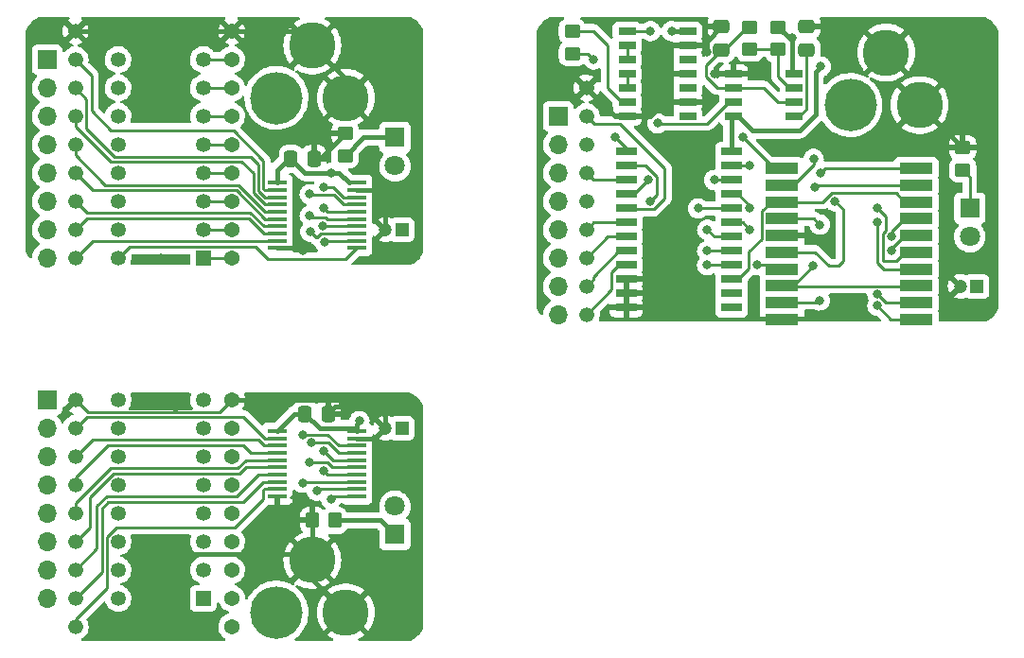
<source format=gbr>
%TF.GenerationSoftware,KiCad,Pcbnew,(6.0.5)*%
%TF.CreationDate,2022-07-03T10:32:44+02:00*%
%TF.ProjectId,Bus Tester,42757320-5465-4737-9465-722e6b696361,rev?*%
%TF.SameCoordinates,Original*%
%TF.FileFunction,Copper,L1,Top*%
%TF.FilePolarity,Positive*%
%FSLAX46Y46*%
G04 Gerber Fmt 4.6, Leading zero omitted, Abs format (unit mm)*
G04 Created by KiCad (PCBNEW (6.0.5)) date 2022-07-03 10:32:44*
%MOMM*%
%LPD*%
G01*
G04 APERTURE LIST*
G04 Aperture macros list*
%AMRoundRect*
0 Rectangle with rounded corners*
0 $1 Rounding radius*
0 $2 $3 $4 $5 $6 $7 $8 $9 X,Y pos of 4 corners*
0 Add a 4 corners polygon primitive as box body*
4,1,4,$2,$3,$4,$5,$6,$7,$8,$9,$2,$3,0*
0 Add four circle primitives for the rounded corners*
1,1,$1+$1,$2,$3*
1,1,$1+$1,$4,$5*
1,1,$1+$1,$6,$7*
1,1,$1+$1,$8,$9*
0 Add four rect primitives between the rounded corners*
20,1,$1+$1,$2,$3,$4,$5,0*
20,1,$1+$1,$4,$5,$6,$7,0*
20,1,$1+$1,$6,$7,$8,$9,0*
20,1,$1+$1,$8,$9,$2,$3,0*%
G04 Aperture macros list end*
%TA.AperFunction,ComponentPad*%
%ADD10C,1.365000*%
%TD*%
%TA.AperFunction,ComponentPad*%
%ADD11C,1.340000*%
%TD*%
%TA.AperFunction,SMDPad,CuDef*%
%ADD12RoundRect,0.250000X0.450000X-0.350000X0.450000X0.350000X-0.450000X0.350000X-0.450000X-0.350000X0*%
%TD*%
%TA.AperFunction,SMDPad,CuDef*%
%ADD13R,1.925000X0.700000*%
%TD*%
%TA.AperFunction,SMDPad,CuDef*%
%ADD14RoundRect,0.250000X0.337500X0.475000X-0.337500X0.475000X-0.337500X-0.475000X0.337500X-0.475000X0*%
%TD*%
%TA.AperFunction,SMDPad,CuDef*%
%ADD15R,1.550000X0.650000*%
%TD*%
%TA.AperFunction,ComponentPad*%
%ADD16R,1.200000X1.200000*%
%TD*%
%TA.AperFunction,ComponentPad*%
%ADD17C,1.200000*%
%TD*%
%TA.AperFunction,SMDPad,CuDef*%
%ADD18R,1.800000X0.450000*%
%TD*%
%TA.AperFunction,ComponentPad*%
%ADD19C,4.150000*%
%TD*%
%TA.AperFunction,ComponentPad*%
%ADD20C,4.700000*%
%TD*%
%TA.AperFunction,SMDPad,CuDef*%
%ADD21RoundRect,0.250000X0.475000X-0.337500X0.475000X0.337500X-0.475000X0.337500X-0.475000X-0.337500X0*%
%TD*%
%TA.AperFunction,SMDPad,CuDef*%
%ADD22R,3.000000X1.000000*%
%TD*%
%TA.AperFunction,ComponentPad*%
%ADD23R,1.350000X1.350000*%
%TD*%
%TA.AperFunction,ComponentPad*%
%ADD24C,1.350000*%
%TD*%
%TA.AperFunction,ComponentPad*%
%ADD25R,1.800000X1.800000*%
%TD*%
%TA.AperFunction,ComponentPad*%
%ADD26C,1.800000*%
%TD*%
%TA.AperFunction,SMDPad,CuDef*%
%ADD27RoundRect,0.250000X0.350000X0.450000X-0.350000X0.450000X-0.350000X-0.450000X0.350000X-0.450000X0*%
%TD*%
%TA.AperFunction,SMDPad,CuDef*%
%ADD28RoundRect,0.250000X-0.450000X0.350000X-0.450000X-0.350000X0.450000X-0.350000X0.450000X0.350000X0*%
%TD*%
%TA.AperFunction,ComponentPad*%
%ADD29R,1.700000X1.700000*%
%TD*%
%TA.AperFunction,ComponentPad*%
%ADD30O,1.700000X1.700000*%
%TD*%
%TA.AperFunction,ViaPad*%
%ADD31C,0.800000*%
%TD*%
%TA.AperFunction,Conductor*%
%ADD32C,0.450000*%
%TD*%
%TA.AperFunction,Conductor*%
%ADD33C,0.250000*%
%TD*%
G04 APERTURE END LIST*
D10*
%TO.P,RN4,1,PC*%
%TO.N,/Right Handed Bus LED/GND*%
X36830000Y-53340000D03*
%TO.P,RN4,2,R1*%
%TO.N,Net-(DS2-Pad8)*%
X36830000Y-55880000D03*
%TO.P,RN4,3,R2*%
%TO.N,Net-(DS2-Pad7)*%
X36830000Y-58420000D03*
%TO.P,RN4,4,R3*%
%TO.N,Net-(DS2-Pad6)*%
X36830000Y-60960000D03*
%TO.P,RN4,5,R4*%
%TO.N,Net-(DS2-Pad5)*%
X36830000Y-63500000D03*
%TO.P,RN4,6,R5*%
%TO.N,Net-(DS2-Pad4)*%
X36830000Y-66040000D03*
%TO.P,RN4,7,R6*%
%TO.N,Net-(DS2-Pad3)*%
X36830000Y-68580000D03*
%TO.P,RN4,8,R7*%
%TO.N,Net-(DS2-Pad2)*%
X36830000Y-71120000D03*
%TO.P,RN4,9,R8*%
%TO.N,Net-(DS2-Pad1)*%
X36830000Y-73660000D03*
%TD*%
%TO.P,RN2,1,PC*%
%TO.N,/Left Handed Bus LED/GND*%
X36830000Y-20320000D03*
%TO.P,RN2,2,R1*%
%TO.N,Net-(DS1-Pad8)*%
X36830000Y-22860000D03*
%TO.P,RN2,3,R2*%
%TO.N,Net-(DS1-Pad7)*%
X36830000Y-25400000D03*
%TO.P,RN2,4,R3*%
%TO.N,Net-(DS1-Pad6)*%
X36830000Y-27940000D03*
%TO.P,RN2,5,R4*%
%TO.N,Net-(DS1-Pad5)*%
X36830000Y-30480000D03*
%TO.P,RN2,6,R5*%
%TO.N,Net-(DS1-Pad4)*%
X36830000Y-33020000D03*
%TO.P,RN2,7,R6*%
%TO.N,Net-(DS1-Pad3)*%
X36830000Y-35560000D03*
%TO.P,RN2,8,R7*%
%TO.N,Net-(DS1-Pad2)*%
X36830000Y-38100000D03*
%TO.P,RN2,9,R8*%
%TO.N,Net-(DS1-Pad1)*%
X36830000Y-40640000D03*
%TD*%
D11*
%TO.P,RN1,1,PC*%
%TO.N,/Left Handed Bus LED/GND*%
X22860000Y-20320000D03*
%TO.P,RN1,2,R1*%
%TO.N,Net-(IC1-Pad2)*%
X22860000Y-22860000D03*
%TO.P,RN1,3,R2*%
%TO.N,Net-(IC1-Pad3)*%
X22860000Y-25400000D03*
%TO.P,RN1,4,R3*%
%TO.N,Net-(IC1-Pad4)*%
X22860000Y-27940000D03*
%TO.P,RN1,5,R4*%
%TO.N,Net-(IC1-Pad5)*%
X22860000Y-30480000D03*
%TO.P,RN1,6,R5*%
%TO.N,Net-(IC1-Pad6)*%
X22860000Y-33020000D03*
%TO.P,RN1,7,R6*%
%TO.N,Net-(IC1-Pad7)*%
X22860000Y-35560000D03*
%TO.P,RN1,8,R7*%
%TO.N,Net-(IC1-Pad8)*%
X22860000Y-38100000D03*
%TO.P,RN1,9,R8*%
%TO.N,Net-(IC1-Pad9)*%
X22860000Y-40640000D03*
%TD*%
%TO.P,RN7,1,PC*%
%TO.N,/Left Handed Bus 7-Segment/GND*%
X68580000Y-25400000D03*
%TO.P,RN7,2,R1*%
%TO.N,Net-(IC5-Pad5)*%
X68580000Y-27940000D03*
%TO.P,RN7,3,R2*%
%TO.N,Net-(IC5-Pad4)*%
X68580000Y-30480000D03*
%TO.P,RN7,4,R3*%
%TO.N,Net-(IC5-Pad3)*%
X68580000Y-33020000D03*
%TO.P,RN7,5,R4*%
%TO.N,Net-(IC5-Pad2)*%
X68580000Y-35560000D03*
%TO.P,RN7,6,R5*%
%TO.N,Net-(IC5-Pad6)*%
X68580000Y-38100000D03*
%TO.P,RN7,7,R6*%
%TO.N,Net-(IC5-Pad7)*%
X68580000Y-40640000D03*
%TO.P,RN7,8,R7*%
%TO.N,Net-(IC5-Pad8)*%
X68580000Y-43180000D03*
%TO.P,RN7,9,R8*%
%TO.N,Net-(IC5-Pad9)*%
X68580000Y-45720000D03*
%TD*%
%TO.P,RN3,1,PC*%
%TO.N,/Right Handed Bus LED/GND*%
X22860000Y-53340000D03*
%TO.P,RN3,2,R1*%
%TO.N,Net-(IC2-Pad2)*%
X22860000Y-55880000D03*
%TO.P,RN3,3,R2*%
%TO.N,Net-(IC2-Pad3)*%
X22860000Y-58420000D03*
%TO.P,RN3,4,R3*%
%TO.N,Net-(IC2-Pad4)*%
X22860000Y-60960000D03*
%TO.P,RN3,5,R4*%
%TO.N,Net-(IC2-Pad5)*%
X22860000Y-63500000D03*
%TO.P,RN3,6,R5*%
%TO.N,Net-(IC2-Pad6)*%
X22860000Y-66040000D03*
%TO.P,RN3,7,R6*%
%TO.N,Net-(IC2-Pad7)*%
X22860000Y-68580000D03*
%TO.P,RN3,8,R7*%
%TO.N,Net-(IC2-Pad8)*%
X22860000Y-71120000D03*
%TO.P,RN3,9,R8*%
%TO.N,Net-(IC2-Pad9)*%
X22860000Y-73660000D03*
%TD*%
D12*
%TO.P,R6,1*%
%TO.N,/Left Handed Bus 7-Segment/Clock*%
X67310000Y-22320000D03*
%TO.P,R6,2*%
%TO.N,Net-(IC4-Pad6)*%
X67310000Y-20320000D03*
%TD*%
D13*
%TO.P,IC5,1,CLK/IN*%
%TO.N,/Left Handed Bus 7-Segment/Clock*%
X72123000Y-31115000D03*
%TO.P,IC5,2,IN0*%
%TO.N,Net-(IC5-Pad2)*%
X72123000Y-32385000D03*
%TO.P,IC5,3,IN1*%
%TO.N,Net-(IC5-Pad3)*%
X72123000Y-33655000D03*
%TO.P,IC5,4,IN2/PD*%
%TO.N,Net-(IC5-Pad4)*%
X72123000Y-34925000D03*
%TO.P,IC5,5,IN3*%
%TO.N,Net-(IC5-Pad5)*%
X72123000Y-36195000D03*
%TO.P,IC5,6,IN4*%
%TO.N,Net-(IC5-Pad6)*%
X72123000Y-37465000D03*
%TO.P,IC5,7,IN5*%
%TO.N,Net-(IC5-Pad7)*%
X72123000Y-38735000D03*
%TO.P,IC5,8,IN6*%
%TO.N,Net-(IC5-Pad8)*%
X72123000Y-40005000D03*
%TO.P,IC5,9,IN7*%
%TO.N,Net-(IC5-Pad9)*%
X72123000Y-41275000D03*
%TO.P,IC5,10,IN8*%
%TO.N,/Left Handed Bus 7-Segment/GND*%
X72123000Y-42545000D03*
%TO.P,IC5,11,IN9*%
X72123000Y-43815000D03*
%TO.P,IC5,12,GND*%
X72123000Y-45085000D03*
%TO.P,IC5,13,IN10*%
%TO.N,unconnected-(IC5-Pad13)*%
X81547000Y-45085000D03*
%TO.P,IC5,14,I/O0*%
%TO.N,unconnected-(IC5-Pad14)*%
X81547000Y-43815000D03*
%TO.P,IC5,15,I/O1*%
%TO.N,/Left Handed Bus 7-Segment/Cathode Left*%
X81547000Y-42545000D03*
%TO.P,IC5,16,I/O2*%
%TO.N,/Left Handed Bus 7-Segment/B Seg*%
X81547000Y-41275000D03*
%TO.P,IC5,17,I/O3*%
%TO.N,/Left Handed Bus 7-Segment/A Seg*%
X81547000Y-40005000D03*
%TO.P,IC5,18,I/O4*%
%TO.N,/Left Handed Bus 7-Segment/C Seg*%
X81547000Y-38735000D03*
%TO.P,IC5,19,I/O5*%
%TO.N,/Left Handed Bus 7-Segment/F Seg*%
X81547000Y-37465000D03*
%TO.P,IC5,20,I/O6*%
%TO.N,/Left Handed Bus 7-Segment/D Seg*%
X81547000Y-36195000D03*
%TO.P,IC5,21,I/O7*%
%TO.N,/Left Handed Bus 7-Segment/G Seg*%
X81547000Y-34925000D03*
%TO.P,IC5,22,I/O8*%
%TO.N,/Left Handed Bus 7-Segment/E Seg*%
X81547000Y-33655000D03*
%TO.P,IC5,23,I/O9*%
%TO.N,/Left Handed Bus 7-Segment/Cathode Right*%
X81547000Y-32385000D03*
%TO.P,IC5,24,VCC*%
%TO.N,/Left Handed Bus 7-Segment/5V*%
X81547000Y-31115000D03*
%TD*%
D14*
%TO.P,C3,1*%
%TO.N,/Right Handed Bus LED/GND*%
X45487500Y-54610000D03*
%TO.P,C3,2*%
%TO.N,/Right Handed Bus LED/5V*%
X43412500Y-54610000D03*
%TD*%
D15*
%TO.P,IC3,1,GND*%
%TO.N,/Left Handed Bus 7-Segment/GND*%
X81730000Y-24130000D03*
%TO.P,IC3,2,TRIG*%
%TO.N,Net-(C5-Pad1)*%
X81730000Y-25400000D03*
%TO.P,IC3,3,OUT*%
%TO.N,Net-(IC3-Pad3)*%
X81730000Y-26670000D03*
%TO.P,IC3,4,RESET*%
%TO.N,/Left Handed Bus 7-Segment/5V*%
X81730000Y-27940000D03*
%TO.P,IC3,5,CONT*%
%TO.N,Net-(C6-Pad1)*%
X87180000Y-27940000D03*
%TO.P,IC3,6,THRES*%
%TO.N,Net-(C5-Pad1)*%
X87180000Y-26670000D03*
%TO.P,IC3,7,DISCH*%
%TO.N,Net-(IC3-Pad7)*%
X87180000Y-25400000D03*
%TO.P,IC3,8,VCC*%
%TO.N,/Left Handed Bus 7-Segment/5V*%
X87180000Y-24130000D03*
%TD*%
D16*
%TO.P,C7,1*%
%TO.N,/Left Handed Bus 7-Segment/5V*%
X103505000Y-43180000D03*
D17*
%TO.P,C7,2*%
%TO.N,/Left Handed Bus 7-Segment/GND*%
X102005000Y-43180000D03*
%TD*%
D12*
%TO.P,R5,2*%
%TO.N,/Left Handed Bus 7-Segment/GND*%
X102235000Y-30750000D03*
%TO.P,R5,1*%
%TO.N,Net-(D5-Pad1)*%
X102235000Y-32750000D03*
%TD*%
D18*
%TO.P,IC2,1,DIR*%
%TO.N,/Right Handed Bus LED/5V*%
X40900000Y-56130000D03*
%TO.P,IC2,2,A1*%
%TO.N,Net-(IC2-Pad2)*%
X40900000Y-56780000D03*
%TO.P,IC2,3,A2*%
%TO.N,Net-(IC2-Pad3)*%
X40900000Y-57430000D03*
%TO.P,IC2,4,A3*%
%TO.N,Net-(IC2-Pad4)*%
X40900000Y-58080000D03*
%TO.P,IC2,5,A4*%
%TO.N,Net-(IC2-Pad5)*%
X40900000Y-58730000D03*
%TO.P,IC2,6,A5*%
%TO.N,Net-(IC2-Pad6)*%
X40900000Y-59380000D03*
%TO.P,IC2,7,A6*%
%TO.N,Net-(IC2-Pad7)*%
X40900000Y-60030000D03*
%TO.P,IC2,8,A7*%
%TO.N,Net-(IC2-Pad8)*%
X40900000Y-60680000D03*
%TO.P,IC2,9,A8*%
%TO.N,Net-(IC2-Pad9)*%
X40900000Y-61330000D03*
%TO.P,IC2,10,GND*%
%TO.N,/Right Handed Bus LED/GND*%
X40900000Y-61980000D03*
%TO.P,IC2,11,B8*%
%TO.N,Net-(DS2-Pad16)*%
X48000000Y-61980000D03*
%TO.P,IC2,12,B7*%
%TO.N,Net-(DS2-Pad15)*%
X48000000Y-61330000D03*
%TO.P,IC2,13,B6*%
%TO.N,Net-(DS2-Pad14)*%
X48000000Y-60680000D03*
%TO.P,IC2,14,B5*%
%TO.N,Net-(DS2-Pad13)*%
X48000000Y-60030000D03*
%TO.P,IC2,15,B4*%
%TO.N,Net-(DS2-Pad12)*%
X48000000Y-59380000D03*
%TO.P,IC2,16,B3*%
%TO.N,Net-(DS2-Pad11)*%
X48000000Y-58730000D03*
%TO.P,IC2,17,B2*%
%TO.N,Net-(DS2-Pad10)*%
X48000000Y-58080000D03*
%TO.P,IC2,18,B1*%
%TO.N,Net-(DS2-Pad9)*%
X48000000Y-57430000D03*
%TO.P,IC2,19,~{OE}*%
%TO.N,/Right Handed Bus LED/GND*%
X48000000Y-56780000D03*
%TO.P,IC2,20,VCC*%
%TO.N,/Right Handed Bus LED/5V*%
X48000000Y-56130000D03*
%TD*%
D16*
%TO.P,C4,1*%
%TO.N,/Right Handed Bus LED/5V*%
X52070000Y-55880000D03*
D17*
%TO.P,C4,2*%
%TO.N,/Right Handed Bus LED/GND*%
X50570000Y-55880000D03*
%TD*%
D12*
%TO.P,R1,1*%
%TO.N,Net-(D1-Pad1)*%
X46990000Y-31480000D03*
%TO.P,R1,2*%
%TO.N,/Left Handed Bus LED/GND*%
X46990000Y-29480000D03*
%TD*%
D19*
%TO.P,J4,C1,GND2*%
%TO.N,/Right Handed Bus LED/GND*%
X47043200Y-72390000D03*
%TO.P,J4,B1,GND1*%
X44043200Y-67690000D03*
D20*
%TO.P,J4,A1,VCC*%
%TO.N,Net-(D4-Pad2)*%
X40843200Y-72390000D03*
%TD*%
D21*
%TO.P,C5,1*%
%TO.N,Net-(C5-Pad1)*%
X80645000Y-21992500D03*
%TO.P,C5,2*%
%TO.N,/Left Handed Bus 7-Segment/GND*%
X80645000Y-19917500D03*
%TD*%
D22*
%TO.P,DS3,1,E_Left*%
%TO.N,Net-(DS3-Pad1)*%
X86075000Y-32620000D03*
%TO.P,DS3,2,D_Left*%
%TO.N,Net-(DS3-Pad2)*%
X86075000Y-34120000D03*
%TO.P,DS3,3,Cathode__Left*%
%TO.N,/Left Handed Bus 7-Segment/Cathode Left*%
X86075000Y-35620000D03*
%TO.P,DS3,4,C_Left*%
%TO.N,Net-(DS3-Pad4)*%
X86075000Y-37120000D03*
%TO.P,DS3,5,DP_Left*%
%TO.N,/Left Handed Bus 7-Segment/GND*%
X86075000Y-38620000D03*
%TO.P,DS3,6,E_Right*%
%TO.N,Net-(DS3-Pad6)*%
X86075000Y-40120000D03*
%TO.P,DS3,7,D_Right*%
%TO.N,Net-(DS3-Pad7)*%
X86075000Y-41620000D03*
%TO.P,DS3,8,Cathode_Right*%
%TO.N,/Left Handed Bus 7-Segment/Cathode Right*%
X86075000Y-43120000D03*
%TO.P,DS3,9,C_Right*%
%TO.N,Net-(DS3-Pad9)*%
X86075000Y-44620000D03*
%TO.P,DS3,10,DP_Right*%
%TO.N,/Left Handed Bus 7-Segment/GND*%
X86075000Y-46120000D03*
%TO.P,DS3,11,B_Right*%
%TO.N,Net-(DS3-Pad11)*%
X98075000Y-46120000D03*
%TO.P,DS3,12,A_Right*%
%TO.N,Net-(DS3-Pad12)*%
X98075000Y-44620000D03*
%TO.P,DS3,13,Cathode_Right*%
%TO.N,/Left Handed Bus 7-Segment/Cathode Right*%
X98075000Y-43120000D03*
%TO.P,DS3,14,F_Right*%
%TO.N,Net-(DS3-Pad14)*%
X98075000Y-41620000D03*
%TO.P,DS3,15,G_Right*%
%TO.N,Net-(DS3-Pad15)*%
X98075000Y-40120000D03*
%TO.P,DS3,16,B_Left*%
%TO.N,Net-(DS3-Pad16)*%
X98075000Y-38620000D03*
%TO.P,DS3,17,A_Left*%
%TO.N,Net-(DS3-Pad17)*%
X98075000Y-37120000D03*
%TO.P,DS3,18,Cathode_Left*%
%TO.N,/Left Handed Bus 7-Segment/Cathode Left*%
X98075000Y-35620000D03*
%TO.P,DS3,19,F_Left*%
%TO.N,Net-(DS3-Pad19)*%
X98075000Y-34120000D03*
%TO.P,DS3,20,G_Left*%
%TO.N,Net-(DS3-Pad20)*%
X98075000Y-32620000D03*
%TD*%
D15*
%TO.P,IC4,1,A0*%
%TO.N,Net-(IC3-Pad3)*%
X72205000Y-20320000D03*
%TO.P,IC4,2,~{O0}*%
%TO.N,Net-(IC4-Pad2)*%
X72205000Y-21590000D03*
%TO.P,IC4,3,A1*%
X72205000Y-22860000D03*
%TO.P,IC4,4,~{O1}*%
%TO.N,Net-(IC4-Pad4)*%
X72205000Y-24130000D03*
%TO.P,IC4,5,A2*%
X72205000Y-25400000D03*
%TO.P,IC4,6,~{O2}*%
%TO.N,Net-(IC4-Pad6)*%
X72205000Y-26670000D03*
%TO.P,IC4,7,GND*%
%TO.N,/Left Handed Bus 7-Segment/GND*%
X72205000Y-27940000D03*
%TO.P,IC4,8,~{O5}*%
%TO.N,unconnected-(IC4-Pad8)*%
X77655000Y-27940000D03*
%TO.P,IC4,9,A5*%
%TO.N,/Left Handed Bus 7-Segment/GND*%
X77655000Y-26670000D03*
%TO.P,IC4,10,~{O4}*%
%TO.N,unconnected-(IC4-Pad10)*%
X77655000Y-25400000D03*
%TO.P,IC4,11,A4*%
%TO.N,/Left Handed Bus 7-Segment/GND*%
X77655000Y-24130000D03*
%TO.P,IC4,12,~{O3}*%
%TO.N,unconnected-(IC4-Pad12)*%
X77655000Y-22860000D03*
%TO.P,IC4,13,A3*%
%TO.N,/Left Handed Bus 7-Segment/GND*%
X77655000Y-21590000D03*
%TO.P,IC4,14,VCC*%
%TO.N,/Left Handed Bus 7-Segment/5V*%
X77655000Y-20320000D03*
%TD*%
D21*
%TO.P,C6,1*%
%TO.N,Net-(C6-Pad1)*%
X88265000Y-21992500D03*
%TO.P,C6,2*%
%TO.N,/Left Handed Bus 7-Segment/GND*%
X88265000Y-19917500D03*
%TD*%
D23*
%TO.P,DS2,1,ANODE_A*%
%TO.N,Net-(DS2-Pad1)*%
X34290000Y-71120000D03*
D24*
%TO.P,DS2,2,ANODE_B*%
%TO.N,Net-(DS2-Pad2)*%
X34290000Y-68580000D03*
%TO.P,DS2,3,ANODE_C*%
%TO.N,Net-(DS2-Pad3)*%
X34290000Y-66040000D03*
%TO.P,DS2,4,ANODE_D*%
%TO.N,Net-(DS2-Pad4)*%
X34290000Y-63500000D03*
%TO.P,DS2,5,ANODE_E*%
%TO.N,Net-(DS2-Pad5)*%
X34290000Y-60960000D03*
%TO.P,DS2,6,ANODE_F*%
%TO.N,Net-(DS2-Pad6)*%
X34290000Y-58420000D03*
%TO.P,DS2,7,ANODE_G*%
%TO.N,Net-(DS2-Pad7)*%
X34290000Y-55880000D03*
%TO.P,DS2,8,ANODE_H*%
%TO.N,Net-(DS2-Pad8)*%
X34290000Y-53340000D03*
%TO.P,DS2,9,CATHODE_H*%
%TO.N,Net-(DS2-Pad9)*%
X26670000Y-53340000D03*
%TO.P,DS2,10,CATHODE_G*%
%TO.N,Net-(DS2-Pad10)*%
X26670000Y-55880000D03*
%TO.P,DS2,11,CATHODE_F*%
%TO.N,Net-(DS2-Pad11)*%
X26670000Y-58420000D03*
%TO.P,DS2,12,CATHODE_E*%
%TO.N,Net-(DS2-Pad12)*%
X26670000Y-60960000D03*
%TO.P,DS2,13,CATHODE_D*%
%TO.N,Net-(DS2-Pad13)*%
X26670000Y-63500000D03*
%TO.P,DS2,14,CATHODE_C*%
%TO.N,Net-(DS2-Pad14)*%
X26670000Y-66040000D03*
%TO.P,DS2,15,CATHODE_B*%
%TO.N,Net-(DS2-Pad15)*%
X26670000Y-68580000D03*
%TO.P,DS2,16,CATHODE_A*%
%TO.N,Net-(DS2-Pad16)*%
X26670000Y-71120000D03*
%TD*%
D20*
%TO.P,J5,A1,VCC*%
%TO.N,Net-(D6-Pad2)*%
X92186000Y-26931500D03*
D19*
%TO.P,J5,B1,GND1*%
%TO.N,/Left Handed Bus 7-Segment/GND*%
X95386000Y-22231500D03*
%TO.P,J5,C1,GND2*%
X98386000Y-26931500D03*
%TD*%
D18*
%TO.P,IC1,1,DIR*%
%TO.N,/Left Handed Bus LED/5V*%
X40900000Y-33905000D03*
%TO.P,IC1,2,A1*%
%TO.N,Net-(IC1-Pad2)*%
X40900000Y-34555000D03*
%TO.P,IC1,3,A2*%
%TO.N,Net-(IC1-Pad3)*%
X40900000Y-35205000D03*
%TO.P,IC1,4,A3*%
%TO.N,Net-(IC1-Pad4)*%
X40900000Y-35855000D03*
%TO.P,IC1,5,A4*%
%TO.N,Net-(IC1-Pad5)*%
X40900000Y-36505000D03*
%TO.P,IC1,6,A5*%
%TO.N,Net-(IC1-Pad6)*%
X40900000Y-37155000D03*
%TO.P,IC1,7,A6*%
%TO.N,Net-(IC1-Pad7)*%
X40900000Y-37805000D03*
%TO.P,IC1,8,A7*%
%TO.N,Net-(IC1-Pad8)*%
X40900000Y-38455000D03*
%TO.P,IC1,9,A8*%
%TO.N,Net-(IC1-Pad9)*%
X40900000Y-39105000D03*
%TO.P,IC1,10,GND*%
%TO.N,/Left Handed Bus LED/GND*%
X40900000Y-39755000D03*
%TO.P,IC1,11,B8*%
%TO.N,Net-(DS1-Pad16)*%
X48000000Y-39755000D03*
%TO.P,IC1,12,B7*%
%TO.N,Net-(DS1-Pad15)*%
X48000000Y-39105000D03*
%TO.P,IC1,13,B6*%
%TO.N,Net-(DS1-Pad14)*%
X48000000Y-38455000D03*
%TO.P,IC1,14,B5*%
%TO.N,Net-(DS1-Pad13)*%
X48000000Y-37805000D03*
%TO.P,IC1,15,B4*%
%TO.N,Net-(DS1-Pad12)*%
X48000000Y-37155000D03*
%TO.P,IC1,16,B3*%
%TO.N,Net-(DS1-Pad11)*%
X48000000Y-36505000D03*
%TO.P,IC1,17,B2*%
%TO.N,Net-(DS1-Pad10)*%
X48000000Y-35855000D03*
%TO.P,IC1,18,B1*%
%TO.N,Net-(DS1-Pad9)*%
X48000000Y-35205000D03*
%TO.P,IC1,19,~{OE}*%
%TO.N,/Left Handed Bus LED/GND*%
X48000000Y-34555000D03*
%TO.P,IC1,20,VCC*%
%TO.N,/Left Handed Bus LED/5V*%
X48000000Y-33905000D03*
%TD*%
D25*
%TO.P,D3,1,K*%
%TO.N,Net-(D3-Pad1)*%
X51435000Y-65405000D03*
D26*
%TO.P,D3,2,A*%
%TO.N,/Right Handed Bus LED/5V*%
X51435000Y-62865000D03*
%TD*%
D14*
%TO.P,C1,1*%
%TO.N,/Left Handed Bus LED/GND*%
X44217500Y-31750000D03*
%TO.P,C1,2*%
%TO.N,/Left Handed Bus LED/5V*%
X42142500Y-31750000D03*
%TD*%
D23*
%TO.P,DS1,1,ANODE_A*%
%TO.N,Net-(DS1-Pad1)*%
X34288000Y-40640000D03*
D24*
%TO.P,DS1,2,ANODE_B*%
%TO.N,Net-(DS1-Pad2)*%
X34288000Y-38100000D03*
%TO.P,DS1,3,ANODE_C*%
%TO.N,Net-(DS1-Pad3)*%
X34288000Y-35560000D03*
%TO.P,DS1,4,ANODE_D*%
%TO.N,Net-(DS1-Pad4)*%
X34288000Y-33020000D03*
%TO.P,DS1,5,ANODE_E*%
%TO.N,Net-(DS1-Pad5)*%
X34288000Y-30480000D03*
%TO.P,DS1,6,ANODE_F*%
%TO.N,Net-(DS1-Pad6)*%
X34288000Y-27940000D03*
%TO.P,DS1,7,ANODE_G*%
%TO.N,Net-(DS1-Pad7)*%
X34288000Y-25400000D03*
%TO.P,DS1,8,ANODE_H*%
%TO.N,Net-(DS1-Pad8)*%
X34288000Y-22860000D03*
%TO.P,DS1,9,CATHODE_H*%
%TO.N,Net-(DS1-Pad9)*%
X26668000Y-22860000D03*
%TO.P,DS1,10,CATHODE_G*%
%TO.N,Net-(DS1-Pad10)*%
X26668000Y-25400000D03*
%TO.P,DS1,11,CATHODE_F*%
%TO.N,Net-(DS1-Pad11)*%
X26668000Y-27940000D03*
%TO.P,DS1,12,CATHODE_E*%
%TO.N,Net-(DS1-Pad12)*%
X26668000Y-30480000D03*
%TO.P,DS1,13,CATHODE_D*%
%TO.N,Net-(DS1-Pad13)*%
X26668000Y-33020000D03*
%TO.P,DS1,14,CATHODE_C*%
%TO.N,Net-(DS1-Pad14)*%
X26668000Y-35560000D03*
%TO.P,DS1,15,CATHODE_B*%
%TO.N,Net-(DS1-Pad15)*%
X26668000Y-38100000D03*
%TO.P,DS1,16,CATHODE_A*%
%TO.N,Net-(DS1-Pad16)*%
X26668000Y-40640000D03*
%TD*%
D17*
%TO.P,C2,2*%
%TO.N,/Left Handed Bus LED/GND*%
X50570000Y-38100000D03*
D16*
%TO.P,C2,1*%
%TO.N,/Left Handed Bus LED/5V*%
X52070000Y-38100000D03*
%TD*%
D20*
%TO.P,J2,A1,VCC*%
%TO.N,Net-(D2-Pad2)*%
X40843200Y-26296500D03*
D19*
%TO.P,J2,B1,GND1*%
%TO.N,/Left Handed Bus LED/GND*%
X44043200Y-21596500D03*
%TO.P,J2,C1,GND2*%
X47043200Y-26296500D03*
%TD*%
D27*
%TO.P,R2,1*%
%TO.N,Net-(D3-Pad1)*%
X46085000Y-64135000D03*
%TO.P,R2,2*%
%TO.N,/Right Handed Bus LED/GND*%
X44085000Y-64135000D03*
%TD*%
D26*
%TO.P,D1,2,A*%
%TO.N,/Left Handed Bus LED/5V*%
X51435000Y-32385000D03*
D25*
%TO.P,D1,1,K*%
%TO.N,Net-(D1-Pad1)*%
X51435000Y-29845000D03*
%TD*%
D28*
%TO.P,R3,2*%
%TO.N,Net-(IC3-Pad7)*%
X83185000Y-21955000D03*
%TO.P,R3,1*%
%TO.N,Net-(C5-Pad1)*%
X83185000Y-19955000D03*
%TD*%
D12*
%TO.P,R4,1*%
%TO.N,Net-(IC3-Pad7)*%
X85725000Y-21955000D03*
%TO.P,R4,2*%
%TO.N,/Left Handed Bus 7-Segment/5V*%
X85725000Y-19955000D03*
%TD*%
D25*
%TO.P,D5,1,K*%
%TO.N,Net-(D5-Pad1)*%
X102870000Y-36190000D03*
D26*
%TO.P,D5,2,A*%
%TO.N,/Left Handed Bus 7-Segment/5V*%
X102870000Y-38730000D03*
%TD*%
D29*
%TO.P,J1,1,Pin_1*%
%TO.N,Net-(IC1-Pad2)*%
X20320000Y-22860000D03*
D30*
%TO.P,J1,2,Pin_2*%
%TO.N,Net-(IC1-Pad3)*%
X20320000Y-25400000D03*
%TO.P,J1,3,Pin_3*%
%TO.N,Net-(IC1-Pad4)*%
X20320000Y-27940000D03*
%TO.P,J1,4,Pin_4*%
%TO.N,Net-(IC1-Pad5)*%
X20320000Y-30480000D03*
%TO.P,J1,5,Pin_5*%
%TO.N,Net-(IC1-Pad6)*%
X20320000Y-33020000D03*
%TO.P,J1,6,Pin_6*%
%TO.N,Net-(IC1-Pad7)*%
X20320000Y-35560000D03*
%TO.P,J1,7,Pin_7*%
%TO.N,Net-(IC1-Pad8)*%
X20320000Y-38100000D03*
%TO.P,J1,8,Pin_8*%
%TO.N,Net-(IC1-Pad9)*%
X20320000Y-40640000D03*
%TD*%
D29*
%TO.P,J6,1,Pin_1*%
%TO.N,Net-(IC5-Pad5)*%
X66040000Y-27940000D03*
D30*
%TO.P,J6,2,Pin_2*%
%TO.N,Net-(IC5-Pad4)*%
X66040000Y-30480000D03*
%TO.P,J6,3,Pin_3*%
%TO.N,Net-(IC5-Pad3)*%
X66040000Y-33020000D03*
%TO.P,J6,4,Pin_4*%
%TO.N,Net-(IC5-Pad2)*%
X66040000Y-35560000D03*
%TO.P,J6,5,Pin_5*%
%TO.N,Net-(IC5-Pad6)*%
X66040000Y-38100000D03*
%TO.P,J6,6,Pin_6*%
%TO.N,Net-(IC5-Pad7)*%
X66040000Y-40640000D03*
%TO.P,J6,7,Pin_7*%
%TO.N,Net-(IC5-Pad8)*%
X66040000Y-43180000D03*
%TO.P,J6,8,Pin_8*%
%TO.N,Net-(IC5-Pad9)*%
X66040000Y-45720000D03*
%TD*%
D29*
%TO.P,J3,1,Pin_1*%
%TO.N,Net-(IC2-Pad2)*%
X20320000Y-53340000D03*
D30*
%TO.P,J3,2,Pin_2*%
%TO.N,Net-(IC2-Pad3)*%
X20320000Y-55880000D03*
%TO.P,J3,3,Pin_3*%
%TO.N,Net-(IC2-Pad4)*%
X20320000Y-58420000D03*
%TO.P,J3,4,Pin_4*%
%TO.N,Net-(IC2-Pad5)*%
X20320000Y-60960000D03*
%TO.P,J3,5,Pin_5*%
%TO.N,Net-(IC2-Pad6)*%
X20320000Y-63500000D03*
%TO.P,J3,6,Pin_6*%
%TO.N,Net-(IC2-Pad7)*%
X20320000Y-66040000D03*
%TO.P,J3,7,Pin_7*%
%TO.N,Net-(IC2-Pad8)*%
X20320000Y-68580000D03*
%TO.P,J3,8,Pin_8*%
%TO.N,Net-(IC2-Pad9)*%
X20320000Y-71120000D03*
%TD*%
D31*
%TO.N,/Left Handed Bus LED/5V*%
X45720000Y-33020000D03*
%TO.N,Net-(DS1-Pad13)*%
X44957871Y-37731499D03*
%TO.N,Net-(DS1-Pad14)*%
X43864118Y-38279001D03*
%TO.N,Net-(DS1-Pad15)*%
X45110473Y-39180500D03*
%TO.N,Net-(DS1-Pad9)*%
X45085000Y-34290000D03*
%TO.N,Net-(DS1-Pad10)*%
X43815000Y-34925000D03*
%TO.N,Net-(DS1-Pad11)*%
X45085000Y-36195000D03*
%TO.N,Net-(DS1-Pad12)*%
X43815000Y-36830000D03*
%TO.N,/Left Handed Bus 7-Segment/Cathode Right*%
X83185000Y-32385000D03*
X88828073Y-41319159D03*
%TO.N,/Right Handed Bus LED/5V*%
X48260000Y-55245000D03*
%TO.N,Net-(DS2-Pad9)*%
X43180000Y-56515000D03*
%TO.N,Net-(DS2-Pad10)*%
X43938162Y-57166303D03*
%TO.N,Net-(DS2-Pad11)*%
X45085000Y-57890803D03*
%TO.N,Net-(DS2-Pad12)*%
X43815000Y-58965500D03*
%TO.N,Net-(DS2-Pad13)*%
X45085000Y-59690000D03*
%TO.N,Net-(DS2-Pad14)*%
X43179914Y-60753363D03*
%TO.N,Net-(DS2-Pad15)*%
X44439981Y-61466485D03*
%TO.N,Net-(DS2-Pad16)*%
X45720002Y-62230000D03*
%TO.N,/Left Handed Bus LED/GND*%
X43180000Y-40005000D03*
X30480000Y-40640000D03*
%TO.N,/Right Handed Bus LED/GND*%
X31115000Y-53340000D03*
X30480000Y-69215000D03*
%TO.N,/Left Handed Bus 7-Segment/5V*%
X86995000Y-20955000D03*
X89535000Y-23495000D03*
X76200000Y-20320000D03*
%TO.N,/Left Handed Bus 7-Segment/GND*%
X90170000Y-39370000D03*
X79320500Y-22225000D03*
X80010000Y-24130000D03*
X89535000Y-45720000D03*
%TO.N,Net-(IC3-Pad3)*%
X74930000Y-28575000D03*
X74295000Y-20320000D03*
%TO.N,/Left Handed Bus 7-Segment/Clock*%
X71120000Y-29845000D03*
X69215000Y-22860000D03*
%TO.N,Net-(IC5-Pad2)*%
X74295000Y-35560000D03*
%TO.N,Net-(IC5-Pad4)*%
X74116000Y-33655000D03*
%TO.N,/Left Handed Bus 7-Segment/B Seg*%
X79375000Y-41275000D03*
%TO.N,/Left Handed Bus 7-Segment/A Seg*%
X79375000Y-40005000D03*
%TO.N,/Left Handed Bus 7-Segment/C Seg*%
X79375000Y-38100000D03*
%TO.N,/Left Handed Bus 7-Segment/F Seg*%
X83185000Y-38100002D03*
%TO.N,/Left Handed Bus 7-Segment/D Seg*%
X78560999Y-36195000D03*
%TO.N,/Left Handed Bus 7-Segment/G Seg*%
X83185000Y-36195000D03*
%TO.N,/Left Handed Bus 7-Segment/E Seg*%
X80010000Y-33655000D03*
%TO.N,Net-(DS3-Pad16)*%
X95885000Y-40005001D03*
%TO.N,Net-(DS3-Pad17)*%
X95892401Y-38665668D03*
%TO.N,Net-(DS3-Pad19)*%
X88989500Y-34290000D03*
%TO.N,Net-(DS3-Pad20)*%
X89535000Y-33020000D03*
%TO.N,Net-(DS3-Pad11)*%
X94602452Y-44916551D03*
%TO.N,Net-(DS3-Pad12)*%
X94615000Y-43904500D03*
%TO.N,Net-(DS3-Pad14)*%
X94615000Y-37465000D03*
%TO.N,Net-(DS3-Pad9)*%
X89445500Y-44450000D03*
%TO.N,Net-(DS3-Pad15)*%
X94615000Y-36195000D03*
%TO.N,Net-(DS3-Pad1)*%
X82550000Y-29845000D03*
%TO.N,Net-(DS3-Pad2)*%
X88900000Y-31750000D03*
%TO.N,Net-(DS3-Pad4)*%
X89458812Y-37646818D03*
%TO.N,Net-(DS3-Pad6)*%
X90805000Y-35560000D03*
%TO.N,Net-(DS3-Pad7)*%
X83820000Y-41275000D03*
%TD*%
D32*
%TO.N,/Left Handed Bus LED/5V*%
X40900000Y-32760000D02*
X40900000Y-33905000D01*
X42142500Y-31750000D02*
X43412500Y-33020000D01*
X43412500Y-33020000D02*
X45720000Y-33020000D01*
X45720000Y-33020000D02*
X46440000Y-33020000D01*
X46440000Y-33020000D02*
X47325000Y-33905000D01*
X41910000Y-31750000D02*
X40900000Y-32760000D01*
D33*
%TO.N,Net-(DS1-Pad1)*%
X36830000Y-40640000D02*
X34288000Y-40640000D01*
%TO.N,Net-(DS1-Pad2)*%
X34288000Y-38100000D02*
X36830000Y-38100000D01*
%TO.N,Net-(DS1-Pad3)*%
X36830000Y-35560000D02*
X34288000Y-35560000D01*
%TO.N,Net-(DS1-Pad4)*%
X34288000Y-33020000D02*
X36830000Y-33020000D01*
%TO.N,Net-(DS1-Pad5)*%
X36830000Y-30480000D02*
X34288000Y-30480000D01*
%TO.N,Net-(DS1-Pad6)*%
X34288000Y-27940000D02*
X36830000Y-27940000D01*
%TO.N,Net-(DS1-Pad7)*%
X36830000Y-25400000D02*
X34288000Y-25400000D01*
%TO.N,Net-(DS1-Pad8)*%
X34288000Y-22860000D02*
X36830000Y-22860000D01*
%TO.N,Net-(DS1-Pad13)*%
X48000000Y-37805000D02*
X45031372Y-37805000D01*
X45031372Y-37805000D02*
X44957871Y-37731499D01*
%TO.N,Net-(DS1-Pad14)*%
X44441872Y-38824501D02*
X44409618Y-38824501D01*
X46850000Y-38455000D02*
X46848608Y-38456392D01*
X45410965Y-38456392D02*
X45410572Y-38455999D01*
X44409618Y-38824501D02*
X43864118Y-38279001D01*
X44810374Y-38455999D02*
X44441872Y-38824501D01*
X46848608Y-38456392D02*
X45410965Y-38456392D01*
X45410572Y-38455999D02*
X44810374Y-38455999D01*
X48000000Y-38455000D02*
X46850000Y-38455000D01*
%TO.N,Net-(DS1-Pad15)*%
X45185973Y-39105000D02*
X45110473Y-39180500D01*
X48000000Y-39105000D02*
X45185973Y-39105000D01*
%TO.N,Net-(DS1-Pad16)*%
X40100479Y-40729501D02*
X47025499Y-40729501D01*
X39003967Y-39632989D02*
X40100479Y-40729501D01*
X26668000Y-40640000D02*
X27675011Y-39632989D01*
X27675011Y-39632989D02*
X39003967Y-39632989D01*
X47025499Y-40729501D02*
X48000000Y-39755000D01*
%TO.N,Net-(DS1-Pad9)*%
X46850000Y-35205000D02*
X45935000Y-34290000D01*
X48000000Y-35205000D02*
X46850000Y-35205000D01*
X45935000Y-34290000D02*
X45085000Y-34290000D01*
%TO.N,Net-(DS1-Pad10)*%
X46009501Y-35014501D02*
X46850000Y-35855000D01*
X43815000Y-34925000D02*
X43904501Y-35014501D01*
X43904501Y-35014501D02*
X46009501Y-35014501D01*
X46850000Y-35855000D02*
X48000000Y-35855000D01*
%TO.N,Net-(DS1-Pad11)*%
X45395000Y-36505000D02*
X45085000Y-36195000D01*
X48000000Y-36505000D02*
X45395000Y-36505000D01*
%TO.N,Net-(DS1-Pad12)*%
X48000000Y-37155000D02*
X45405972Y-37155000D01*
X43991998Y-37006998D02*
X43815000Y-36830000D01*
X45405972Y-37155000D02*
X45257970Y-37006998D01*
X45257970Y-37006998D02*
X43991998Y-37006998D01*
%TO.N,/Left Handed Bus 7-Segment/Cathode Right*%
X87075000Y-43120000D02*
X88828073Y-41366927D01*
X86135000Y-43180000D02*
X98015000Y-43180000D01*
X83185000Y-32385000D02*
X81547000Y-32385000D01*
X88828073Y-41366927D02*
X88828073Y-41319159D01*
%TO.N,/Left Handed Bus 7-Segment/Cathode Left*%
X84250489Y-38939511D02*
X83095499Y-40094501D01*
X84250489Y-36444511D02*
X84250489Y-38939511D01*
X90504901Y-34835499D02*
X96290499Y-34835499D01*
X83095499Y-40094501D02*
X83095499Y-41609001D01*
X85075000Y-35620000D02*
X84250489Y-36444511D01*
X89720400Y-35620000D02*
X90504901Y-34835499D01*
X96290499Y-34835499D02*
X97075000Y-35620000D01*
X86075000Y-35620000D02*
X89720400Y-35620000D01*
X83095499Y-41609001D02*
X82159500Y-42545000D01*
D32*
%TO.N,Net-(D1-Pad1)*%
X51435000Y-29845000D02*
X48625000Y-29845000D01*
X48625000Y-29845000D02*
X46990000Y-31480000D01*
%TO.N,/Right Handed Bus LED/5V*%
X44694791Y-55892291D02*
X47762291Y-55892291D01*
X43412500Y-54610000D02*
X44694791Y-55892291D01*
X48000000Y-55505000D02*
X48260000Y-55245000D01*
X47762291Y-55892291D02*
X48000000Y-56130000D01*
X43412500Y-54610000D02*
X42420000Y-54610000D01*
X42420000Y-54610000D02*
X40900000Y-56130000D01*
X48000000Y-56130000D02*
X48000000Y-55505000D01*
%TO.N,Net-(D3-Pad1)*%
X50165000Y-64135000D02*
X51435000Y-65405000D01*
X46085000Y-64135000D02*
X50165000Y-64135000D01*
D33*
%TO.N,Net-(DS2-Pad9)*%
X48000000Y-57430000D02*
X46390304Y-57430000D01*
X43253198Y-56441802D02*
X43180000Y-56515000D01*
X45402106Y-56441802D02*
X43253198Y-56441802D01*
X46390304Y-57430000D02*
X45402106Y-56441802D01*
%TO.N,Net-(DS2-Pad10)*%
X46404600Y-58080000D02*
X45490903Y-57166303D01*
X45490903Y-57166303D02*
X43938162Y-57166303D01*
X48000000Y-58080000D02*
X46404600Y-58080000D01*
%TO.N,Net-(DS2-Pad11)*%
X48000000Y-58730000D02*
X45924197Y-58730000D01*
X45924197Y-58730000D02*
X45085000Y-57890803D01*
%TO.N,Net-(DS2-Pad12)*%
X45799600Y-59380000D02*
X45385099Y-58965499D01*
X48000000Y-59380000D02*
X45799600Y-59380000D01*
X45385099Y-58965499D02*
X43815000Y-58965500D01*
%TO.N,Net-(DS2-Pad13)*%
X45425000Y-60030000D02*
X45085000Y-59690000D01*
X48000000Y-60030000D02*
X45425000Y-60030000D01*
%TO.N,Net-(DS2-Pad14)*%
X43253277Y-60680000D02*
X43179914Y-60753363D01*
X48000000Y-60680000D02*
X43253277Y-60680000D01*
%TO.N,Net-(DS2-Pad15)*%
X44576466Y-61330000D02*
X44439981Y-61466485D01*
X48000000Y-61330000D02*
X44576466Y-61330000D01*
%TO.N,Net-(DS2-Pad16)*%
X48000000Y-61980000D02*
X45970002Y-61980000D01*
X45970002Y-61980000D02*
X45720002Y-62230000D01*
D32*
%TO.N,/Left Handed Bus LED/GND*%
X44720000Y-31750000D02*
X46990000Y-29480000D01*
X40900000Y-39755000D02*
X42930000Y-39755000D01*
X49350000Y-34555000D02*
X48000000Y-34555000D01*
X44217500Y-31750000D02*
X44720000Y-31750000D01*
X50570000Y-38100000D02*
X50570000Y-35775000D01*
X44043200Y-21596500D02*
X47043200Y-24596500D01*
X36830000Y-20320000D02*
X42766700Y-20320000D01*
X50570000Y-35775000D02*
X49350000Y-34555000D01*
X42930000Y-39755000D02*
X43180000Y-40005000D01*
X22860000Y-20320000D02*
X36830000Y-20320000D01*
%TO.N,/Right Handed Bus LED/GND*%
X50570000Y-55880000D02*
X48665000Y-53975000D01*
X40900000Y-63125000D02*
X41910000Y-64135000D01*
D33*
X35739022Y-54430978D02*
X36830000Y-53340000D01*
X23950978Y-54430978D02*
X31929022Y-54430978D01*
D32*
X43500211Y-67147011D02*
X32547989Y-67147011D01*
X50570000Y-55880000D02*
X49670000Y-56780000D01*
X40900000Y-61980000D02*
X40900000Y-63125000D01*
X50570000Y-54820978D02*
X50570000Y-55880000D01*
X47043200Y-72390000D02*
X44043200Y-69390000D01*
X36830000Y-53340000D02*
X49089022Y-53340000D01*
X48665000Y-53975000D02*
X46122500Y-53975000D01*
X44085000Y-64135000D02*
X44085000Y-67648200D01*
X46122500Y-53975000D02*
X45487500Y-54610000D01*
X32547989Y-67147011D02*
X30480000Y-69215000D01*
X44085000Y-67648200D02*
X44043200Y-67690000D01*
D33*
X31929022Y-54430978D02*
X35739022Y-54430978D01*
X31929022Y-54430978D02*
X31115000Y-53616956D01*
D32*
X44043200Y-67690000D02*
X43500211Y-67147011D01*
X41910000Y-64135000D02*
X44085000Y-64135000D01*
X49670000Y-56780000D02*
X48000000Y-56780000D01*
D33*
X22860000Y-53340000D02*
X23950978Y-54430978D01*
D32*
X49089022Y-53340000D02*
X50570000Y-54820978D01*
D33*
X31115000Y-53616956D02*
X31115000Y-53340000D01*
D32*
%TO.N,/Left Handed Bus 7-Segment/5V*%
X81547000Y-28123000D02*
X81730000Y-27940000D01*
X86995000Y-23945000D02*
X87180000Y-24130000D01*
X87630000Y-29210000D02*
X89068989Y-27771011D01*
X81547000Y-31115000D02*
X81547000Y-28123000D01*
X77655000Y-20320000D02*
X76200000Y-20320000D01*
X89068989Y-23961011D02*
X89535000Y-23495000D01*
X82180000Y-27940000D02*
X83450000Y-29210000D01*
X86725000Y-20955000D02*
X85725000Y-19955000D01*
X83450000Y-29210000D02*
X87630000Y-29210000D01*
X86995000Y-20955000D02*
X86995000Y-23945000D01*
X86995000Y-20955000D02*
X86725000Y-20955000D01*
X89068989Y-27771011D02*
X89068989Y-23961011D01*
%TO.N,/Left Handed Bus 7-Segment/GND*%
X68580000Y-25400000D02*
X71120000Y-27940000D01*
X74295000Y-27940000D02*
X72205000Y-27940000D01*
X79320500Y-21242000D02*
X80645000Y-19917500D01*
X75565000Y-26670000D02*
X74295000Y-27940000D01*
X77655000Y-26670000D02*
X75565000Y-26670000D01*
X98386000Y-26931500D02*
X102204500Y-30750000D01*
D33*
X89420000Y-38620000D02*
X90170000Y-39370000D01*
X89535000Y-45720000D02*
X89135000Y-46120000D01*
X86075000Y-38620000D02*
X89420000Y-38620000D01*
D32*
X81730000Y-24130000D02*
X80010000Y-24130000D01*
D33*
X89135000Y-46120000D02*
X86075000Y-46120000D01*
D32*
X71120000Y-27940000D02*
X72205000Y-27940000D01*
X79320500Y-22225000D02*
X79320500Y-21242000D01*
D33*
%TO.N,Net-(D5-Pad1)*%
X102870000Y-36190000D02*
X102870000Y-33385000D01*
X102870000Y-33385000D02*
X102235000Y-32750000D01*
%TO.N,Net-(C5-Pad1)*%
X81730000Y-25400000D02*
X80255400Y-25400000D01*
X79285499Y-24430099D02*
X79285499Y-23352001D01*
X85725000Y-26670000D02*
X84455000Y-25400000D01*
X79285499Y-23352001D02*
X80645000Y-21992500D01*
X80877500Y-21992500D02*
X82915000Y-19955000D01*
X80255400Y-25400000D02*
X79285499Y-24430099D01*
X87180000Y-26670000D02*
X85725000Y-26670000D01*
X84455000Y-25400000D02*
X81730000Y-25400000D01*
%TO.N,Net-(IC3-Pad3)*%
X74944511Y-28589511D02*
X74930000Y-28575000D01*
X81280000Y-26670000D02*
X79360489Y-28589511D01*
X72205000Y-20320000D02*
X74295000Y-20320000D01*
X79360489Y-28589511D02*
X74944511Y-28589511D01*
%TO.N,Net-(C6-Pad1)*%
X88279511Y-27290489D02*
X88279511Y-22007011D01*
X87630000Y-27940000D02*
X88279511Y-27290489D01*
%TO.N,Net-(IC3-Pad7)*%
X85725000Y-21955000D02*
X85725000Y-24395000D01*
X85725000Y-24395000D02*
X86730000Y-25400000D01*
X83185000Y-21955000D02*
X85725000Y-21955000D01*
%TO.N,Net-(IC4-Pad2)*%
X72205000Y-21590000D02*
X72205000Y-22860000D01*
%TO.N,Net-(IC4-Pad4)*%
X72205000Y-24130000D02*
X72205000Y-25400000D01*
%TO.N,Net-(IC4-Pad6)*%
X70485000Y-25400000D02*
X71755000Y-26670000D01*
X70485000Y-21590000D02*
X70485000Y-25400000D01*
X67310000Y-20320000D02*
X69215000Y-20320000D01*
X69215000Y-20320000D02*
X70485000Y-21590000D01*
%TO.N,/Left Handed Bus 7-Segment/Clock*%
X72123000Y-31115000D02*
X72123000Y-30848000D01*
X68675000Y-22320000D02*
X69215000Y-22860000D01*
X72123000Y-30848000D02*
X71120000Y-29845000D01*
X67310000Y-22320000D02*
X68675000Y-22320000D01*
%TO.N,Net-(IC5-Pad2)*%
X74840511Y-35014489D02*
X74295000Y-35560000D01*
X73870614Y-32385000D02*
X74840511Y-33354897D01*
X72123000Y-32385000D02*
X73870614Y-32385000D01*
X74840511Y-33354897D02*
X74840511Y-35014489D01*
%TO.N,Net-(IC5-Pad3)*%
X68580000Y-33020000D02*
X69215000Y-33655000D01*
X69215000Y-33655000D02*
X72123000Y-33655000D01*
%TO.N,Net-(IC5-Pad4)*%
X72846000Y-34925000D02*
X74116000Y-33655000D01*
%TO.N,Net-(IC5-Pad5)*%
X74595099Y-36284501D02*
X72212501Y-36284501D01*
X71579522Y-28610000D02*
X75565000Y-32595478D01*
X69250000Y-28610000D02*
X71579522Y-28610000D01*
X75565000Y-32595478D02*
X75565000Y-35314600D01*
X68580000Y-27940000D02*
X69250000Y-28610000D01*
X75565000Y-35314600D02*
X74595099Y-36284501D01*
%TO.N,Net-(IC5-Pad6)*%
X68580000Y-38100000D02*
X69215000Y-37465000D01*
X69215000Y-37465000D02*
X72123000Y-37465000D01*
%TO.N,Net-(IC5-Pad7)*%
X68580000Y-40640000D02*
X70485000Y-38735000D01*
X70485000Y-38735000D02*
X72123000Y-38735000D01*
%TO.N,Net-(IC5-Pad8)*%
X68580000Y-43180000D02*
X69215000Y-42545000D01*
X69215000Y-42545000D02*
X69215000Y-42300500D01*
X69215000Y-42300500D02*
X71510500Y-40005000D01*
%TO.N,/Left Handed Bus 7-Segment/B Seg*%
X81547000Y-41275000D02*
X79375000Y-41275000D01*
%TO.N,/Left Handed Bus 7-Segment/A Seg*%
X81547000Y-40005000D02*
X79375000Y-40005000D01*
%TO.N,/Left Handed Bus 7-Segment/C Seg*%
X81547000Y-38735000D02*
X80010000Y-38735000D01*
X80010000Y-38735000D02*
X79375000Y-38100000D01*
%TO.N,/Left Handed Bus 7-Segment/F Seg*%
X82549998Y-37465000D02*
X83185000Y-38100002D01*
X81547000Y-37465000D02*
X82549998Y-37465000D01*
%TO.N,/Left Handed Bus 7-Segment/D Seg*%
X81547000Y-36195000D02*
X78560999Y-36195000D01*
%TO.N,/Left Handed Bus 7-Segment/G Seg*%
X83185000Y-35950500D02*
X83185000Y-36195000D01*
X82159500Y-34925000D02*
X83185000Y-35950500D01*
%TO.N,/Left Handed Bus 7-Segment/E Seg*%
X80010000Y-33655000D02*
X81547000Y-33655000D01*
%TO.N,Net-(IC5-Pad9)*%
X70835989Y-43464011D02*
X70835989Y-41949511D01*
X70835989Y-41949511D02*
X71510500Y-41275000D01*
X68580000Y-45720000D02*
X70835989Y-43464011D01*
%TO.N,Net-(DS3-Pad16)*%
X95885000Y-39810000D02*
X95885000Y-40005001D01*
X97075000Y-38620000D02*
X95885000Y-39810000D01*
%TO.N,Net-(DS3-Pad17)*%
X95892401Y-38302599D02*
X95892401Y-38665668D01*
X97075000Y-37120000D02*
X95892401Y-38302599D01*
%TO.N,Net-(DS3-Pad19)*%
X89159500Y-34120000D02*
X88989500Y-34290000D01*
X98075000Y-34120000D02*
X89159500Y-34120000D01*
%TO.N,Net-(DS3-Pad20)*%
X98075000Y-32620000D02*
X89935000Y-32620000D01*
X89935000Y-32620000D02*
X89535000Y-33020000D01*
%TO.N,Net-(DS3-Pad11)*%
X98075000Y-46120000D02*
X95805901Y-46120000D01*
X95805901Y-46120000D02*
X94602452Y-44916551D01*
%TO.N,Net-(DS3-Pad12)*%
X95330500Y-44620000D02*
X94615000Y-43904500D01*
X98075000Y-44620000D02*
X95330500Y-44620000D01*
%TO.N,Net-(DS3-Pad14)*%
X95204696Y-41620000D02*
X94615000Y-41030304D01*
X98075000Y-41620000D02*
X95204696Y-41620000D01*
X94615000Y-41030304D02*
X94615000Y-37465000D01*
%TO.N,Net-(DS3-Pad9)*%
X86075000Y-44620000D02*
X89275500Y-44620000D01*
X89275500Y-44620000D02*
X89445500Y-44450000D01*
%TO.N,Net-(DS3-Pad15)*%
X95090400Y-38443069D02*
X95339501Y-38193968D01*
X95339501Y-38193968D02*
X95339501Y-36919501D01*
X95339501Y-36919501D02*
X94615000Y-36195000D01*
X97075000Y-40120000D02*
X96325000Y-40870000D01*
X96325000Y-40870000D02*
X95090400Y-40870000D01*
X95090400Y-40870000D02*
X95090400Y-38443069D01*
%TO.N,Net-(DS3-Pad1)*%
X82550000Y-29845000D02*
X85325000Y-32620000D01*
%TO.N,Net-(DS3-Pad2)*%
X88900000Y-32295000D02*
X87075000Y-34120000D01*
X88900000Y-31750000D02*
X88900000Y-32295000D01*
%TO.N,Net-(DS3-Pad4)*%
X88931994Y-37120000D02*
X89458812Y-37646818D01*
X86075000Y-37120000D02*
X88931994Y-37120000D01*
%TO.N,Net-(DS3-Pad6)*%
X90258797Y-41364501D02*
X89014296Y-40120000D01*
X91105099Y-41364501D02*
X90258797Y-41364501D01*
X89014296Y-40120000D02*
X86075000Y-40120000D01*
X91529501Y-36284501D02*
X91529501Y-40940099D01*
X91529501Y-40940099D02*
X91105099Y-41364501D01*
X90805000Y-35560000D02*
X91529501Y-36284501D01*
%TO.N,Net-(DS3-Pad7)*%
X83820000Y-41275000D02*
X85730000Y-41275000D01*
%TO.N,Net-(IC1-Pad2)*%
X39675489Y-34438543D02*
X39675489Y-31901359D01*
X36984130Y-29210000D02*
X26035000Y-29210000D01*
X26035000Y-29210000D02*
X24304021Y-27479021D01*
X24304021Y-27479021D02*
X24304021Y-24304021D01*
X39675489Y-31901359D02*
X36984130Y-29210000D01*
X39791946Y-34555000D02*
X39675489Y-34438543D01*
X24304021Y-24304021D02*
X22860000Y-22860000D01*
X40900000Y-34555000D02*
X39791946Y-34555000D01*
%TO.N,Net-(IC1-Pad3)*%
X22860000Y-25400000D02*
X23854511Y-26394511D01*
X39806242Y-35205000D02*
X40900000Y-35205000D01*
X23854511Y-29080034D02*
X26345456Y-31570979D01*
X23854511Y-26394511D02*
X23854511Y-29080034D01*
X27396514Y-31563478D02*
X38548478Y-31563478D01*
X39225978Y-32240978D02*
X39225978Y-34624736D01*
X39225978Y-34624736D02*
X39806242Y-35205000D01*
X27389013Y-31570979D02*
X27396514Y-31563478D01*
X38548478Y-31563478D02*
X39225978Y-32240978D01*
X26345456Y-31570979D02*
X27389013Y-31570979D01*
%TO.N,Net-(IC1-Pad4)*%
X25992967Y-32020490D02*
X31480214Y-32020490D01*
X39820538Y-35855000D02*
X40900000Y-35855000D01*
X37727989Y-32012989D02*
X38776468Y-33061468D01*
X31480214Y-32020490D02*
X31487715Y-32012989D01*
X38776468Y-33061468D02*
X38776468Y-34810930D01*
X22860000Y-28887523D02*
X25992967Y-32020490D01*
X31487715Y-32012989D02*
X37727989Y-32012989D01*
X38776468Y-34810930D02*
X39820538Y-35855000D01*
X22860000Y-27940000D02*
X22860000Y-28887523D01*
%TO.N,Net-(IC1-Pad5)*%
X37433313Y-34103479D02*
X39834834Y-36505000D01*
X25535955Y-34103478D02*
X37433313Y-34103479D01*
X22860000Y-31427523D02*
X25535955Y-34103478D01*
X22860000Y-30480000D02*
X22860000Y-31427523D01*
X39834834Y-36505000D02*
X40900000Y-36505000D01*
%TO.N,Net-(IC1-Pad6)*%
X39849130Y-37155000D02*
X40900000Y-37155000D01*
X37247119Y-34552989D02*
X39849130Y-37155000D01*
X22860000Y-33020000D02*
X24392989Y-34552989D01*
X24392989Y-34552989D02*
X37247119Y-34552989D01*
%TO.N,Net-(IC1-Pad7)*%
X23867011Y-36567011D02*
X38469203Y-36567011D01*
X38469203Y-36567011D02*
X39707192Y-37805000D01*
X39707192Y-37805000D02*
X40900000Y-37805000D01*
X22860000Y-35560000D02*
X23867011Y-36567011D01*
%TO.N,Net-(IC1-Pad8)*%
X39721480Y-38455000D02*
X40900000Y-38455000D01*
X22860000Y-38100000D02*
X23867011Y-37092989D01*
X38359469Y-37092989D02*
X39721480Y-38455000D01*
X23867011Y-37092989D02*
X38359469Y-37092989D01*
%TO.N,Net-(IC1-Pad9)*%
X22860000Y-40640000D02*
X24392989Y-39107011D01*
X24392989Y-39107011D02*
X40897989Y-39107011D01*
%TO.N,Net-(IC2-Pad2)*%
X22860000Y-55880000D02*
X23859511Y-54880489D01*
X39775978Y-56780000D02*
X40900000Y-56780000D01*
X36405381Y-54880489D02*
X36412881Y-54872989D01*
X37868967Y-54872989D02*
X39775978Y-56780000D01*
X23859511Y-54880489D02*
X36405381Y-54880489D01*
X36412881Y-54872989D02*
X37868967Y-54872989D01*
%TO.N,Net-(IC2-Pad3)*%
X24392989Y-56887011D02*
X39207011Y-56887011D01*
X39207011Y-56887011D02*
X39750000Y-57430000D01*
X39750000Y-57430000D02*
X40900000Y-57430000D01*
X22860000Y-58420000D02*
X24392989Y-56887011D01*
%TO.N,Net-(IC2-Pad4)*%
X38504022Y-58080000D02*
X40900000Y-58080000D01*
X25772011Y-57412989D02*
X37837011Y-57412989D01*
X22860000Y-60325000D02*
X25772011Y-57412989D01*
X37837011Y-57412989D02*
X38504022Y-58080000D01*
X22860000Y-60960000D02*
X22860000Y-60325000D01*
%TO.N,Net-(IC2-Pad5)*%
X22860000Y-62552477D02*
X25985466Y-59427011D01*
X22860000Y-63500000D02*
X22860000Y-62552477D01*
X37398478Y-59427011D02*
X38095489Y-58730000D01*
X25985466Y-59427011D02*
X37398478Y-59427011D01*
X38095489Y-58730000D02*
X40900000Y-58730000D01*
%TO.N,Net-(IC2-Pad6)*%
X24130000Y-62086477D02*
X26263488Y-59952989D01*
X22860000Y-66040000D02*
X24130000Y-64770000D01*
X26263488Y-59952989D02*
X37519511Y-59952989D01*
X37519511Y-59952989D02*
X38092500Y-59380000D01*
X38092500Y-59380000D02*
X40900000Y-59380000D01*
X24130000Y-64770000D02*
X24130000Y-62086477D01*
%TO.N,Net-(IC2-Pad7)*%
X22860000Y-68580000D02*
X24771468Y-66668532D01*
X24771468Y-66668532D02*
X24771468Y-62857828D01*
X24771468Y-62857828D02*
X25662285Y-61967011D01*
X37247119Y-61967011D02*
X39184130Y-60030000D01*
X39184130Y-60030000D02*
X40900000Y-60030000D01*
X25662285Y-61967011D02*
X37247119Y-61967011D01*
%TO.N,Net-(IC2-Pad8)*%
X22860000Y-71120000D02*
X25220978Y-68759022D01*
X25220978Y-68759022D02*
X25220979Y-63044021D01*
X39650000Y-60680000D02*
X40900000Y-60680000D01*
X25772011Y-62492989D02*
X37837011Y-62492989D01*
X25220979Y-63044021D02*
X25772011Y-62492989D01*
X37837011Y-62492989D02*
X39650000Y-60680000D01*
%TO.N,Net-(IC2-Pad9)*%
X25670489Y-65625988D02*
X25670489Y-70214511D01*
X26526477Y-64770000D02*
X25670489Y-65625988D01*
X25670489Y-70214511D02*
X22860000Y-73025000D01*
X22860000Y-73025000D02*
X22860000Y-73660000D01*
X37147500Y-64770000D02*
X26526477Y-64770000D01*
X39675489Y-62242011D02*
X37147500Y-64770000D01*
X39775978Y-61330000D02*
X39675489Y-61430489D01*
X40900000Y-61330000D02*
X39775978Y-61330000D01*
X39675489Y-61430489D02*
X39675489Y-62242011D01*
%TD*%
%TA.AperFunction,Conductor*%
%TO.N,/Left Handed Bus LED/GND*%
G36*
X33046621Y-40286491D02*
G01*
X33093114Y-40340147D01*
X33104500Y-40392489D01*
X33104500Y-41149000D01*
X33084498Y-41217121D01*
X33030842Y-41263614D01*
X32978500Y-41275000D01*
X27878196Y-41275000D01*
X27810075Y-41254998D01*
X27763582Y-41201342D01*
X27753478Y-41131068D01*
X27758883Y-41108499D01*
X27821874Y-40922935D01*
X27821875Y-40922930D01*
X27823730Y-40917466D01*
X27854941Y-40702205D01*
X27856570Y-40640000D01*
X27856231Y-40636305D01*
X27842615Y-40488131D01*
X27837347Y-40430804D01*
X27851031Y-40361140D01*
X27873723Y-40330181D01*
X27900510Y-40303394D01*
X27962822Y-40269368D01*
X27989605Y-40266489D01*
X32978500Y-40266489D01*
X33046621Y-40286491D01*
G37*
%TD.AperFunction*%
%TA.AperFunction,Conductor*%
G36*
X22300451Y-19070002D02*
G01*
X22346944Y-19123658D01*
X22357048Y-19193932D01*
X22327554Y-19258512D01*
X22296753Y-19284285D01*
X22241312Y-19317269D01*
X22231714Y-19327602D01*
X22235200Y-19335990D01*
X22847188Y-19947978D01*
X22861132Y-19955592D01*
X22862965Y-19955461D01*
X22869580Y-19951210D01*
X23481034Y-19339756D01*
X23487794Y-19327376D01*
X23481765Y-19319322D01*
X23423504Y-19282562D01*
X23376566Y-19229295D01*
X23365877Y-19159108D01*
X23394832Y-19094283D01*
X23454236Y-19055404D01*
X23490740Y-19050000D01*
X36177883Y-19050000D01*
X36246004Y-19070002D01*
X36292497Y-19123658D01*
X36302601Y-19193932D01*
X36273107Y-19258512D01*
X36242306Y-19284285D01*
X36202193Y-19308150D01*
X36192595Y-19318483D01*
X36196082Y-19326872D01*
X36817188Y-19947978D01*
X36831132Y-19955592D01*
X36832965Y-19955461D01*
X36839580Y-19951210D01*
X37460096Y-19330694D01*
X37466856Y-19318314D01*
X37460826Y-19310259D01*
X37416929Y-19282562D01*
X37369990Y-19229295D01*
X37359301Y-19159108D01*
X37388255Y-19094284D01*
X37447660Y-19055404D01*
X37484164Y-19050000D01*
X42822868Y-19050000D01*
X42890989Y-19070002D01*
X42937482Y-19123658D01*
X42947586Y-19193932D01*
X42918092Y-19258512D01*
X42883569Y-19286415D01*
X42659895Y-19409380D01*
X42653215Y-19413620D01*
X42416683Y-19585470D01*
X42408260Y-19596393D01*
X42415164Y-19609254D01*
X44030388Y-21224478D01*
X44044332Y-21232092D01*
X44046165Y-21231961D01*
X44052780Y-21227710D01*
X45671560Y-19608930D01*
X45678173Y-19596819D01*
X45669346Y-19585201D01*
X45433185Y-19413620D01*
X45426505Y-19409380D01*
X45202831Y-19286415D01*
X45152773Y-19236070D01*
X45137879Y-19166653D01*
X45162880Y-19100203D01*
X45219837Y-19057819D01*
X45263532Y-19050000D01*
X52743724Y-19050000D01*
X52784225Y-19056687D01*
X52839600Y-19075484D01*
X52854827Y-19081791D01*
X53078342Y-19192016D01*
X53092616Y-19200257D01*
X53299829Y-19338713D01*
X53312905Y-19348746D01*
X53500278Y-19513068D01*
X53511932Y-19524722D01*
X53676254Y-19712095D01*
X53686287Y-19725171D01*
X53824743Y-19932384D01*
X53832984Y-19946658D01*
X53943209Y-20170173D01*
X53949516Y-20185400D01*
X53968313Y-20240775D01*
X53975000Y-20281276D01*
X53975000Y-40043724D01*
X53968313Y-40084225D01*
X53949516Y-40139600D01*
X53943210Y-40154824D01*
X53936069Y-40169305D01*
X53832984Y-40378342D01*
X53824743Y-40392616D01*
X53686287Y-40599829D01*
X53676254Y-40612905D01*
X53511932Y-40800278D01*
X53500278Y-40811932D01*
X53312905Y-40976254D01*
X53299829Y-40986287D01*
X53092616Y-41124743D01*
X53078342Y-41132984D01*
X52973878Y-41184500D01*
X52879236Y-41231172D01*
X52854827Y-41243209D01*
X52839600Y-41249516D01*
X52784225Y-41268313D01*
X52743724Y-41275000D01*
X47680094Y-41275000D01*
X47611973Y-41254998D01*
X47565480Y-41201342D01*
X47555376Y-41131068D01*
X47584870Y-41066488D01*
X47590999Y-41059905D01*
X48125499Y-40525405D01*
X48187811Y-40491379D01*
X48214594Y-40488500D01*
X48948134Y-40488500D01*
X49010316Y-40481745D01*
X49146705Y-40430615D01*
X49263261Y-40343261D01*
X49350615Y-40226705D01*
X49401745Y-40090316D01*
X49408500Y-40028134D01*
X49408500Y-39481866D01*
X49404344Y-39443606D01*
X49404344Y-39416393D01*
X49408131Y-39381533D01*
X49408131Y-39381528D01*
X49408500Y-39378134D01*
X49408500Y-38831866D01*
X49406150Y-38810227D01*
X49404344Y-38793607D01*
X49404344Y-38766391D01*
X49406122Y-38750025D01*
X49433364Y-38684463D01*
X49491728Y-38644038D01*
X49562682Y-38641583D01*
X49609629Y-38664872D01*
X49626377Y-38678140D01*
X49639676Y-38671113D01*
X50197979Y-38112811D01*
X50205592Y-38098868D01*
X50205461Y-38097034D01*
X50201210Y-38090420D01*
X49638538Y-37527749D01*
X49626164Y-37520992D01*
X49609780Y-37533257D01*
X49543260Y-37558068D01*
X49473886Y-37542977D01*
X49423683Y-37492775D01*
X49409031Y-37428134D01*
X49408500Y-37428134D01*
X49408500Y-37158675D01*
X49992788Y-37158675D01*
X49996275Y-37167065D01*
X50840115Y-38010905D01*
X50874141Y-38073217D01*
X50869076Y-38144032D01*
X50840115Y-38189095D01*
X50570000Y-38459210D01*
X49999263Y-39029948D01*
X49993067Y-39041294D01*
X50002949Y-39053784D01*
X50034239Y-39074691D01*
X50044349Y-39080181D01*
X50220835Y-39156005D01*
X50231778Y-39159560D01*
X50419120Y-39201952D01*
X50430530Y-39203454D01*
X50622469Y-39210995D01*
X50633951Y-39210393D01*
X50824045Y-39182832D01*
X50835240Y-39180144D01*
X51017127Y-39118401D01*
X51027626Y-39113726D01*
X51039913Y-39106845D01*
X51109121Y-39091011D01*
X51177045Y-39115953D01*
X51223295Y-39150615D01*
X51359684Y-39201745D01*
X51421866Y-39208500D01*
X52718134Y-39208500D01*
X52780316Y-39201745D01*
X52916705Y-39150615D01*
X53033261Y-39063261D01*
X53120615Y-38946705D01*
X53171745Y-38810316D01*
X53178500Y-38748134D01*
X53178500Y-37451866D01*
X53171745Y-37389684D01*
X53120615Y-37253295D01*
X53033261Y-37136739D01*
X52916705Y-37049385D01*
X52780316Y-36998255D01*
X52718134Y-36991500D01*
X51421866Y-36991500D01*
X51359684Y-36998255D01*
X51223295Y-37049385D01*
X51197614Y-37068632D01*
X51176913Y-37084146D01*
X51110407Y-37108993D01*
X51054659Y-37100349D01*
X50891401Y-37035216D01*
X50880373Y-37031949D01*
X50691982Y-36994476D01*
X50680535Y-36993273D01*
X50488477Y-36990759D01*
X50476997Y-36991662D01*
X50287697Y-37024190D01*
X50276577Y-37027170D01*
X50096365Y-37093653D01*
X50085991Y-37098601D01*
X50002385Y-37148342D01*
X49992788Y-37158675D01*
X49408500Y-37158675D01*
X49408500Y-36881866D01*
X49404344Y-36843606D01*
X49404344Y-36816393D01*
X49408131Y-36781533D01*
X49408131Y-36781529D01*
X49408500Y-36778134D01*
X49408500Y-36231866D01*
X49404344Y-36193606D01*
X49404344Y-36166393D01*
X49408131Y-36131533D01*
X49408131Y-36131529D01*
X49408500Y-36128134D01*
X49408500Y-35581866D01*
X49404344Y-35543606D01*
X49404344Y-35516393D01*
X49408131Y-35481533D01*
X49408131Y-35481529D01*
X49408500Y-35478134D01*
X49408500Y-34931866D01*
X49404091Y-34891280D01*
X49404091Y-34864067D01*
X49407631Y-34831483D01*
X49408000Y-34824672D01*
X49408000Y-34798115D01*
X49403525Y-34782876D01*
X49377830Y-34760611D01*
X49378288Y-34760082D01*
X49365900Y-34753318D01*
X49350793Y-34733161D01*
X49350615Y-34733295D01*
X49273623Y-34630565D01*
X49248775Y-34564059D01*
X49263828Y-34494676D01*
X49273623Y-34479435D01*
X49323550Y-34412818D01*
X49350615Y-34376705D01*
X49350904Y-34376921D01*
X49397065Y-34330861D01*
X49402418Y-34328647D01*
X49406328Y-34324135D01*
X49407999Y-34316452D01*
X49407999Y-34285330D01*
X49407630Y-34278509D01*
X49404091Y-34245930D01*
X49404091Y-34218716D01*
X49404344Y-34216393D01*
X49408500Y-34178134D01*
X49408500Y-33631866D01*
X49401745Y-33569684D01*
X49350615Y-33433295D01*
X49263261Y-33316739D01*
X49146705Y-33229385D01*
X49010316Y-33178255D01*
X48948134Y-33171500D01*
X47681017Y-33171500D01*
X47612896Y-33151498D01*
X47591922Y-33134596D01*
X47260921Y-32803595D01*
X47226896Y-32741283D01*
X47231960Y-32670468D01*
X47274507Y-32613632D01*
X47341027Y-32588821D01*
X47350016Y-32588500D01*
X47490400Y-32588500D01*
X47493646Y-32588163D01*
X47493650Y-32588163D01*
X47589308Y-32578238D01*
X47589312Y-32578237D01*
X47596166Y-32577526D01*
X47602702Y-32575345D01*
X47602704Y-32575345D01*
X47756998Y-32523868D01*
X47763946Y-32521550D01*
X47914348Y-32428478D01*
X48039305Y-32303303D01*
X48101754Y-32201993D01*
X48128275Y-32158968D01*
X48128276Y-32158966D01*
X48132115Y-32152738D01*
X48175440Y-32022117D01*
X48185632Y-31991389D01*
X48185632Y-31991387D01*
X48187797Y-31984861D01*
X48189498Y-31968265D01*
X48194996Y-31914596D01*
X48198500Y-31880400D01*
X48198500Y-31361017D01*
X48218502Y-31292896D01*
X48235404Y-31271922D01*
X48891920Y-30615405D01*
X48954233Y-30581380D01*
X48981016Y-30578500D01*
X49900500Y-30578500D01*
X49968621Y-30598502D01*
X50015114Y-30652158D01*
X50026500Y-30704500D01*
X50026500Y-30793134D01*
X50033255Y-30855316D01*
X50084385Y-30991705D01*
X50171739Y-31108261D01*
X50288295Y-31195615D01*
X50296704Y-31198767D01*
X50296705Y-31198768D01*
X50356164Y-31221058D01*
X50412929Y-31263699D01*
X50437629Y-31330261D01*
X50422422Y-31399609D01*
X50403029Y-31426091D01*
X50343239Y-31488658D01*
X50336639Y-31495564D01*
X50333725Y-31499836D01*
X50333724Y-31499837D01*
X50280096Y-31578453D01*
X50206119Y-31686899D01*
X50108602Y-31896981D01*
X50046707Y-32120169D01*
X50022095Y-32350469D01*
X50022392Y-32355622D01*
X50022392Y-32355625D01*
X50031637Y-32515969D01*
X50035427Y-32581697D01*
X50036564Y-32586743D01*
X50036565Y-32586749D01*
X50066628Y-32720147D01*
X50086346Y-32807642D01*
X50088288Y-32812424D01*
X50088289Y-32812428D01*
X50171075Y-33016305D01*
X50173484Y-33022237D01*
X50212484Y-33085879D01*
X50288371Y-33209715D01*
X50294501Y-33219719D01*
X50446147Y-33394784D01*
X50624349Y-33542730D01*
X50824322Y-33659584D01*
X51040694Y-33742209D01*
X51045760Y-33743240D01*
X51045761Y-33743240D01*
X51086336Y-33751495D01*
X51267656Y-33788385D01*
X51398324Y-33793176D01*
X51493949Y-33796683D01*
X51493953Y-33796683D01*
X51499113Y-33796872D01*
X51504233Y-33796216D01*
X51504235Y-33796216D01*
X51577270Y-33786860D01*
X51728847Y-33767442D01*
X51733795Y-33765957D01*
X51733802Y-33765956D01*
X51945747Y-33702369D01*
X51950690Y-33700886D01*
X51993116Y-33680102D01*
X52154049Y-33601262D01*
X52154052Y-33601260D01*
X52158684Y-33598991D01*
X52347243Y-33464494D01*
X52511303Y-33301005D01*
X52646458Y-33112917D01*
X52663470Y-33078497D01*
X52746784Y-32909922D01*
X52746785Y-32909920D01*
X52749078Y-32905280D01*
X52816408Y-32683671D01*
X52846640Y-32454041D01*
X52847156Y-32432933D01*
X52848245Y-32388365D01*
X52848245Y-32388361D01*
X52848327Y-32385000D01*
X52840229Y-32286500D01*
X52829773Y-32159318D01*
X52829772Y-32159312D01*
X52829349Y-32154167D01*
X52796180Y-32022115D01*
X52774184Y-31934544D01*
X52774183Y-31934540D01*
X52772925Y-31929533D01*
X52766430Y-31914596D01*
X52682630Y-31721868D01*
X52682628Y-31721865D01*
X52680570Y-31717131D01*
X52554764Y-31522665D01*
X52530501Y-31496000D01*
X52464848Y-31423848D01*
X52433796Y-31360002D01*
X52442192Y-31289504D01*
X52487369Y-31234736D01*
X52513812Y-31221067D01*
X52573297Y-31198767D01*
X52581705Y-31195615D01*
X52698261Y-31108261D01*
X52785615Y-30991705D01*
X52836745Y-30855316D01*
X52843500Y-30793134D01*
X52843500Y-28896866D01*
X52836745Y-28834684D01*
X52785615Y-28698295D01*
X52698261Y-28581739D01*
X52581705Y-28494385D01*
X52445316Y-28443255D01*
X52383134Y-28436500D01*
X50486866Y-28436500D01*
X50424684Y-28443255D01*
X50288295Y-28494385D01*
X50171739Y-28581739D01*
X50084385Y-28698295D01*
X50033255Y-28834684D01*
X50026500Y-28896866D01*
X50026500Y-28985500D01*
X50006498Y-29053621D01*
X49952842Y-29100114D01*
X49900500Y-29111500D01*
X48690166Y-29111500D01*
X48671216Y-29110067D01*
X48658007Y-29108057D01*
X48658003Y-29108057D01*
X48650773Y-29106957D01*
X48643481Y-29107550D01*
X48643477Y-29107550D01*
X48600019Y-29111085D01*
X48589805Y-29111500D01*
X48582174Y-29111500D01*
X48578540Y-29111924D01*
X48578534Y-29111924D01*
X48566039Y-29113381D01*
X48554942Y-29114675D01*
X48550594Y-29115105D01*
X48480295Y-29120823D01*
X48473327Y-29123080D01*
X48467828Y-29124179D01*
X48462383Y-29125466D01*
X48455110Y-29126314D01*
X48395532Y-29147940D01*
X48388791Y-29150387D01*
X48384671Y-29151802D01*
X48359404Y-29159987D01*
X48288435Y-29161951D01*
X48227670Y-29125235D01*
X48196401Y-29061494D01*
X48195248Y-29053123D01*
X48187743Y-28980793D01*
X48184851Y-28967400D01*
X48133412Y-28813216D01*
X48127238Y-28800037D01*
X48126909Y-28799505D01*
X48126795Y-28799091D01*
X48124137Y-28793417D01*
X48125109Y-28792962D01*
X48108073Y-28731053D01*
X48129236Y-28663284D01*
X48173354Y-28622790D01*
X48426505Y-28483620D01*
X48433185Y-28479380D01*
X48669717Y-28307530D01*
X48678140Y-28296607D01*
X48671236Y-28283746D01*
X47056012Y-26668522D01*
X47042068Y-26660908D01*
X47040235Y-26661039D01*
X47033620Y-26665290D01*
X45414840Y-28284070D01*
X45408227Y-28296181D01*
X45417054Y-28307799D01*
X45653215Y-28479380D01*
X45659895Y-28483620D01*
X45833698Y-28579168D01*
X45883756Y-28629513D01*
X45898650Y-28698930D01*
X45880257Y-28755699D01*
X45852184Y-28801243D01*
X45846037Y-28814424D01*
X45794862Y-28968710D01*
X45791995Y-28982086D01*
X45782328Y-29076438D01*
X45782000Y-29082855D01*
X45782000Y-29207885D01*
X45786475Y-29223124D01*
X45787865Y-29224329D01*
X45795548Y-29226000D01*
X47118000Y-29226000D01*
X47186121Y-29246002D01*
X47232614Y-29299658D01*
X47244000Y-29352000D01*
X47244000Y-29608000D01*
X47223998Y-29676121D01*
X47170342Y-29722614D01*
X47118000Y-29734000D01*
X45800116Y-29734000D01*
X45784877Y-29738475D01*
X45783672Y-29739865D01*
X45782001Y-29747548D01*
X45782001Y-29877095D01*
X45782338Y-29883614D01*
X45792257Y-29979206D01*
X45795149Y-29992600D01*
X45846588Y-30146784D01*
X45852761Y-30159962D01*
X45938063Y-30297807D01*
X45947099Y-30309208D01*
X46028462Y-30390430D01*
X46062541Y-30452713D01*
X46057538Y-30523533D01*
X46028617Y-30568620D01*
X45945870Y-30651512D01*
X45945866Y-30651517D01*
X45940695Y-30656697D01*
X45936855Y-30662927D01*
X45936854Y-30662928D01*
X45854317Y-30796828D01*
X45847885Y-30807262D01*
X45845581Y-30814209D01*
X45800192Y-30951054D01*
X45792203Y-30975139D01*
X45791503Y-30981975D01*
X45791502Y-30981978D01*
X45787906Y-31017080D01*
X45781500Y-31079600D01*
X45781500Y-31880400D01*
X45781837Y-31883646D01*
X45781837Y-31883650D01*
X45782268Y-31887800D01*
X45790932Y-31971297D01*
X45791056Y-31972496D01*
X45778191Y-32042317D01*
X45729621Y-32094099D01*
X45665729Y-32111500D01*
X45624513Y-32111500D01*
X45618061Y-32112872D01*
X45618056Y-32112872D01*
X45525175Y-32132615D01*
X45465196Y-32145364D01*
X45394406Y-32139962D01*
X45337774Y-32097145D01*
X45313280Y-32030508D01*
X45313000Y-32022117D01*
X45313000Y-32022115D01*
X45308525Y-32006876D01*
X45307135Y-32005671D01*
X45299452Y-32004000D01*
X44089500Y-32004000D01*
X44021379Y-31983998D01*
X43974886Y-31930342D01*
X43963500Y-31878000D01*
X43963500Y-31477885D01*
X44471500Y-31477885D01*
X44475975Y-31493124D01*
X44477365Y-31494329D01*
X44485048Y-31496000D01*
X45294884Y-31496000D01*
X45310123Y-31491525D01*
X45311328Y-31490135D01*
X45312999Y-31482452D01*
X45312999Y-31227905D01*
X45312662Y-31221386D01*
X45302743Y-31125794D01*
X45299851Y-31112400D01*
X45248412Y-30958216D01*
X45242239Y-30945038D01*
X45156937Y-30807193D01*
X45147901Y-30795792D01*
X45033171Y-30681261D01*
X45021760Y-30672249D01*
X44883757Y-30587184D01*
X44870576Y-30581037D01*
X44716290Y-30529862D01*
X44702914Y-30526995D01*
X44608562Y-30517328D01*
X44602145Y-30517000D01*
X44489615Y-30517000D01*
X44474376Y-30521475D01*
X44473171Y-30522865D01*
X44471500Y-30530548D01*
X44471500Y-31477885D01*
X43963500Y-31477885D01*
X43963500Y-30535116D01*
X43959025Y-30519877D01*
X43957635Y-30518672D01*
X43949952Y-30517001D01*
X43832905Y-30517001D01*
X43826386Y-30517338D01*
X43730794Y-30527257D01*
X43717400Y-30530149D01*
X43563216Y-30581588D01*
X43550038Y-30587761D01*
X43412193Y-30673063D01*
X43400792Y-30682099D01*
X43286262Y-30796828D01*
X43279206Y-30805762D01*
X43221288Y-30846823D01*
X43150365Y-30850053D01*
X43088954Y-30814426D01*
X43082154Y-30806593D01*
X43078478Y-30800652D01*
X42953303Y-30675695D01*
X42855495Y-30615405D01*
X42808968Y-30586725D01*
X42808966Y-30586724D01*
X42802738Y-30582885D01*
X42722995Y-30556436D01*
X42641389Y-30529368D01*
X42641387Y-30529368D01*
X42634861Y-30527203D01*
X42628025Y-30526503D01*
X42628022Y-30526502D01*
X42584969Y-30522091D01*
X42530400Y-30516500D01*
X41754600Y-30516500D01*
X41751354Y-30516837D01*
X41751350Y-30516837D01*
X41655692Y-30526762D01*
X41655688Y-30526763D01*
X41648834Y-30527474D01*
X41642298Y-30529655D01*
X41642296Y-30529655D01*
X41525505Y-30568620D01*
X41481054Y-30583450D01*
X41330652Y-30676522D01*
X41205695Y-30801697D01*
X41201855Y-30807927D01*
X41201854Y-30807928D01*
X41138951Y-30909976D01*
X41112885Y-30952262D01*
X41095021Y-31006121D01*
X41065669Y-31094616D01*
X41057203Y-31120139D01*
X41056503Y-31126975D01*
X41056502Y-31126978D01*
X41053651Y-31154808D01*
X41046500Y-31224600D01*
X41046500Y-31523983D01*
X41026498Y-31592104D01*
X41009596Y-31613078D01*
X40734875Y-31887800D01*
X40524085Y-32098590D01*
X40461772Y-32132615D01*
X40390957Y-32127551D01*
X40334121Y-32085004D01*
X40309310Y-32018484D01*
X40308989Y-32009495D01*
X40308989Y-31980122D01*
X40309516Y-31968938D01*
X40311190Y-31961450D01*
X40309051Y-31893391D01*
X40308989Y-31889434D01*
X40308989Y-31861503D01*
X40308483Y-31857497D01*
X40307550Y-31845651D01*
X40307380Y-31840220D01*
X40306162Y-31801469D01*
X40300511Y-31782017D01*
X40296503Y-31762665D01*
X40294957Y-31750427D01*
X40294956Y-31750425D01*
X40293963Y-31742562D01*
X40277683Y-31701445D01*
X40273848Y-31690244D01*
X40261507Y-31647765D01*
X40257474Y-31640946D01*
X40257472Y-31640941D01*
X40251196Y-31630330D01*
X40242499Y-31612580D01*
X40235041Y-31593742D01*
X40209060Y-31557982D01*
X40202542Y-31548060D01*
X40184067Y-31516819D01*
X40184063Y-31516814D01*
X40180031Y-31509996D01*
X40165707Y-31495672D01*
X40152865Y-31480637D01*
X40150866Y-31477885D01*
X40140961Y-31464252D01*
X40106895Y-31436070D01*
X40098116Y-31428081D01*
X37653341Y-28983306D01*
X37619315Y-28920994D01*
X37624380Y-28850179D01*
X37661869Y-28797335D01*
X37671330Y-28789467D01*
X37671334Y-28789463D01*
X37675772Y-28785772D01*
X37815739Y-28617480D01*
X37818563Y-28612437D01*
X37818566Y-28612433D01*
X37919870Y-28431542D01*
X37919871Y-28431540D01*
X37922694Y-28426499D01*
X37924550Y-28421032D01*
X37924552Y-28421027D01*
X37991198Y-28224693D01*
X37991199Y-28224688D01*
X37993054Y-28219224D01*
X37993882Y-28213515D01*
X37993883Y-28213510D01*
X38023930Y-28006273D01*
X38024463Y-28002599D01*
X38026102Y-27940000D01*
X38006073Y-27722028D01*
X37998148Y-27693926D01*
X37948225Y-27516914D01*
X37948224Y-27516912D01*
X37946657Y-27511355D01*
X37936457Y-27490671D01*
X37852400Y-27320218D01*
X37852397Y-27320214D01*
X37849845Y-27315038D01*
X37718877Y-27139652D01*
X37558141Y-26991068D01*
X37553258Y-26987987D01*
X37553254Y-26987984D01*
X37377902Y-26877346D01*
X37377903Y-26877346D01*
X37373019Y-26874265D01*
X37169711Y-26793154D01*
X37164043Y-26792027D01*
X37158505Y-26790386D01*
X37158938Y-26788923D01*
X37102468Y-26759389D01*
X37067332Y-26697696D01*
X37071128Y-26626801D01*
X37112649Y-26569212D01*
X37149452Y-26549399D01*
X37311027Y-26494552D01*
X37311032Y-26494550D01*
X37316499Y-26492694D01*
X37321542Y-26489870D01*
X37502433Y-26388566D01*
X37502437Y-26388563D01*
X37507480Y-26385739D01*
X37675772Y-26245772D01*
X37758872Y-26145855D01*
X37817809Y-26106271D01*
X37888791Y-26104835D01*
X37949282Y-26142002D01*
X37980075Y-26205973D01*
X37981703Y-26223123D01*
X37989898Y-26536098D01*
X37990408Y-26539683D01*
X37990409Y-26539692D01*
X38008833Y-26669144D01*
X38036346Y-26862461D01*
X38037265Y-26865964D01*
X38037266Y-26865969D01*
X38070845Y-26993962D01*
X38119998Y-27181322D01*
X38239744Y-27488455D01*
X38266900Y-27539744D01*
X38366668Y-27728172D01*
X38393998Y-27779790D01*
X38396050Y-27782775D01*
X38396055Y-27782784D01*
X38578657Y-28048472D01*
X38578663Y-28048479D01*
X38580714Y-28051464D01*
X38797419Y-28299877D01*
X39041239Y-28521736D01*
X39044187Y-28523854D01*
X39044189Y-28523856D01*
X39305993Y-28711981D01*
X39305999Y-28711985D01*
X39308944Y-28714101D01*
X39596984Y-28874422D01*
X39901542Y-29000574D01*
X39905036Y-29001569D01*
X39905038Y-29001570D01*
X40215080Y-29089888D01*
X40215085Y-29089889D01*
X40218581Y-29090885D01*
X40397780Y-29120230D01*
X40540318Y-29143572D01*
X40540325Y-29143573D01*
X40543899Y-29144158D01*
X40675982Y-29150387D01*
X40869557Y-29159516D01*
X40869558Y-29159516D01*
X40873184Y-29159687D01*
X40889848Y-29158551D01*
X41198441Y-29137514D01*
X41198449Y-29137513D01*
X41202072Y-29137266D01*
X41205648Y-29136603D01*
X41205650Y-29136603D01*
X41522638Y-29077853D01*
X41522642Y-29077852D01*
X41526203Y-29077192D01*
X41841282Y-28980261D01*
X42001270Y-28910031D01*
X42139804Y-28849219D01*
X42139812Y-28849215D01*
X42143131Y-28847758D01*
X42427750Y-28681440D01*
X42620806Y-28536490D01*
X42688460Y-28485694D01*
X42688464Y-28485691D01*
X42691367Y-28483511D01*
X42930488Y-28256594D01*
X43141943Y-28003697D01*
X43183784Y-27940000D01*
X43320942Y-27731198D01*
X43320947Y-27731189D01*
X43322929Y-27728172D01*
X43471047Y-27433671D01*
X43514461Y-27315038D01*
X43583087Y-27127508D01*
X43583088Y-27127504D01*
X43584335Y-27124097D01*
X43585180Y-27120575D01*
X43585183Y-27120567D01*
X43660444Y-26807084D01*
X43660445Y-26807080D01*
X43661291Y-26803555D01*
X43662229Y-26795801D01*
X43700558Y-26479070D01*
X43700558Y-26479063D01*
X43700894Y-26476291D01*
X43701613Y-26453435D01*
X43705405Y-26332753D01*
X43706420Y-26300458D01*
X44455342Y-26300458D01*
X44475252Y-26616913D01*
X44476245Y-26624776D01*
X44535659Y-26936235D01*
X44537630Y-26943912D01*
X44635613Y-27245473D01*
X44638528Y-27252836D01*
X44773537Y-27539744D01*
X44777349Y-27546677D01*
X44947251Y-27814402D01*
X44951905Y-27820807D01*
X45034426Y-27920557D01*
X45046945Y-27929013D01*
X45057683Y-27922807D01*
X46671178Y-26309312D01*
X46677556Y-26297632D01*
X47407608Y-26297632D01*
X47407739Y-26299465D01*
X47411990Y-26306080D01*
X49027614Y-27921704D01*
X49040877Y-27928946D01*
X49050979Y-27921760D01*
X49134495Y-27820807D01*
X49139149Y-27814402D01*
X49309051Y-27546677D01*
X49312863Y-27539744D01*
X49447872Y-27252836D01*
X49450787Y-27245473D01*
X49548770Y-26943912D01*
X49550741Y-26936235D01*
X49610155Y-26624776D01*
X49611148Y-26616913D01*
X49631058Y-26300458D01*
X49631058Y-26292542D01*
X49611148Y-25976087D01*
X49610155Y-25968224D01*
X49550741Y-25656765D01*
X49548770Y-25649088D01*
X49450787Y-25347527D01*
X49447872Y-25340164D01*
X49312863Y-25053256D01*
X49309051Y-25046323D01*
X49139149Y-24778598D01*
X49134495Y-24772193D01*
X49051974Y-24672443D01*
X49039455Y-24663987D01*
X49028717Y-24670193D01*
X47415222Y-26283688D01*
X47407608Y-26297632D01*
X46677556Y-26297632D01*
X46678792Y-26295368D01*
X46678661Y-26293535D01*
X46674410Y-26286920D01*
X45058786Y-24671296D01*
X45045523Y-24664054D01*
X45035421Y-24671240D01*
X44951905Y-24772193D01*
X44947251Y-24778598D01*
X44777349Y-25046323D01*
X44773537Y-25053256D01*
X44638528Y-25340164D01*
X44635613Y-25347527D01*
X44537630Y-25649088D01*
X44535659Y-25656765D01*
X44476245Y-25968224D01*
X44475252Y-25976087D01*
X44455342Y-26292542D01*
X44455342Y-26300458D01*
X43706420Y-26300458D01*
X43706544Y-26296500D01*
X43703056Y-26236008D01*
X43687777Y-25971015D01*
X43687776Y-25971010D01*
X43687568Y-25967395D01*
X43672003Y-25878214D01*
X43631515Y-25646226D01*
X43631513Y-25646219D01*
X43630891Y-25642653D01*
X43537265Y-25326577D01*
X43482742Y-25198750D01*
X43409355Y-25026695D01*
X43409353Y-25026692D01*
X43407931Y-25023357D01*
X43382984Y-24979619D01*
X43246393Y-24740151D01*
X43244602Y-24737011D01*
X43229087Y-24715889D01*
X43051584Y-24474249D01*
X43051582Y-24474247D01*
X43049444Y-24471336D01*
X42887273Y-24296819D01*
X42886877Y-24296393D01*
X45408260Y-24296393D01*
X45415164Y-24309254D01*
X47030388Y-25924478D01*
X47044332Y-25932092D01*
X47046165Y-25931961D01*
X47052780Y-25927710D01*
X48671560Y-24308930D01*
X48678173Y-24296819D01*
X48669346Y-24285201D01*
X48433185Y-24113620D01*
X48426505Y-24109380D01*
X48148624Y-23956614D01*
X48141489Y-23953257D01*
X47846652Y-23836522D01*
X47839126Y-23834077D01*
X47532002Y-23755221D01*
X47524231Y-23753738D01*
X47209640Y-23713997D01*
X47201750Y-23713500D01*
X46884650Y-23713500D01*
X46876760Y-23713997D01*
X46562169Y-23753738D01*
X46554398Y-23755221D01*
X46247274Y-23834077D01*
X46239748Y-23836522D01*
X45944911Y-23953257D01*
X45937776Y-23956614D01*
X45659895Y-24109380D01*
X45653215Y-24113620D01*
X45416683Y-24285470D01*
X45408260Y-24296393D01*
X42886877Y-24296393D01*
X42827515Y-24232511D01*
X42827514Y-24232510D01*
X42825044Y-24229852D01*
X42822284Y-24227495D01*
X42822278Y-24227489D01*
X42606975Y-24043604D01*
X42592207Y-24030991D01*
X42553397Y-23971541D01*
X42552890Y-23900546D01*
X42590847Y-23840547D01*
X42655215Y-23810594D01*
X42725559Y-23820195D01*
X42734738Y-23824765D01*
X42937776Y-23936386D01*
X42944911Y-23939743D01*
X43239748Y-24056478D01*
X43247274Y-24058923D01*
X43554398Y-24137779D01*
X43562169Y-24139262D01*
X43876760Y-24179003D01*
X43884650Y-24179500D01*
X44201750Y-24179500D01*
X44209640Y-24179003D01*
X44524231Y-24139262D01*
X44532002Y-24137779D01*
X44839126Y-24058923D01*
X44846652Y-24056478D01*
X45141489Y-23939743D01*
X45148624Y-23936386D01*
X45426505Y-23783620D01*
X45433185Y-23779380D01*
X45669717Y-23607530D01*
X45678140Y-23596607D01*
X45671236Y-23583746D01*
X44056012Y-21968522D01*
X44042068Y-21960908D01*
X44040235Y-21961039D01*
X44033620Y-21965290D01*
X42414840Y-23584070D01*
X42408227Y-23596181D01*
X42417055Y-23607800D01*
X42427358Y-23615286D01*
X42470711Y-23671508D01*
X42476786Y-23742245D01*
X42443654Y-23805036D01*
X42381833Y-23839947D01*
X42310953Y-23835893D01*
X42295510Y-23829189D01*
X42007827Y-23680705D01*
X41699457Y-23564182D01*
X41695936Y-23563298D01*
X41695931Y-23563296D01*
X41497691Y-23513502D01*
X41379737Y-23483874D01*
X41359453Y-23481204D01*
X41056510Y-23441320D01*
X41056502Y-23441319D01*
X41052906Y-23440846D01*
X40915851Y-23438693D01*
X40726938Y-23435725D01*
X40726934Y-23435725D01*
X40723296Y-23435668D01*
X40719682Y-23436029D01*
X40719676Y-23436029D01*
X40489530Y-23459001D01*
X40395274Y-23468409D01*
X40253378Y-23499347D01*
X40077662Y-23537659D01*
X40073190Y-23538634D01*
X40069763Y-23539807D01*
X40069757Y-23539809D01*
X39788957Y-23635949D01*
X39761312Y-23645414D01*
X39463774Y-23787333D01*
X39184519Y-23962509D01*
X39181685Y-23964779D01*
X39181680Y-23964783D01*
X39021791Y-24092879D01*
X38927249Y-24168621D01*
X38881260Y-24215094D01*
X38727050Y-24370928D01*
X38695374Y-24402937D01*
X38491967Y-24662351D01*
X38490074Y-24665440D01*
X38490072Y-24665443D01*
X38325319Y-24934297D01*
X38319725Y-24943425D01*
X38318203Y-24946704D01*
X38318196Y-24946717D01*
X38225978Y-25145383D01*
X38179154Y-25198750D01*
X38110911Y-25218330D01*
X38042916Y-25197906D01*
X37996756Y-25143964D01*
X37990422Y-25126533D01*
X37948226Y-24976916D01*
X37948224Y-24976910D01*
X37946657Y-24971355D01*
X37934507Y-24946717D01*
X37852400Y-24780218D01*
X37852397Y-24780214D01*
X37849845Y-24775038D01*
X37718877Y-24599652D01*
X37558141Y-24451068D01*
X37553258Y-24447987D01*
X37553254Y-24447984D01*
X37377902Y-24337346D01*
X37377903Y-24337346D01*
X37373019Y-24334265D01*
X37169711Y-24253154D01*
X37164043Y-24252027D01*
X37158505Y-24250386D01*
X37158938Y-24248923D01*
X37102468Y-24219389D01*
X37067332Y-24157696D01*
X37071128Y-24086801D01*
X37112649Y-24029212D01*
X37149452Y-24009399D01*
X37311027Y-23954552D01*
X37311032Y-23954550D01*
X37316499Y-23952694D01*
X37321542Y-23949870D01*
X37502433Y-23848566D01*
X37502437Y-23848563D01*
X37507480Y-23845739D01*
X37675772Y-23705772D01*
X37815739Y-23537480D01*
X37818563Y-23532437D01*
X37818566Y-23532433D01*
X37919870Y-23351542D01*
X37919871Y-23351540D01*
X37922694Y-23346499D01*
X37924550Y-23341032D01*
X37924552Y-23341027D01*
X37991198Y-23144693D01*
X37991199Y-23144688D01*
X37993054Y-23139224D01*
X37993882Y-23133515D01*
X37993883Y-23133510D01*
X38023930Y-22926273D01*
X38024463Y-22922599D01*
X38026102Y-22860000D01*
X38006073Y-22642028D01*
X37998148Y-22613926D01*
X37948225Y-22436914D01*
X37948224Y-22436912D01*
X37946657Y-22431355D01*
X37934684Y-22407075D01*
X37852400Y-22240218D01*
X37852397Y-22240214D01*
X37849845Y-22235038D01*
X37718877Y-22059652D01*
X37558141Y-21911068D01*
X37553258Y-21907987D01*
X37553254Y-21907984D01*
X37377902Y-21797346D01*
X37377903Y-21797346D01*
X37373019Y-21794265D01*
X37169711Y-21713154D01*
X37164043Y-21712027D01*
X37158505Y-21710386D01*
X37158856Y-21709202D01*
X37101474Y-21679181D01*
X37066346Y-21617484D01*
X37067260Y-21600458D01*
X41455342Y-21600458D01*
X41475252Y-21916913D01*
X41476245Y-21924776D01*
X41535659Y-22236235D01*
X41537630Y-22243912D01*
X41635613Y-22545473D01*
X41638528Y-22552836D01*
X41773537Y-22839744D01*
X41777349Y-22846677D01*
X41947251Y-23114402D01*
X41951905Y-23120807D01*
X42034426Y-23220557D01*
X42046945Y-23229013D01*
X42057683Y-23222807D01*
X43671178Y-21609312D01*
X43677556Y-21597632D01*
X44407608Y-21597632D01*
X44407739Y-21599465D01*
X44411990Y-21606080D01*
X46027614Y-23221704D01*
X46040877Y-23228946D01*
X46050979Y-23221760D01*
X46134495Y-23120807D01*
X46139149Y-23114402D01*
X46309051Y-22846677D01*
X46312863Y-22839744D01*
X46447872Y-22552836D01*
X46450787Y-22545473D01*
X46548770Y-22243912D01*
X46550741Y-22236235D01*
X46610155Y-21924776D01*
X46611148Y-21916913D01*
X46631058Y-21600458D01*
X46631058Y-21592542D01*
X46611148Y-21276087D01*
X46610155Y-21268224D01*
X46550741Y-20956765D01*
X46548770Y-20949088D01*
X46450787Y-20647527D01*
X46447872Y-20640164D01*
X46312863Y-20353256D01*
X46309051Y-20346323D01*
X46139149Y-20078598D01*
X46134495Y-20072193D01*
X46051974Y-19972443D01*
X46039455Y-19963987D01*
X46028717Y-19970193D01*
X44415222Y-21583688D01*
X44407608Y-21597632D01*
X43677556Y-21597632D01*
X43678792Y-21595368D01*
X43678661Y-21593535D01*
X43674410Y-21586920D01*
X42058786Y-19971296D01*
X42045523Y-19964054D01*
X42035421Y-19971240D01*
X41951905Y-20072193D01*
X41947251Y-20078598D01*
X41777349Y-20346323D01*
X41773537Y-20353256D01*
X41638528Y-20640164D01*
X41635613Y-20647527D01*
X41537630Y-20949088D01*
X41535659Y-20956765D01*
X41476245Y-21268224D01*
X41475252Y-21276087D01*
X41455342Y-21592542D01*
X41455342Y-21600458D01*
X37067260Y-21600458D01*
X37070151Y-21546589D01*
X37111681Y-21489006D01*
X37148470Y-21469203D01*
X37310822Y-21414093D01*
X37321337Y-21409411D01*
X37458646Y-21332514D01*
X37468510Y-21322436D01*
X37465555Y-21314765D01*
X36842812Y-20692022D01*
X36828868Y-20684408D01*
X36827035Y-20684539D01*
X36820420Y-20688790D01*
X36199779Y-21309431D01*
X36193583Y-21320777D01*
X36203465Y-21333266D01*
X36254705Y-21367504D01*
X36264815Y-21372994D01*
X36455232Y-21454803D01*
X36466175Y-21458358D01*
X36498727Y-21465724D01*
X36560753Y-21500267D01*
X36594258Y-21562860D01*
X36588604Y-21633631D01*
X36545585Y-21690111D01*
X36514530Y-21706829D01*
X36467816Y-21724063D01*
X36315065Y-21780416D01*
X36310104Y-21783368D01*
X36310103Y-21783368D01*
X36131917Y-21889377D01*
X36131914Y-21889379D01*
X36126949Y-21892333D01*
X35962378Y-22036658D01*
X35958803Y-22041193D01*
X35958802Y-22041194D01*
X35850554Y-22178506D01*
X35792673Y-22219619D01*
X35751604Y-22226500D01*
X35355273Y-22226500D01*
X35287152Y-22206498D01*
X35254315Y-22175889D01*
X35174733Y-22069315D01*
X35174732Y-22069314D01*
X35171280Y-22064691D01*
X35146562Y-22041842D01*
X35015796Y-21920963D01*
X35015793Y-21920961D01*
X35011556Y-21917044D01*
X34827599Y-21800976D01*
X34625572Y-21720376D01*
X34412239Y-21677941D01*
X34406464Y-21677865D01*
X34406460Y-21677865D01*
X34297419Y-21676438D01*
X34194746Y-21675094D01*
X34189049Y-21676073D01*
X34189048Y-21676073D01*
X33986065Y-21710952D01*
X33986062Y-21710953D01*
X33980375Y-21711930D01*
X33776307Y-21787214D01*
X33740477Y-21808531D01*
X33604588Y-21889377D01*
X33589376Y-21898427D01*
X33425842Y-22041842D01*
X33422270Y-22046373D01*
X33318118Y-22178489D01*
X33291181Y-22212658D01*
X33189905Y-22405154D01*
X33125403Y-22612882D01*
X33099837Y-22828887D01*
X33114063Y-23045933D01*
X33115484Y-23051529D01*
X33115485Y-23051534D01*
X33158718Y-23221760D01*
X33167605Y-23256753D01*
X33258668Y-23454285D01*
X33279245Y-23483401D01*
X33335710Y-23563296D01*
X33384204Y-23631914D01*
X33388346Y-23635949D01*
X33435996Y-23682367D01*
X33540009Y-23783692D01*
X33720863Y-23904536D01*
X33726171Y-23906817D01*
X33726172Y-23906817D01*
X33915409Y-23988119D01*
X33915412Y-23988120D01*
X33920712Y-23990397D01*
X33969995Y-24001549D01*
X33985825Y-24005131D01*
X34047851Y-24039675D01*
X34081356Y-24102268D01*
X34075700Y-24173039D01*
X34032681Y-24229518D01*
X33990626Y-24249731D01*
X33986073Y-24250951D01*
X33980375Y-24251930D01*
X33776307Y-24327214D01*
X33702831Y-24370928D01*
X33595577Y-24434738D01*
X33589376Y-24438427D01*
X33425842Y-24581842D01*
X33422270Y-24586373D01*
X33301041Y-24740151D01*
X33291181Y-24752658D01*
X33189905Y-24945154D01*
X33188192Y-24950671D01*
X33127732Y-25145383D01*
X33125403Y-25152882D01*
X33099837Y-25368887D01*
X33114063Y-25585933D01*
X33115484Y-25591529D01*
X33115485Y-25591534D01*
X33166184Y-25791158D01*
X33167605Y-25796753D01*
X33258668Y-25994285D01*
X33262001Y-25999001D01*
X33317465Y-26077480D01*
X33384204Y-26171914D01*
X33388346Y-26175949D01*
X33512096Y-26296500D01*
X33540009Y-26323692D01*
X33720863Y-26444536D01*
X33726171Y-26446817D01*
X33726172Y-26446817D01*
X33915409Y-26528119D01*
X33915412Y-26528120D01*
X33920712Y-26530397D01*
X33969995Y-26541549D01*
X33985825Y-26545131D01*
X34047851Y-26579675D01*
X34081356Y-26642268D01*
X34075700Y-26713039D01*
X34032681Y-26769518D01*
X33990626Y-26789731D01*
X33986073Y-26790951D01*
X33980375Y-26791930D01*
X33776307Y-26867214D01*
X33747997Y-26884057D01*
X33604588Y-26969377D01*
X33589376Y-26978427D01*
X33425842Y-27121842D01*
X33422270Y-27126373D01*
X33378952Y-27181322D01*
X33291181Y-27292658D01*
X33189905Y-27485154D01*
X33125403Y-27692882D01*
X33099837Y-27908887D01*
X33114063Y-28125933D01*
X33115484Y-28131529D01*
X33115485Y-28131534D01*
X33166184Y-28331158D01*
X33167605Y-28336753D01*
X33170023Y-28341998D01*
X33170024Y-28342001D01*
X33195724Y-28397750D01*
X33206079Y-28467987D01*
X33176816Y-28532673D01*
X33117227Y-28571269D01*
X33081298Y-28576500D01*
X27877687Y-28576500D01*
X27809566Y-28556498D01*
X27763073Y-28502842D01*
X27752969Y-28432568D01*
X27758374Y-28409999D01*
X27821874Y-28222935D01*
X27821875Y-28222930D01*
X27823730Y-28217466D01*
X27854941Y-28002205D01*
X27856570Y-27940000D01*
X27836667Y-27723400D01*
X27777626Y-27514055D01*
X27681423Y-27318974D01*
X27551280Y-27144691D01*
X27535209Y-27129835D01*
X27395796Y-27000963D01*
X27395793Y-27000961D01*
X27391556Y-26997044D01*
X27207599Y-26880976D01*
X27005572Y-26800376D01*
X26974453Y-26794186D01*
X26911544Y-26761278D01*
X26876412Y-26699583D01*
X26880212Y-26628689D01*
X26921738Y-26571103D01*
X26958534Y-26551294D01*
X27145963Y-26487671D01*
X27145968Y-26487669D01*
X27151435Y-26485813D01*
X27163476Y-26479070D01*
X27238752Y-26436913D01*
X27341213Y-26379532D01*
X27508446Y-26240446D01*
X27647532Y-26073213D01*
X27753813Y-25883435D01*
X27755669Y-25877968D01*
X27755671Y-25877963D01*
X27821874Y-25682935D01*
X27821875Y-25682930D01*
X27823730Y-25677466D01*
X27854941Y-25462205D01*
X27856570Y-25400000D01*
X27836667Y-25183400D01*
X27777626Y-24974055D01*
X27681423Y-24778974D01*
X27676360Y-24772193D01*
X27554733Y-24609315D01*
X27554732Y-24609314D01*
X27551280Y-24604691D01*
X27526562Y-24581842D01*
X27395796Y-24460963D01*
X27395793Y-24460961D01*
X27391556Y-24457044D01*
X27207599Y-24340976D01*
X27005572Y-24260376D01*
X26974453Y-24254186D01*
X26911544Y-24221278D01*
X26876412Y-24159583D01*
X26880212Y-24088689D01*
X26921738Y-24031103D01*
X26958534Y-24011294D01*
X27145963Y-23947671D01*
X27145968Y-23947669D01*
X27151435Y-23945813D01*
X27341213Y-23839532D01*
X27508446Y-23700446D01*
X27647532Y-23533213D01*
X27753813Y-23343435D01*
X27755669Y-23337968D01*
X27755671Y-23337963D01*
X27821874Y-23142935D01*
X27821875Y-23142930D01*
X27823730Y-23137466D01*
X27854941Y-22922205D01*
X27856570Y-22860000D01*
X27836667Y-22643400D01*
X27811126Y-22552836D01*
X27807146Y-22538727D01*
X27777626Y-22434055D01*
X27718547Y-22314254D01*
X27683978Y-22244155D01*
X27681423Y-22238974D01*
X27629660Y-22169654D01*
X27554733Y-22069315D01*
X27554732Y-22069314D01*
X27551280Y-22064691D01*
X27526562Y-22041842D01*
X27395796Y-21920963D01*
X27395793Y-21920961D01*
X27391556Y-21917044D01*
X27207599Y-21800976D01*
X27005572Y-21720376D01*
X26792239Y-21677941D01*
X26786464Y-21677865D01*
X26786460Y-21677865D01*
X26677419Y-21676438D01*
X26574746Y-21675094D01*
X26569049Y-21676073D01*
X26569048Y-21676073D01*
X26366065Y-21710952D01*
X26366062Y-21710953D01*
X26360375Y-21711930D01*
X26156307Y-21787214D01*
X26120477Y-21808531D01*
X25984588Y-21889377D01*
X25969376Y-21898427D01*
X25805842Y-22041842D01*
X25802270Y-22046373D01*
X25698118Y-22178489D01*
X25671181Y-22212658D01*
X25569905Y-22405154D01*
X25505403Y-22612882D01*
X25479837Y-22828887D01*
X25494063Y-23045933D01*
X25495484Y-23051529D01*
X25495485Y-23051534D01*
X25538718Y-23221760D01*
X25547605Y-23256753D01*
X25638668Y-23454285D01*
X25659245Y-23483401D01*
X25715710Y-23563296D01*
X25764204Y-23631914D01*
X25768346Y-23635949D01*
X25815996Y-23682367D01*
X25920009Y-23783692D01*
X26100863Y-23904536D01*
X26106171Y-23906817D01*
X26106172Y-23906817D01*
X26295409Y-23988119D01*
X26295412Y-23988120D01*
X26300712Y-23990397D01*
X26349995Y-24001549D01*
X26365825Y-24005131D01*
X26427851Y-24039675D01*
X26461356Y-24102268D01*
X26455700Y-24173039D01*
X26412681Y-24229518D01*
X26370626Y-24249731D01*
X26366073Y-24250951D01*
X26360375Y-24251930D01*
X26156307Y-24327214D01*
X26082831Y-24370928D01*
X25975577Y-24434738D01*
X25969376Y-24438427D01*
X25805842Y-24581842D01*
X25802270Y-24586373D01*
X25681041Y-24740151D01*
X25671181Y-24752658D01*
X25569905Y-24945154D01*
X25568192Y-24950671D01*
X25507732Y-25145383D01*
X25505403Y-25152882D01*
X25479837Y-25368887D01*
X25494063Y-25585933D01*
X25495484Y-25591529D01*
X25495485Y-25591534D01*
X25546184Y-25791158D01*
X25547605Y-25796753D01*
X25638668Y-25994285D01*
X25642001Y-25999001D01*
X25697465Y-26077480D01*
X25764204Y-26171914D01*
X25768346Y-26175949D01*
X25892096Y-26296500D01*
X25920009Y-26323692D01*
X26100863Y-26444536D01*
X26106171Y-26446817D01*
X26106172Y-26446817D01*
X26295409Y-26528119D01*
X26295412Y-26528120D01*
X26300712Y-26530397D01*
X26349995Y-26541549D01*
X26365825Y-26545131D01*
X26427851Y-26579675D01*
X26461356Y-26642268D01*
X26455700Y-26713039D01*
X26412681Y-26769518D01*
X26370626Y-26789731D01*
X26366073Y-26790951D01*
X26360375Y-26791930D01*
X26156307Y-26867214D01*
X26127997Y-26884057D01*
X25984588Y-26969377D01*
X25969376Y-26978427D01*
X25805842Y-27121842D01*
X25802270Y-27126373D01*
X25758952Y-27181322D01*
X25671181Y-27292658D01*
X25569905Y-27485154D01*
X25568193Y-27490668D01*
X25568192Y-27490670D01*
X25545574Y-27563512D01*
X25506271Y-27622637D01*
X25441242Y-27651127D01*
X25371133Y-27639937D01*
X25336147Y-27615242D01*
X24974426Y-27253521D01*
X24940400Y-27191209D01*
X24937521Y-27164426D01*
X24937521Y-24382788D01*
X24938048Y-24371605D01*
X24939723Y-24364112D01*
X24939137Y-24345450D01*
X24937583Y-24296035D01*
X24937521Y-24292076D01*
X24937521Y-24264165D01*
X24937016Y-24260165D01*
X24936083Y-24248322D01*
X24935503Y-24229852D01*
X24934694Y-24204132D01*
X24929042Y-24184678D01*
X24925034Y-24165321D01*
X24923489Y-24153091D01*
X24923489Y-24153090D01*
X24922495Y-24145224D01*
X24919547Y-24137779D01*
X24906217Y-24104109D01*
X24902372Y-24092879D01*
X24892250Y-24058038D01*
X24892250Y-24058037D01*
X24890039Y-24050428D01*
X24886006Y-24043609D01*
X24886004Y-24043604D01*
X24879728Y-24032993D01*
X24871033Y-24015245D01*
X24863573Y-23996404D01*
X24837585Y-23960634D01*
X24831069Y-23950714D01*
X24812601Y-23919486D01*
X24812599Y-23919483D01*
X24808563Y-23912659D01*
X24794242Y-23898338D01*
X24781401Y-23883304D01*
X24774152Y-23873327D01*
X24769493Y-23866914D01*
X24763389Y-23861864D01*
X24763384Y-23861859D01*
X24735423Y-23838728D01*
X24726642Y-23830738D01*
X24058215Y-23162310D01*
X24024190Y-23099998D01*
X24022615Y-23055135D01*
X24041394Y-22925616D01*
X24041927Y-22921942D01*
X24043549Y-22860000D01*
X24023730Y-22644315D01*
X24015160Y-22613926D01*
X23966507Y-22441418D01*
X23964938Y-22435854D01*
X23869141Y-22241597D01*
X23739548Y-22068051D01*
X23580499Y-21921027D01*
X23575616Y-21917946D01*
X23575612Y-21917943D01*
X23402203Y-21808531D01*
X23402204Y-21808531D01*
X23397320Y-21805450D01*
X23196146Y-21725190D01*
X23190483Y-21724064D01*
X23190481Y-21724063D01*
X23166278Y-21719249D01*
X23144860Y-21714989D01*
X23081951Y-21682082D01*
X23046818Y-21620388D01*
X23050618Y-21549493D01*
X23092143Y-21491906D01*
X23136288Y-21470687D01*
X23136177Y-21470359D01*
X23138877Y-21469443D01*
X23140018Y-21468894D01*
X23141641Y-21468504D01*
X23335717Y-21402625D01*
X23346230Y-21397944D01*
X23479461Y-21323330D01*
X23489326Y-21313252D01*
X23486370Y-21305580D01*
X22872812Y-20692022D01*
X22858868Y-20684408D01*
X22857035Y-20684539D01*
X22850420Y-20688790D01*
X22238791Y-21300419D01*
X22232595Y-21311766D01*
X22242475Y-21324253D01*
X22290698Y-21356474D01*
X22300803Y-21361961D01*
X22489111Y-21442865D01*
X22500056Y-21446421D01*
X22584481Y-21465524D01*
X22646508Y-21500066D01*
X22680013Y-21562660D01*
X22674359Y-21633431D01*
X22631341Y-21689910D01*
X22578013Y-21712597D01*
X22559371Y-21715800D01*
X22559368Y-21715801D01*
X22553675Y-21716779D01*
X22350469Y-21791746D01*
X22345508Y-21794698D01*
X22345507Y-21794698D01*
X22169295Y-21899533D01*
X22169292Y-21899535D01*
X22164327Y-21902489D01*
X22159987Y-21906295D01*
X22159983Y-21906298D01*
X22092724Y-21965283D01*
X22001484Y-22045299D01*
X21997909Y-22049834D01*
X21997908Y-22049835D01*
X21903450Y-22169654D01*
X21845569Y-22210767D01*
X21774648Y-22214061D01*
X21713206Y-22178489D01*
X21680749Y-22115346D01*
X21678500Y-22091648D01*
X21678500Y-21961866D01*
X21671745Y-21899684D01*
X21620615Y-21763295D01*
X21533261Y-21646739D01*
X21416705Y-21559385D01*
X21280316Y-21508255D01*
X21218134Y-21501500D01*
X19421866Y-21501500D01*
X19359684Y-21508255D01*
X19223295Y-21559385D01*
X19106739Y-21646739D01*
X19019385Y-21763295D01*
X18968255Y-21899684D01*
X18961500Y-21961866D01*
X18961500Y-23758134D01*
X18968255Y-23820316D01*
X19019385Y-23956705D01*
X19106739Y-24073261D01*
X19223295Y-24160615D01*
X19231704Y-24163767D01*
X19231705Y-24163768D01*
X19340451Y-24204535D01*
X19397216Y-24247176D01*
X19421916Y-24313738D01*
X19406709Y-24383087D01*
X19387316Y-24409568D01*
X19260629Y-24542138D01*
X19257715Y-24546410D01*
X19257714Y-24546411D01*
X19218237Y-24604282D01*
X19134743Y-24726680D01*
X19116259Y-24766500D01*
X19062078Y-24883225D01*
X19040688Y-24929305D01*
X18980989Y-25144570D01*
X18957251Y-25366695D01*
X18970110Y-25589715D01*
X18971247Y-25594761D01*
X18971248Y-25594767D01*
X18988598Y-25671752D01*
X19019222Y-25807639D01*
X19069704Y-25931961D01*
X19095011Y-25994285D01*
X19103266Y-26014616D01*
X19105965Y-26019020D01*
X19205124Y-26180833D01*
X19219987Y-26205088D01*
X19366250Y-26373938D01*
X19538126Y-26516632D01*
X19608595Y-26557811D01*
X19611445Y-26559476D01*
X19660169Y-26611114D01*
X19673240Y-26680897D01*
X19646509Y-26746669D01*
X19606055Y-26780027D01*
X19593607Y-26786507D01*
X19589474Y-26789610D01*
X19589471Y-26789612D01*
X19463682Y-26884057D01*
X19414965Y-26920635D01*
X19260629Y-27082138D01*
X19257715Y-27086410D01*
X19257714Y-27086411D01*
X19218237Y-27144282D01*
X19134743Y-27266680D01*
X19116259Y-27306500D01*
X19055727Y-27436907D01*
X19040688Y-27469305D01*
X18980989Y-27684570D01*
X18957251Y-27906695D01*
X18957548Y-27911848D01*
X18957548Y-27911851D01*
X18963004Y-28006474D01*
X18970110Y-28129715D01*
X18971247Y-28134761D01*
X18971248Y-28134767D01*
X18992275Y-28228069D01*
X19019222Y-28347639D01*
X19074438Y-28483620D01*
X19095011Y-28534285D01*
X19103266Y-28554616D01*
X19145043Y-28622790D01*
X19180984Y-28681440D01*
X19219987Y-28745088D01*
X19366250Y-28913938D01*
X19538126Y-29056632D01*
X19590839Y-29087435D01*
X19611445Y-29099476D01*
X19660169Y-29151114D01*
X19673240Y-29220897D01*
X19646509Y-29286669D01*
X19606055Y-29320027D01*
X19593607Y-29326507D01*
X19589474Y-29329610D01*
X19589471Y-29329612D01*
X19529558Y-29374596D01*
X19414965Y-29460635D01*
X19411393Y-29464373D01*
X19274140Y-29608000D01*
X19260629Y-29622138D01*
X19257715Y-29626410D01*
X19257714Y-29626411D01*
X19228092Y-29669835D01*
X19134743Y-29806680D01*
X19117652Y-29843500D01*
X19062078Y-29963225D01*
X19040688Y-30009305D01*
X18980989Y-30224570D01*
X18957251Y-30446695D01*
X18957548Y-30451848D01*
X18957548Y-30451851D01*
X18969060Y-30651512D01*
X18970110Y-30669715D01*
X18971247Y-30674761D01*
X18971248Y-30674767D01*
X18991242Y-30763485D01*
X19019222Y-30887639D01*
X19103266Y-31094616D01*
X19134342Y-31145328D01*
X19161858Y-31190229D01*
X19219987Y-31285088D01*
X19366250Y-31453938D01*
X19538126Y-31596632D01*
X19600284Y-31632954D01*
X19611445Y-31639476D01*
X19660169Y-31691114D01*
X19673240Y-31760897D01*
X19646509Y-31826669D01*
X19606055Y-31860027D01*
X19593607Y-31866507D01*
X19589474Y-31869610D01*
X19589471Y-31869612D01*
X19419100Y-31997530D01*
X19414965Y-32000635D01*
X19409001Y-32006876D01*
X19276251Y-32145791D01*
X19260629Y-32162138D01*
X19257715Y-32166410D01*
X19257714Y-32166411D01*
X19228092Y-32209835D01*
X19134743Y-32346680D01*
X19099179Y-32423296D01*
X19062078Y-32503225D01*
X19040688Y-32549305D01*
X18980989Y-32764570D01*
X18957251Y-32986695D01*
X18957548Y-32991848D01*
X18957548Y-32991851D01*
X18959300Y-33022237D01*
X18970110Y-33209715D01*
X18971247Y-33214761D01*
X18971248Y-33214767D01*
X18994229Y-33316739D01*
X19019222Y-33427639D01*
X19073896Y-33562285D01*
X19100817Y-33628584D01*
X19103266Y-33634616D01*
X19131140Y-33680102D01*
X19184662Y-33767442D01*
X19219987Y-33825088D01*
X19366250Y-33993938D01*
X19447235Y-34061173D01*
X19531580Y-34131197D01*
X19538126Y-34136632D01*
X19549609Y-34143342D01*
X19611445Y-34179476D01*
X19660169Y-34231114D01*
X19673240Y-34300897D01*
X19646509Y-34366669D01*
X19606055Y-34400027D01*
X19593607Y-34406507D01*
X19589474Y-34409610D01*
X19589471Y-34409612D01*
X19476147Y-34494698D01*
X19414965Y-34540635D01*
X19260629Y-34702138D01*
X19257715Y-34706410D01*
X19257714Y-34706411D01*
X19228092Y-34749835D01*
X19134743Y-34886680D01*
X19104661Y-34951487D01*
X19062078Y-35043225D01*
X19040688Y-35089305D01*
X18980989Y-35304570D01*
X18957251Y-35526695D01*
X18957548Y-35531848D01*
X18957548Y-35531851D01*
X18962970Y-35625879D01*
X18970110Y-35749715D01*
X18971247Y-35754761D01*
X18971248Y-35754767D01*
X18981441Y-35799996D01*
X19019222Y-35967639D01*
X19103266Y-36174616D01*
X19219987Y-36365088D01*
X19366250Y-36533938D01*
X19538126Y-36676632D01*
X19549609Y-36683342D01*
X19611445Y-36719476D01*
X19660169Y-36771114D01*
X19673240Y-36840897D01*
X19646509Y-36906669D01*
X19606055Y-36940027D01*
X19593607Y-36946507D01*
X19589474Y-36949610D01*
X19589471Y-36949612D01*
X19419100Y-37077530D01*
X19414965Y-37080635D01*
X19260629Y-37242138D01*
X19257715Y-37246410D01*
X19257714Y-37246411D01*
X19228092Y-37289835D01*
X19134743Y-37426680D01*
X19116309Y-37466393D01*
X19062078Y-37583225D01*
X19040688Y-37629305D01*
X18980989Y-37844570D01*
X18957251Y-38066695D01*
X18957548Y-38071848D01*
X18957548Y-38071851D01*
X18964089Y-38185284D01*
X18970110Y-38289715D01*
X18971247Y-38294761D01*
X18971248Y-38294767D01*
X18988805Y-38372669D01*
X19019222Y-38507639D01*
X19103266Y-38714616D01*
X19134994Y-38766391D01*
X19192985Y-38861024D01*
X19219987Y-38905088D01*
X19366250Y-39073938D01*
X19538126Y-39216632D01*
X19555693Y-39226897D01*
X19611445Y-39259476D01*
X19660169Y-39311114D01*
X19673240Y-39380897D01*
X19646509Y-39446669D01*
X19606055Y-39480027D01*
X19593607Y-39486507D01*
X19589474Y-39489610D01*
X19589471Y-39489612D01*
X19419100Y-39617530D01*
X19414965Y-39620635D01*
X19260629Y-39782138D01*
X19257715Y-39786410D01*
X19257714Y-39786411D01*
X19228092Y-39829835D01*
X19134743Y-39966680D01*
X19117100Y-40004689D01*
X19054477Y-40139600D01*
X19040688Y-40169305D01*
X18980989Y-40384570D01*
X18980440Y-40389704D01*
X18980440Y-40389706D01*
X18960747Y-40573983D01*
X18933619Y-40639593D01*
X18875327Y-40680121D01*
X18804377Y-40682700D01*
X18740728Y-40643672D01*
X18713746Y-40612905D01*
X18703713Y-40599829D01*
X18565257Y-40392616D01*
X18557016Y-40378342D01*
X18453931Y-40169305D01*
X18446790Y-40154824D01*
X18440484Y-40139600D01*
X18421687Y-40084225D01*
X18415000Y-40043724D01*
X18415000Y-20294797D01*
X21677736Y-20294797D01*
X21691140Y-20499301D01*
X21692940Y-20510670D01*
X21743390Y-20709314D01*
X21747228Y-20720152D01*
X21833033Y-20906278D01*
X21838784Y-20916239D01*
X21855561Y-20939979D01*
X21866151Y-20948367D01*
X21879451Y-20941339D01*
X22487978Y-20332812D01*
X22494356Y-20321132D01*
X23224408Y-20321132D01*
X23224539Y-20322965D01*
X23228790Y-20329580D01*
X23841666Y-20942456D01*
X23854046Y-20949216D01*
X23860626Y-20944290D01*
X23937944Y-20806230D01*
X23942625Y-20795717D01*
X24008503Y-20601646D01*
X24011188Y-20590463D01*
X24040893Y-20385590D01*
X24041523Y-20378207D01*
X24042950Y-20323704D01*
X24042707Y-20316305D01*
X24040701Y-20294469D01*
X35635188Y-20294469D01*
X35648742Y-20501265D01*
X35650543Y-20512635D01*
X35701556Y-20713499D01*
X35705397Y-20724346D01*
X35792161Y-20912552D01*
X35797917Y-20922521D01*
X35816591Y-20948945D01*
X35827182Y-20957336D01*
X35840482Y-20950308D01*
X36457978Y-20332812D01*
X36464356Y-20321132D01*
X37194408Y-20321132D01*
X37194539Y-20322965D01*
X37198790Y-20329580D01*
X37820850Y-20951640D01*
X37833230Y-20958400D01*
X37839810Y-20953474D01*
X37919411Y-20811337D01*
X37924093Y-20800822D01*
X37990709Y-20604576D01*
X37993394Y-20593393D01*
X38023428Y-20386247D01*
X38024058Y-20378864D01*
X38025503Y-20323704D01*
X38025260Y-20316305D01*
X38006109Y-20107873D01*
X38004012Y-20096558D01*
X37947757Y-19897094D01*
X37943635Y-19886355D01*
X37851971Y-19700479D01*
X37845963Y-19690675D01*
X37845076Y-19689488D01*
X37833818Y-19681039D01*
X37821398Y-19687812D01*
X37202022Y-20307188D01*
X37194408Y-20321132D01*
X36464356Y-20321132D01*
X36465592Y-20318868D01*
X36465461Y-20317035D01*
X36461210Y-20310420D01*
X35837455Y-19686665D01*
X35825075Y-19679905D01*
X35819109Y-19684371D01*
X35728103Y-19857345D01*
X35723695Y-19867988D01*
X35662239Y-20065906D01*
X35659849Y-20077150D01*
X35635489Y-20282968D01*
X35635188Y-20294469D01*
X24040701Y-20294469D01*
X24023766Y-20110164D01*
X24021668Y-20098843D01*
X23966039Y-19901599D01*
X23961915Y-19890852D01*
X23871268Y-19707042D01*
X23865849Y-19698199D01*
X23854886Y-19689972D01*
X23842466Y-19696744D01*
X23232022Y-20307188D01*
X23224408Y-20321132D01*
X22494356Y-20321132D01*
X22495592Y-20318868D01*
X22495461Y-20317035D01*
X22491210Y-20310420D01*
X21876710Y-19695920D01*
X21864330Y-19689160D01*
X21858364Y-19693626D01*
X21769696Y-19862156D01*
X21765293Y-19872789D01*
X21704517Y-20068516D01*
X21702127Y-20079760D01*
X21678037Y-20283296D01*
X21677736Y-20294797D01*
X18415000Y-20294797D01*
X18415000Y-20281276D01*
X18421687Y-20240775D01*
X18440484Y-20185400D01*
X18446791Y-20170173D01*
X18557016Y-19946658D01*
X18565257Y-19932384D01*
X18703713Y-19725171D01*
X18713746Y-19712095D01*
X18878068Y-19524722D01*
X18889722Y-19513068D01*
X19077095Y-19348746D01*
X19090171Y-19338713D01*
X19297384Y-19200257D01*
X19311658Y-19192016D01*
X19535173Y-19081791D01*
X19550400Y-19075484D01*
X19605775Y-19056687D01*
X19646276Y-19050000D01*
X22232330Y-19050000D01*
X22300451Y-19070002D01*
G37*
%TD.AperFunction*%
%TA.AperFunction,Conductor*%
G36*
X42354606Y-33003502D02*
G01*
X42375580Y-33020405D01*
X42847752Y-33492577D01*
X42860139Y-33506989D01*
X42872400Y-33523651D01*
X42897930Y-33545340D01*
X42911220Y-33556631D01*
X42918736Y-33563561D01*
X42924120Y-33568945D01*
X42926996Y-33571220D01*
X42927000Y-33571224D01*
X42945606Y-33585945D01*
X42948986Y-33588716D01*
X43002751Y-33634392D01*
X43009272Y-33637722D01*
X43013927Y-33640826D01*
X43018695Y-33643771D01*
X43024442Y-33648318D01*
X43031078Y-33651420D01*
X43031079Y-33651420D01*
X43088317Y-33678171D01*
X43092263Y-33680099D01*
X43155082Y-33712176D01*
X43162193Y-33713916D01*
X43167445Y-33715869D01*
X43172763Y-33717638D01*
X43179395Y-33720738D01*
X43248447Y-33735101D01*
X43252731Y-33736071D01*
X43321221Y-33752830D01*
X43326823Y-33753178D01*
X43326826Y-33753178D01*
X43332020Y-33753500D01*
X43332019Y-33753524D01*
X43336434Y-33753788D01*
X43339684Y-33754078D01*
X43346852Y-33755569D01*
X43421623Y-33753546D01*
X43425031Y-33753500D01*
X44130643Y-33753500D01*
X44198764Y-33773502D01*
X44245257Y-33827158D01*
X44255361Y-33897432D01*
X44249543Y-33918142D01*
X44250473Y-33918444D01*
X44233765Y-33969865D01*
X44193691Y-34028470D01*
X44128294Y-34056107D01*
X44087735Y-34054175D01*
X43916944Y-34017872D01*
X43916939Y-34017872D01*
X43910487Y-34016500D01*
X43719513Y-34016500D01*
X43713061Y-34017872D01*
X43713056Y-34017872D01*
X43626112Y-34036353D01*
X43532712Y-34056206D01*
X43526682Y-34058891D01*
X43526681Y-34058891D01*
X43364278Y-34131197D01*
X43364276Y-34131198D01*
X43358248Y-34133882D01*
X43352907Y-34137762D01*
X43352906Y-34137763D01*
X43303649Y-34173551D01*
X43203747Y-34246134D01*
X43199326Y-34251044D01*
X43199325Y-34251045D01*
X43083125Y-34380099D01*
X43075960Y-34388056D01*
X42980473Y-34553444D01*
X42921458Y-34735072D01*
X42920768Y-34741633D01*
X42920768Y-34741635D01*
X42914832Y-34798115D01*
X42901496Y-34925000D01*
X42902186Y-34931565D01*
X42920633Y-35107075D01*
X42921458Y-35114928D01*
X42980473Y-35296556D01*
X42983776Y-35302278D01*
X42983777Y-35302279D01*
X43002928Y-35335449D01*
X43075960Y-35461944D01*
X43080378Y-35466851D01*
X43080379Y-35466852D01*
X43160923Y-35556305D01*
X43203747Y-35603866D01*
X43358248Y-35716118D01*
X43364276Y-35718802D01*
X43364278Y-35718803D01*
X43422101Y-35744547D01*
X43445056Y-35754767D01*
X43462184Y-35762393D01*
X43516279Y-35808373D01*
X43536929Y-35876300D01*
X43517577Y-35944608D01*
X43462184Y-35992607D01*
X43364278Y-36036197D01*
X43364276Y-36036198D01*
X43358248Y-36038882D01*
X43203747Y-36151134D01*
X43199326Y-36156044D01*
X43199325Y-36156045D01*
X43103854Y-36262077D01*
X43075960Y-36293056D01*
X42980473Y-36458444D01*
X42921458Y-36640072D01*
X42920768Y-36646633D01*
X42920768Y-36646635D01*
X42906947Y-36778134D01*
X42901496Y-36830000D01*
X42902186Y-36836565D01*
X42919472Y-37001029D01*
X42921458Y-37019928D01*
X42980473Y-37201556D01*
X42983776Y-37207278D01*
X42983777Y-37207279D01*
X43003903Y-37242138D01*
X43075960Y-37366944D01*
X43080378Y-37371851D01*
X43080379Y-37371852D01*
X43193482Y-37497466D01*
X43224200Y-37561473D01*
X43215435Y-37631927D01*
X43193484Y-37666084D01*
X43125078Y-37742057D01*
X43079922Y-37820270D01*
X43044266Y-37882028D01*
X43029591Y-37907445D01*
X42970576Y-38089073D01*
X42969886Y-38095634D01*
X42969886Y-38095636D01*
X42962848Y-38162599D01*
X42950614Y-38279001D01*
X42951304Y-38285566D01*
X42969555Y-38459210D01*
X42970576Y-38468929D01*
X43029591Y-38650557D01*
X43125078Y-38815945D01*
X43129496Y-38820852D01*
X43129497Y-38820853D01*
X43208856Y-38908990D01*
X43252865Y-38957867D01*
X43407366Y-39070119D01*
X43413394Y-39072803D01*
X43413396Y-39072804D01*
X43569719Y-39142403D01*
X43581830Y-39147795D01*
X43675231Y-39167648D01*
X43762174Y-39186129D01*
X43762179Y-39186129D01*
X43768631Y-39187501D01*
X43823201Y-39187501D01*
X43891322Y-39207503D01*
X43916603Y-39229920D01*
X43917618Y-39231519D01*
X43923393Y-39236942D01*
X43967285Y-39278159D01*
X43970127Y-39280914D01*
X43989848Y-39300635D01*
X43993043Y-39303113D01*
X44002065Y-39310819D01*
X44034297Y-39341087D01*
X44041246Y-39344907D01*
X44052050Y-39350847D01*
X44068574Y-39361700D01*
X44084577Y-39374114D01*
X44125161Y-39391677D01*
X44135791Y-39396884D01*
X44174558Y-39418196D01*
X44182235Y-39420167D01*
X44185473Y-39421449D01*
X44241447Y-39465123D01*
X44258923Y-39499665D01*
X44275946Y-39552056D01*
X44279249Y-39557778D01*
X44279250Y-39557779D01*
X44287314Y-39571746D01*
X44371433Y-39717444D01*
X44375851Y-39722351D01*
X44375852Y-39722352D01*
X44394399Y-39742950D01*
X44499220Y-39859366D01*
X44511195Y-39868066D01*
X44554547Y-39924288D01*
X44560622Y-39995024D01*
X44527490Y-40057816D01*
X44465670Y-40092727D01*
X44437132Y-40096001D01*
X42431064Y-40096001D01*
X42362943Y-40075999D01*
X42316450Y-40022343D01*
X42310168Y-40005499D01*
X42303525Y-39982876D01*
X42302135Y-39981671D01*
X42294452Y-39980000D01*
X42158884Y-39980000D01*
X42090763Y-39959998D01*
X42044270Y-39906342D01*
X42034166Y-39836068D01*
X42063660Y-39771488D01*
X42083319Y-39753174D01*
X42100216Y-39740511D01*
X42163261Y-39693261D01*
X42250615Y-39576705D01*
X42250904Y-39576921D01*
X42297065Y-39530861D01*
X42302418Y-39528647D01*
X42306328Y-39524135D01*
X42307999Y-39516452D01*
X42307999Y-39485330D01*
X42307630Y-39478509D01*
X42304091Y-39445930D01*
X42304091Y-39418716D01*
X42304148Y-39418196D01*
X42308500Y-39378134D01*
X42308500Y-38831866D01*
X42306150Y-38810227D01*
X42304344Y-38793607D01*
X42304344Y-38766393D01*
X42308131Y-38731533D01*
X42308131Y-38731529D01*
X42308500Y-38728134D01*
X42308500Y-38181866D01*
X42306764Y-38165879D01*
X42304344Y-38143607D01*
X42304344Y-38116393D01*
X42308131Y-38081533D01*
X42308131Y-38081529D01*
X42308500Y-38078134D01*
X42308500Y-37531866D01*
X42304344Y-37493606D01*
X42304344Y-37466393D01*
X42308131Y-37431533D01*
X42308131Y-37431529D01*
X42308500Y-37428134D01*
X42308500Y-36881866D01*
X42304344Y-36843606D01*
X42304344Y-36816393D01*
X42308131Y-36781533D01*
X42308131Y-36781529D01*
X42308500Y-36778134D01*
X42308500Y-36231866D01*
X42304344Y-36193606D01*
X42304344Y-36166393D01*
X42308131Y-36131533D01*
X42308131Y-36131529D01*
X42308500Y-36128134D01*
X42308500Y-35581866D01*
X42304344Y-35543606D01*
X42304344Y-35516393D01*
X42308131Y-35481533D01*
X42308131Y-35481529D01*
X42308500Y-35478134D01*
X42308500Y-34931866D01*
X42307275Y-34920584D01*
X42304344Y-34893607D01*
X42304344Y-34866393D01*
X42308131Y-34831533D01*
X42308131Y-34831529D01*
X42308500Y-34828134D01*
X42308500Y-34281866D01*
X42304344Y-34243606D01*
X42304344Y-34216393D01*
X42308131Y-34181533D01*
X42308131Y-34181528D01*
X42308500Y-34178134D01*
X42308500Y-33631866D01*
X42301745Y-33569684D01*
X42250615Y-33433295D01*
X42163261Y-33316739D01*
X42046705Y-33229385D01*
X42038297Y-33226233D01*
X42030425Y-33221923D01*
X42031534Y-33219898D01*
X41984864Y-33184839D01*
X41960165Y-33118277D01*
X41975373Y-33048928D01*
X42025660Y-32998811D01*
X42085859Y-32983500D01*
X42286485Y-32983500D01*
X42354606Y-33003502D01*
G37*
%TD.AperFunction*%
%TD*%
%TA.AperFunction,Conductor*%
%TO.N,/Left Handed Bus 7-Segment/GND*%
G36*
X104219225Y-19056687D02*
G01*
X104274600Y-19075484D01*
X104289827Y-19081791D01*
X104513342Y-19192016D01*
X104527616Y-19200257D01*
X104734829Y-19338713D01*
X104747905Y-19348746D01*
X104935278Y-19513068D01*
X104946932Y-19524722D01*
X105111254Y-19712095D01*
X105121287Y-19725171D01*
X105259743Y-19932384D01*
X105267984Y-19946658D01*
X105316175Y-20044380D01*
X105375107Y-20163882D01*
X105378209Y-20170173D01*
X105384516Y-20185400D01*
X105403313Y-20240775D01*
X105410000Y-20281276D01*
X105410000Y-45123724D01*
X105403313Y-45164225D01*
X105384516Y-45219600D01*
X105378210Y-45234824D01*
X105349112Y-45293830D01*
X105267984Y-45458342D01*
X105259743Y-45472616D01*
X105121287Y-45679829D01*
X105111254Y-45692905D01*
X104946932Y-45880278D01*
X104935278Y-45891932D01*
X104747905Y-46056254D01*
X104734829Y-46066287D01*
X104527616Y-46204743D01*
X104513342Y-46212984D01*
X104289827Y-46323209D01*
X104274600Y-46329516D01*
X104219225Y-46348313D01*
X104178724Y-46355000D01*
X100209500Y-46355000D01*
X100141379Y-46334998D01*
X100094886Y-46281342D01*
X100083500Y-46229000D01*
X100083500Y-45571866D01*
X100076745Y-45509684D01*
X100073973Y-45502288D01*
X100073971Y-45502282D01*
X100040961Y-45414229D01*
X100035778Y-45343422D01*
X100040961Y-45325771D01*
X100073971Y-45237718D01*
X100073973Y-45237712D01*
X100076745Y-45230316D01*
X100083500Y-45168134D01*
X100083500Y-44071866D01*
X100076745Y-44009684D01*
X100073973Y-44002288D01*
X100073971Y-44002282D01*
X100040961Y-43914229D01*
X100035778Y-43843422D01*
X100040961Y-43825771D01*
X100073971Y-43737718D01*
X100073973Y-43737712D01*
X100076745Y-43730316D01*
X100083500Y-43668134D01*
X100083500Y-43156638D01*
X100893012Y-43156638D01*
X100905575Y-43348304D01*
X100907376Y-43359674D01*
X100954657Y-43545843D01*
X100958498Y-43556690D01*
X101038916Y-43731130D01*
X101044664Y-43741086D01*
X101050788Y-43749751D01*
X101061377Y-43758140D01*
X101074676Y-43751113D01*
X101632979Y-43192811D01*
X101640592Y-43178868D01*
X101640461Y-43177034D01*
X101636210Y-43170420D01*
X101073538Y-42607749D01*
X101061163Y-42600992D01*
X101055197Y-42605458D01*
X100979645Y-42749058D01*
X100975242Y-42759691D01*
X100918281Y-42943132D01*
X100915891Y-42954376D01*
X100893313Y-43145137D01*
X100893012Y-43156638D01*
X100083500Y-43156638D01*
X100083500Y-42571866D01*
X100076745Y-42509684D01*
X100073973Y-42502288D01*
X100073971Y-42502282D01*
X100040961Y-42414229D01*
X100035778Y-42343422D01*
X100040961Y-42325771D01*
X100073612Y-42238675D01*
X101427788Y-42238675D01*
X101431275Y-42247065D01*
X102275115Y-43090905D01*
X102309141Y-43153217D01*
X102304076Y-43224032D01*
X102275115Y-43269095D01*
X102005000Y-43539210D01*
X101434263Y-44109948D01*
X101428067Y-44121294D01*
X101437949Y-44133784D01*
X101469239Y-44154691D01*
X101479349Y-44160181D01*
X101655835Y-44236005D01*
X101666778Y-44239560D01*
X101854120Y-44281952D01*
X101865530Y-44283454D01*
X102057469Y-44290995D01*
X102068951Y-44290393D01*
X102259045Y-44262832D01*
X102270240Y-44260144D01*
X102452127Y-44198401D01*
X102462626Y-44193726D01*
X102474913Y-44186845D01*
X102544121Y-44171011D01*
X102612045Y-44195953D01*
X102658295Y-44230615D01*
X102794684Y-44281745D01*
X102856866Y-44288500D01*
X104153134Y-44288500D01*
X104215316Y-44281745D01*
X104351705Y-44230615D01*
X104468261Y-44143261D01*
X104555615Y-44026705D01*
X104606745Y-43890316D01*
X104613500Y-43828134D01*
X104613500Y-42531866D01*
X104606745Y-42469684D01*
X104555615Y-42333295D01*
X104468261Y-42216739D01*
X104351705Y-42129385D01*
X104215316Y-42078255D01*
X104153134Y-42071500D01*
X102856866Y-42071500D01*
X102794684Y-42078255D01*
X102658295Y-42129385D01*
X102635661Y-42146348D01*
X102611913Y-42164146D01*
X102545407Y-42188993D01*
X102489659Y-42180349D01*
X102326401Y-42115216D01*
X102315373Y-42111949D01*
X102126982Y-42074476D01*
X102115535Y-42073273D01*
X101923477Y-42070759D01*
X101911997Y-42071662D01*
X101722697Y-42104190D01*
X101711577Y-42107170D01*
X101531365Y-42173653D01*
X101520991Y-42178601D01*
X101437385Y-42228342D01*
X101427788Y-42238675D01*
X100073612Y-42238675D01*
X100073971Y-42237718D01*
X100073973Y-42237712D01*
X100076745Y-42230316D01*
X100083500Y-42168134D01*
X100083500Y-41071866D01*
X100076745Y-41009684D01*
X100073973Y-41002288D01*
X100073971Y-41002282D01*
X100040961Y-40914229D01*
X100035778Y-40843422D01*
X100040961Y-40825771D01*
X100073971Y-40737718D01*
X100073973Y-40737712D01*
X100076745Y-40730316D01*
X100083500Y-40668134D01*
X100083500Y-39571866D01*
X100076745Y-39509684D01*
X100073973Y-39502288D01*
X100073971Y-39502282D01*
X100040961Y-39414229D01*
X100035778Y-39343422D01*
X100040961Y-39325771D01*
X100073971Y-39237718D01*
X100073973Y-39237712D01*
X100076745Y-39230316D01*
X100083500Y-39168134D01*
X100083500Y-38071866D01*
X100076745Y-38009684D01*
X100073973Y-38002288D01*
X100073971Y-38002282D01*
X100040961Y-37914229D01*
X100035778Y-37843422D01*
X100040961Y-37825771D01*
X100073971Y-37737718D01*
X100073973Y-37737712D01*
X100076745Y-37730316D01*
X100083500Y-37668134D01*
X100083500Y-36571866D01*
X100076745Y-36509684D01*
X100073973Y-36502288D01*
X100073971Y-36502282D01*
X100040961Y-36414229D01*
X100035778Y-36343422D01*
X100040961Y-36325771D01*
X100073971Y-36237718D01*
X100073973Y-36237712D01*
X100076745Y-36230316D01*
X100083500Y-36168134D01*
X100083500Y-35071866D01*
X100076745Y-35009684D01*
X100073973Y-35002288D01*
X100073971Y-35002282D01*
X100040961Y-34914229D01*
X100035778Y-34843422D01*
X100040961Y-34825771D01*
X100073971Y-34737718D01*
X100073973Y-34737712D01*
X100076745Y-34730316D01*
X100083500Y-34668134D01*
X100083500Y-33571866D01*
X100076745Y-33509684D01*
X100073973Y-33502288D01*
X100073971Y-33502282D01*
X100040961Y-33414229D01*
X100035778Y-33343422D01*
X100040961Y-33325771D01*
X100073971Y-33237718D01*
X100073973Y-33237712D01*
X100076745Y-33230316D01*
X100083500Y-33168134D01*
X100083500Y-33150400D01*
X101026500Y-33150400D01*
X101026837Y-33153646D01*
X101026837Y-33153650D01*
X101036450Y-33246293D01*
X101037474Y-33256166D01*
X101039655Y-33262702D01*
X101039655Y-33262704D01*
X101065828Y-33341154D01*
X101093450Y-33423946D01*
X101186522Y-33574348D01*
X101311697Y-33699305D01*
X101462262Y-33792115D01*
X101542005Y-33818564D01*
X101623611Y-33845632D01*
X101623613Y-33845632D01*
X101630139Y-33847797D01*
X101636975Y-33848497D01*
X101636978Y-33848498D01*
X101680031Y-33852909D01*
X101734600Y-33858500D01*
X102110500Y-33858500D01*
X102178621Y-33878502D01*
X102225114Y-33932158D01*
X102236500Y-33984500D01*
X102236500Y-34655500D01*
X102216498Y-34723621D01*
X102162842Y-34770114D01*
X102110500Y-34781500D01*
X101921866Y-34781500D01*
X101859684Y-34788255D01*
X101723295Y-34839385D01*
X101606739Y-34926739D01*
X101519385Y-35043295D01*
X101468255Y-35179684D01*
X101461500Y-35241866D01*
X101461500Y-37138134D01*
X101468255Y-37200316D01*
X101519385Y-37336705D01*
X101606739Y-37453261D01*
X101723295Y-37540615D01*
X101731704Y-37543767D01*
X101731705Y-37543768D01*
X101791164Y-37566058D01*
X101847929Y-37608699D01*
X101872629Y-37675261D01*
X101857422Y-37744609D01*
X101838029Y-37771091D01*
X101775288Y-37836746D01*
X101771639Y-37840564D01*
X101768725Y-37844836D01*
X101768724Y-37844837D01*
X101753925Y-37866531D01*
X101641119Y-38031899D01*
X101543602Y-38241981D01*
X101481707Y-38465169D01*
X101457095Y-38695469D01*
X101457392Y-38700622D01*
X101457392Y-38700625D01*
X101462974Y-38797438D01*
X101470427Y-38926697D01*
X101471564Y-38931743D01*
X101471565Y-38931749D01*
X101502299Y-39068122D01*
X101521346Y-39152642D01*
X101523288Y-39157424D01*
X101523289Y-39157428D01*
X101573843Y-39281927D01*
X101608484Y-39367237D01*
X101729501Y-39564719D01*
X101881147Y-39739784D01*
X102059349Y-39887730D01*
X102259322Y-40004584D01*
X102475694Y-40087209D01*
X102480760Y-40088240D01*
X102480761Y-40088240D01*
X102533846Y-40099040D01*
X102702656Y-40133385D01*
X102833324Y-40138176D01*
X102928949Y-40141683D01*
X102928953Y-40141683D01*
X102934113Y-40141872D01*
X102939233Y-40141216D01*
X102939235Y-40141216D01*
X103012270Y-40131860D01*
X103163847Y-40112442D01*
X103168795Y-40110957D01*
X103168802Y-40110956D01*
X103380747Y-40047369D01*
X103385690Y-40045886D01*
X103469149Y-40005000D01*
X103589049Y-39946262D01*
X103589052Y-39946260D01*
X103593684Y-39943991D01*
X103782243Y-39809494D01*
X103946303Y-39646005D01*
X103952239Y-39637745D01*
X103999577Y-39571866D01*
X104081458Y-39457917D01*
X104094582Y-39431364D01*
X104181784Y-39254922D01*
X104181785Y-39254920D01*
X104184078Y-39250280D01*
X104251408Y-39028671D01*
X104281640Y-38799041D01*
X104283327Y-38730000D01*
X104275206Y-38631226D01*
X104264773Y-38504318D01*
X104264772Y-38504312D01*
X104264349Y-38499167D01*
X104213369Y-38296206D01*
X104209184Y-38279544D01*
X104209183Y-38279540D01*
X104207925Y-38274533D01*
X104204772Y-38267282D01*
X104117630Y-38066868D01*
X104117628Y-38066865D01*
X104115570Y-38062131D01*
X103989764Y-37867665D01*
X103968992Y-37844837D01*
X103899848Y-37768848D01*
X103868796Y-37705002D01*
X103877192Y-37634504D01*
X103922369Y-37579736D01*
X103948812Y-37566067D01*
X104008297Y-37543767D01*
X104016705Y-37540615D01*
X104133261Y-37453261D01*
X104220615Y-37336705D01*
X104271745Y-37200316D01*
X104278500Y-37138134D01*
X104278500Y-35241866D01*
X104271745Y-35179684D01*
X104220615Y-35043295D01*
X104133261Y-34926739D01*
X104016705Y-34839385D01*
X103880316Y-34788255D01*
X103818134Y-34781500D01*
X103629500Y-34781500D01*
X103561379Y-34761498D01*
X103514886Y-34707842D01*
X103503500Y-34655500D01*
X103503500Y-33463768D01*
X103504027Y-33452585D01*
X103505702Y-33445092D01*
X103505154Y-33427639D01*
X103503562Y-33377002D01*
X103503500Y-33373044D01*
X103503500Y-33345144D01*
X103502996Y-33341153D01*
X103502063Y-33329311D01*
X103501396Y-33308069D01*
X103500674Y-33285111D01*
X103495021Y-33265652D01*
X103491012Y-33246293D01*
X103490846Y-33244983D01*
X103488474Y-33226203D01*
X103485558Y-33218837D01*
X103485556Y-33218831D01*
X103472200Y-33185098D01*
X103468355Y-33173868D01*
X103458231Y-33139021D01*
X103456019Y-33131407D01*
X103453491Y-33127132D01*
X103443500Y-33078886D01*
X103443500Y-32349600D01*
X103442700Y-32341885D01*
X103433238Y-32250692D01*
X103433237Y-32250688D01*
X103432526Y-32243834D01*
X103427261Y-32228051D01*
X103378868Y-32083002D01*
X103376550Y-32076054D01*
X103283478Y-31925652D01*
X103245089Y-31887330D01*
X103196537Y-31838862D01*
X103162458Y-31776579D01*
X103167461Y-31705759D01*
X103196382Y-31660671D01*
X103278739Y-31578171D01*
X103287751Y-31566760D01*
X103372816Y-31428757D01*
X103378963Y-31415576D01*
X103430138Y-31261290D01*
X103433005Y-31247914D01*
X103442672Y-31153562D01*
X103443000Y-31147146D01*
X103443000Y-31022115D01*
X103438525Y-31006876D01*
X103437135Y-31005671D01*
X103429452Y-31004000D01*
X101045116Y-31004000D01*
X101029877Y-31008475D01*
X101028672Y-31009865D01*
X101027001Y-31017548D01*
X101027001Y-31147095D01*
X101027338Y-31153614D01*
X101037257Y-31249206D01*
X101040149Y-31262600D01*
X101091588Y-31416784D01*
X101097761Y-31429962D01*
X101183063Y-31567807D01*
X101192099Y-31579208D01*
X101273462Y-31660430D01*
X101307541Y-31722713D01*
X101302538Y-31793533D01*
X101273617Y-31838620D01*
X101190870Y-31921512D01*
X101190866Y-31921517D01*
X101185695Y-31926697D01*
X101181855Y-31932927D01*
X101181854Y-31932928D01*
X101128276Y-32019848D01*
X101092885Y-32077262D01*
X101037203Y-32245139D01*
X101036503Y-32251975D01*
X101036502Y-32251978D01*
X101033483Y-32281444D01*
X101026500Y-32349600D01*
X101026500Y-33150400D01*
X100083500Y-33150400D01*
X100083500Y-32071866D01*
X100076745Y-32009684D01*
X100025615Y-31873295D01*
X99938261Y-31756739D01*
X99821705Y-31669385D01*
X99685316Y-31618255D01*
X99623134Y-31611500D01*
X96526866Y-31611500D01*
X96464684Y-31618255D01*
X96328295Y-31669385D01*
X96211739Y-31756739D01*
X96124385Y-31873295D01*
X96121233Y-31881703D01*
X96121231Y-31881707D01*
X96112599Y-31904731D01*
X96069957Y-31961495D01*
X96003395Y-31986194D01*
X95994618Y-31986500D01*
X90013763Y-31986500D01*
X90002579Y-31985973D01*
X89995091Y-31984299D01*
X89987168Y-31984548D01*
X89932561Y-31986264D01*
X89863845Y-31968411D01*
X89815690Y-31916242D01*
X89803293Y-31847156D01*
X89812814Y-31756565D01*
X89813504Y-31750000D01*
X89803225Y-31652203D01*
X89794232Y-31566635D01*
X89794232Y-31566633D01*
X89793542Y-31560072D01*
X89734527Y-31378444D01*
X89639040Y-31213056D01*
X89611147Y-31182077D01*
X89515675Y-31076045D01*
X89515674Y-31076044D01*
X89511253Y-31071134D01*
X89356752Y-30958882D01*
X89350724Y-30956198D01*
X89350722Y-30956197D01*
X89188319Y-30883891D01*
X89188318Y-30883891D01*
X89182288Y-30881206D01*
X89088887Y-30861353D01*
X89001944Y-30842872D01*
X89001939Y-30842872D01*
X88995487Y-30841500D01*
X88804513Y-30841500D01*
X88798061Y-30842872D01*
X88798056Y-30842872D01*
X88711113Y-30861353D01*
X88617712Y-30881206D01*
X88611682Y-30883891D01*
X88611681Y-30883891D01*
X88449278Y-30956197D01*
X88449276Y-30956198D01*
X88443248Y-30958882D01*
X88288747Y-31071134D01*
X88284326Y-31076044D01*
X88284325Y-31076045D01*
X88188854Y-31182077D01*
X88160960Y-31213056D01*
X88065473Y-31378444D01*
X88006458Y-31560072D01*
X88005768Y-31566635D01*
X88005768Y-31566636D01*
X88005183Y-31572203D01*
X87978171Y-31637860D01*
X87919949Y-31678491D01*
X87849004Y-31681194D01*
X87824756Y-31671671D01*
X87821705Y-31669385D01*
X87813304Y-31666236D01*
X87813301Y-31666234D01*
X87714816Y-31629314D01*
X87685316Y-31618255D01*
X87623134Y-31611500D01*
X85264594Y-31611500D01*
X85196473Y-31591498D01*
X85175499Y-31574595D01*
X84078790Y-30477885D01*
X101027000Y-30477885D01*
X101031475Y-30493124D01*
X101032865Y-30494329D01*
X101040548Y-30496000D01*
X101962885Y-30496000D01*
X101978124Y-30491525D01*
X101979329Y-30490135D01*
X101981000Y-30482452D01*
X101981000Y-30477885D01*
X102489000Y-30477885D01*
X102493475Y-30493124D01*
X102494865Y-30494329D01*
X102502548Y-30496000D01*
X103424884Y-30496000D01*
X103440123Y-30491525D01*
X103441328Y-30490135D01*
X103442999Y-30482452D01*
X103442999Y-30352905D01*
X103442662Y-30346386D01*
X103432743Y-30250794D01*
X103429851Y-30237400D01*
X103378412Y-30083216D01*
X103372239Y-30070038D01*
X103286937Y-29932193D01*
X103277901Y-29920792D01*
X103163171Y-29806261D01*
X103151760Y-29797249D01*
X103013757Y-29712184D01*
X103000576Y-29706037D01*
X102846290Y-29654862D01*
X102832914Y-29651995D01*
X102738562Y-29642328D01*
X102732145Y-29642000D01*
X102507115Y-29642000D01*
X102491876Y-29646475D01*
X102490671Y-29647865D01*
X102489000Y-29655548D01*
X102489000Y-30477885D01*
X101981000Y-30477885D01*
X101981000Y-29660116D01*
X101976525Y-29644877D01*
X101975135Y-29643672D01*
X101967452Y-29642001D01*
X101737905Y-29642001D01*
X101731386Y-29642338D01*
X101635794Y-29652257D01*
X101622400Y-29655149D01*
X101468216Y-29706588D01*
X101455038Y-29712761D01*
X101317193Y-29798063D01*
X101305792Y-29807099D01*
X101191261Y-29921829D01*
X101182249Y-29933240D01*
X101097184Y-30071243D01*
X101091037Y-30084424D01*
X101039862Y-30238710D01*
X101036995Y-30252086D01*
X101027328Y-30346438D01*
X101027000Y-30352855D01*
X101027000Y-30477885D01*
X84078790Y-30477885D01*
X83759500Y-30158595D01*
X83725474Y-30096283D01*
X83730539Y-30025467D01*
X83773086Y-29968632D01*
X83839606Y-29943821D01*
X83848595Y-29943500D01*
X87564834Y-29943500D01*
X87583784Y-29944933D01*
X87596993Y-29946943D01*
X87596997Y-29946943D01*
X87604227Y-29948043D01*
X87611519Y-29947450D01*
X87611522Y-29947450D01*
X87654979Y-29943915D01*
X87665194Y-29943500D01*
X87672826Y-29943500D01*
X87676445Y-29943078D01*
X87676464Y-29943077D01*
X87700069Y-29940325D01*
X87704435Y-29939893D01*
X87731754Y-29937671D01*
X87767404Y-29934771D01*
X87767406Y-29934771D01*
X87774704Y-29934177D01*
X87781673Y-29931919D01*
X87787193Y-29930816D01*
X87792618Y-29929534D01*
X87799890Y-29928686D01*
X87866210Y-29904613D01*
X87870356Y-29903190D01*
X87930458Y-29883720D01*
X87930462Y-29883718D01*
X87937420Y-29881464D01*
X87943672Y-29877670D01*
X87948788Y-29875328D01*
X87953789Y-29872824D01*
X87960667Y-29870327D01*
X87966784Y-29866317D01*
X87966789Y-29866314D01*
X88019654Y-29831653D01*
X88023376Y-29829305D01*
X88078848Y-29795644D01*
X88078849Y-29795643D01*
X88083645Y-29792733D01*
X88091755Y-29785571D01*
X88091770Y-29785588D01*
X88095080Y-29782654D01*
X88097587Y-29780558D01*
X88103706Y-29776546D01*
X88155166Y-29722224D01*
X88157544Y-29719782D01*
X89521229Y-28356097D01*
X89583541Y-28322071D01*
X89654356Y-28327136D01*
X89711192Y-28369683D01*
X89721672Y-28386222D01*
X89736798Y-28414790D01*
X89738850Y-28417775D01*
X89738855Y-28417784D01*
X89921457Y-28683472D01*
X89921463Y-28683479D01*
X89923514Y-28686464D01*
X90140219Y-28934877D01*
X90384039Y-29156736D01*
X90386987Y-29158854D01*
X90386989Y-29158856D01*
X90648793Y-29346981D01*
X90648799Y-29346985D01*
X90651744Y-29349101D01*
X90654924Y-29350871D01*
X90720611Y-29387432D01*
X90939784Y-29509422D01*
X91244342Y-29635574D01*
X91247836Y-29636569D01*
X91247838Y-29636570D01*
X91557880Y-29724888D01*
X91557885Y-29724889D01*
X91561381Y-29725885D01*
X91747993Y-29756444D01*
X91883118Y-29778572D01*
X91883125Y-29778573D01*
X91886699Y-29779158D01*
X92022684Y-29785571D01*
X92212357Y-29794516D01*
X92212358Y-29794516D01*
X92215984Y-29794687D01*
X92244647Y-29792733D01*
X92541241Y-29772514D01*
X92541249Y-29772513D01*
X92544872Y-29772266D01*
X92548448Y-29771603D01*
X92548450Y-29771603D01*
X92865438Y-29712853D01*
X92865442Y-29712852D01*
X92869003Y-29712192D01*
X93184082Y-29615261D01*
X93353191Y-29541027D01*
X93482604Y-29484219D01*
X93482612Y-29484215D01*
X93485931Y-29482758D01*
X93770550Y-29316440D01*
X93936679Y-29191707D01*
X94031260Y-29120694D01*
X94031264Y-29120691D01*
X94034167Y-29118511D01*
X94231572Y-28931181D01*
X96751027Y-28931181D01*
X96759854Y-28942799D01*
X96996015Y-29114380D01*
X97002695Y-29118620D01*
X97280576Y-29271386D01*
X97287711Y-29274743D01*
X97582548Y-29391478D01*
X97590074Y-29393923D01*
X97897198Y-29472779D01*
X97904969Y-29474262D01*
X98219560Y-29514003D01*
X98227450Y-29514500D01*
X98544550Y-29514500D01*
X98552440Y-29514003D01*
X98867031Y-29474262D01*
X98874802Y-29472779D01*
X99181926Y-29393923D01*
X99189452Y-29391478D01*
X99484289Y-29274743D01*
X99491424Y-29271386D01*
X99769305Y-29118620D01*
X99775985Y-29114380D01*
X100012517Y-28942530D01*
X100020940Y-28931607D01*
X100014036Y-28918746D01*
X98398812Y-27303522D01*
X98384868Y-27295908D01*
X98383035Y-27296039D01*
X98376420Y-27300290D01*
X96757640Y-28919070D01*
X96751027Y-28931181D01*
X94231572Y-28931181D01*
X94273288Y-28891594D01*
X94484743Y-28638697D01*
X94496549Y-28620724D01*
X94663742Y-28366198D01*
X94663747Y-28366189D01*
X94665729Y-28363172D01*
X94813847Y-28068671D01*
X94824168Y-28040467D01*
X94925887Y-27762508D01*
X94925888Y-27762504D01*
X94927135Y-27759097D01*
X94927980Y-27755575D01*
X94927983Y-27755567D01*
X95003244Y-27442084D01*
X95003245Y-27442080D01*
X95004091Y-27438555D01*
X95011547Y-27376942D01*
X95043358Y-27114070D01*
X95043358Y-27114063D01*
X95043694Y-27111291D01*
X95044960Y-27071026D01*
X95049220Y-26935454D01*
X95798142Y-26935454D01*
X95818052Y-27251913D01*
X95819045Y-27259776D01*
X95878459Y-27571235D01*
X95880430Y-27578912D01*
X95978413Y-27880473D01*
X95981327Y-27887833D01*
X96116337Y-28174744D01*
X96120149Y-28181677D01*
X96290051Y-28449402D01*
X96294705Y-28455807D01*
X96377226Y-28555557D01*
X96389745Y-28564013D01*
X96400483Y-28557807D01*
X98013978Y-26944312D01*
X98020356Y-26932632D01*
X98750408Y-26932632D01*
X98750539Y-26934465D01*
X98754790Y-26941080D01*
X100370414Y-28556704D01*
X100383677Y-28563946D01*
X100393779Y-28556760D01*
X100477295Y-28455807D01*
X100481949Y-28449402D01*
X100651851Y-28181677D01*
X100655663Y-28174744D01*
X100790673Y-27887833D01*
X100793587Y-27880473D01*
X100891570Y-27578912D01*
X100893541Y-27571235D01*
X100952955Y-27259776D01*
X100953948Y-27251913D01*
X100973858Y-26935454D01*
X100973858Y-26927542D01*
X100953948Y-26611087D01*
X100952955Y-26603224D01*
X100893541Y-26291765D01*
X100891570Y-26284088D01*
X100793587Y-25982527D01*
X100790672Y-25975164D01*
X100655663Y-25688256D01*
X100651851Y-25681323D01*
X100481949Y-25413598D01*
X100477295Y-25407193D01*
X100394774Y-25307443D01*
X100382255Y-25298987D01*
X100371517Y-25305193D01*
X98758022Y-26918688D01*
X98750408Y-26932632D01*
X98020356Y-26932632D01*
X98021592Y-26930368D01*
X98021461Y-26928535D01*
X98017210Y-26921920D01*
X96401586Y-25306296D01*
X96388323Y-25299054D01*
X96378221Y-25306240D01*
X96294705Y-25407193D01*
X96290051Y-25413598D01*
X96120149Y-25681323D01*
X96116337Y-25688256D01*
X95981328Y-25975164D01*
X95978413Y-25982527D01*
X95880430Y-26284088D01*
X95878459Y-26291765D01*
X95819045Y-26603224D01*
X95818052Y-26611087D01*
X95798142Y-26927542D01*
X95798142Y-26935454D01*
X95049220Y-26935454D01*
X95049256Y-26934297D01*
X95049344Y-26931500D01*
X95049116Y-26927542D01*
X95030577Y-26606015D01*
X95030576Y-26606010D01*
X95030368Y-26602395D01*
X94996813Y-26410135D01*
X94974315Y-26281226D01*
X94974313Y-26281219D01*
X94973691Y-26277653D01*
X94963323Y-26242649D01*
X94919737Y-26095509D01*
X94880065Y-25961577D01*
X94869667Y-25937199D01*
X94752155Y-25661695D01*
X94752153Y-25661692D01*
X94750731Y-25658357D01*
X94610675Y-25412812D01*
X94589193Y-25375151D01*
X94587402Y-25372011D01*
X94556585Y-25330058D01*
X94394384Y-25109249D01*
X94394382Y-25109247D01*
X94392244Y-25106336D01*
X94230073Y-24931819D01*
X94229677Y-24931393D01*
X96751060Y-24931393D01*
X96757964Y-24944254D01*
X98373188Y-26559478D01*
X98387132Y-26567092D01*
X98388965Y-26566961D01*
X98395580Y-26562710D01*
X100014360Y-24943930D01*
X100020973Y-24931819D01*
X100012146Y-24920201D01*
X99775985Y-24748620D01*
X99769305Y-24744380D01*
X99491424Y-24591614D01*
X99484289Y-24588257D01*
X99189452Y-24471522D01*
X99181926Y-24469077D01*
X98874802Y-24390221D01*
X98867031Y-24388738D01*
X98552440Y-24348997D01*
X98544550Y-24348500D01*
X98227450Y-24348500D01*
X98219560Y-24348997D01*
X97904969Y-24388738D01*
X97897198Y-24390221D01*
X97590074Y-24469077D01*
X97582548Y-24471522D01*
X97287711Y-24588257D01*
X97280576Y-24591614D01*
X97002695Y-24744380D01*
X96996015Y-24748620D01*
X96759483Y-24920470D01*
X96751060Y-24931393D01*
X94229677Y-24931393D01*
X94170315Y-24867511D01*
X94170314Y-24867510D01*
X94167844Y-24864852D01*
X94165084Y-24862495D01*
X94165078Y-24862489D01*
X93935007Y-24665991D01*
X93896197Y-24606541D01*
X93895690Y-24535546D01*
X93933647Y-24475547D01*
X93998015Y-24445594D01*
X94068359Y-24455195D01*
X94077538Y-24459765D01*
X94280576Y-24571386D01*
X94287711Y-24574743D01*
X94582548Y-24691478D01*
X94590074Y-24693923D01*
X94897198Y-24772779D01*
X94904969Y-24774262D01*
X95219560Y-24814003D01*
X95227450Y-24814500D01*
X95544550Y-24814500D01*
X95552440Y-24814003D01*
X95867031Y-24774262D01*
X95874802Y-24772779D01*
X96181926Y-24693923D01*
X96189452Y-24691478D01*
X96484289Y-24574743D01*
X96491424Y-24571386D01*
X96769305Y-24418620D01*
X96775985Y-24414380D01*
X97012517Y-24242530D01*
X97020940Y-24231607D01*
X97014036Y-24218746D01*
X95398812Y-22603522D01*
X95384868Y-22595908D01*
X95383035Y-22596039D01*
X95376420Y-22600290D01*
X93757640Y-24219070D01*
X93751027Y-24231181D01*
X93759855Y-24242800D01*
X93770158Y-24250286D01*
X93813511Y-24306508D01*
X93819586Y-24377245D01*
X93786454Y-24440036D01*
X93724633Y-24474947D01*
X93653753Y-24470893D01*
X93638310Y-24464189D01*
X93350627Y-24315705D01*
X93042257Y-24199182D01*
X93038736Y-24198298D01*
X93038731Y-24198296D01*
X92815744Y-24142286D01*
X92722537Y-24118874D01*
X92696932Y-24115503D01*
X92399310Y-24076320D01*
X92399302Y-24076319D01*
X92395706Y-24075846D01*
X92258651Y-24073693D01*
X92069738Y-24070725D01*
X92069734Y-24070725D01*
X92066096Y-24070668D01*
X92062482Y-24071029D01*
X92062476Y-24071029D01*
X91831816Y-24094052D01*
X91738074Y-24103409D01*
X91663095Y-24119757D01*
X91443234Y-24167694D01*
X91415990Y-24173634D01*
X91412563Y-24174807D01*
X91412557Y-24174809D01*
X91165883Y-24259265D01*
X91104112Y-24280414D01*
X90806574Y-24422333D01*
X90803495Y-24424264D01*
X90803494Y-24424265D01*
X90780338Y-24438791D01*
X90527319Y-24597509D01*
X90524485Y-24599779D01*
X90524480Y-24599783D01*
X90363335Y-24728885D01*
X90270049Y-24803621D01*
X90038174Y-25037937D01*
X90035937Y-25040790D01*
X90035929Y-25040799D01*
X90027644Y-25051366D01*
X89969871Y-25092632D01*
X89898960Y-25096112D01*
X89837424Y-25060702D01*
X89804800Y-24997645D01*
X89802489Y-24973621D01*
X89802489Y-24452209D01*
X89822491Y-24384088D01*
X89877240Y-24337102D01*
X89985722Y-24288803D01*
X89985724Y-24288802D01*
X89991752Y-24286118D01*
X90001218Y-24279241D01*
X90067366Y-24231181D01*
X90146253Y-24173866D01*
X90238848Y-24071029D01*
X90269621Y-24036852D01*
X90269622Y-24036851D01*
X90274040Y-24031944D01*
X90352526Y-23896002D01*
X90366223Y-23872279D01*
X90366224Y-23872278D01*
X90369527Y-23866556D01*
X90428542Y-23684928D01*
X90431814Y-23653803D01*
X90447814Y-23501565D01*
X90448504Y-23495000D01*
X90434722Y-23363868D01*
X90429232Y-23311635D01*
X90429232Y-23311633D01*
X90428542Y-23305072D01*
X90369527Y-23123444D01*
X90274040Y-22958056D01*
X90225643Y-22904305D01*
X90150675Y-22821045D01*
X90150674Y-22821044D01*
X90146253Y-22816134D01*
X89991752Y-22703882D01*
X89985724Y-22701198D01*
X89985722Y-22701197D01*
X89823319Y-22628891D01*
X89823318Y-22628891D01*
X89817288Y-22626206D01*
X89710569Y-22603522D01*
X89636944Y-22587872D01*
X89636939Y-22587872D01*
X89630487Y-22586500D01*
X89616953Y-22586500D01*
X89548832Y-22566498D01*
X89502339Y-22512842D01*
X89491609Y-22447658D01*
X89498172Y-22383600D01*
X89498500Y-22380400D01*
X89498500Y-22235458D01*
X92798142Y-22235458D01*
X92818052Y-22551913D01*
X92819045Y-22559776D01*
X92878459Y-22871235D01*
X92880430Y-22878912D01*
X92978413Y-23180473D01*
X92981328Y-23187836D01*
X93116337Y-23474744D01*
X93120149Y-23481677D01*
X93290051Y-23749402D01*
X93294705Y-23755807D01*
X93377226Y-23855557D01*
X93389745Y-23864013D01*
X93400483Y-23857807D01*
X95013978Y-22244312D01*
X95020356Y-22232632D01*
X95750408Y-22232632D01*
X95750539Y-22234465D01*
X95754790Y-22241080D01*
X97370414Y-23856704D01*
X97383677Y-23863946D01*
X97393779Y-23856760D01*
X97477295Y-23755807D01*
X97481949Y-23749402D01*
X97651851Y-23481677D01*
X97655663Y-23474744D01*
X97790672Y-23187836D01*
X97793587Y-23180473D01*
X97891570Y-22878912D01*
X97893541Y-22871235D01*
X97952955Y-22559776D01*
X97953948Y-22551913D01*
X97973858Y-22235458D01*
X97973858Y-22227542D01*
X97953948Y-21911087D01*
X97952955Y-21903224D01*
X97893541Y-21591765D01*
X97891570Y-21584088D01*
X97793587Y-21282527D01*
X97790672Y-21275164D01*
X97655663Y-20988256D01*
X97651851Y-20981323D01*
X97481949Y-20713598D01*
X97477295Y-20707193D01*
X97394774Y-20607443D01*
X97382255Y-20598987D01*
X97371517Y-20605193D01*
X95758022Y-22218688D01*
X95750408Y-22232632D01*
X95020356Y-22232632D01*
X95021592Y-22230368D01*
X95021461Y-22228535D01*
X95017210Y-22221920D01*
X93401586Y-20606296D01*
X93388323Y-20599054D01*
X93378221Y-20606240D01*
X93294705Y-20707193D01*
X93290051Y-20713598D01*
X93120149Y-20981323D01*
X93116337Y-20988256D01*
X92981328Y-21275164D01*
X92978413Y-21282527D01*
X92880430Y-21584088D01*
X92878459Y-21591765D01*
X92819045Y-21903224D01*
X92818052Y-21911087D01*
X92798142Y-22227542D01*
X92798142Y-22235458D01*
X89498500Y-22235458D01*
X89498500Y-21604600D01*
X89498163Y-21601350D01*
X89488238Y-21505692D01*
X89488237Y-21505688D01*
X89487526Y-21498834D01*
X89431550Y-21331054D01*
X89338478Y-21180652D01*
X89213303Y-21055695D01*
X89208765Y-21052898D01*
X89168176Y-20995647D01*
X89164946Y-20924724D01*
X89200572Y-20863313D01*
X89209068Y-20855938D01*
X89219207Y-20847902D01*
X89333739Y-20733171D01*
X89342751Y-20721760D01*
X89427816Y-20583757D01*
X89433963Y-20570576D01*
X89485138Y-20416290D01*
X89488005Y-20402914D01*
X89497672Y-20308562D01*
X89498000Y-20302146D01*
X89498000Y-20231393D01*
X93751060Y-20231393D01*
X93757964Y-20244254D01*
X95373188Y-21859478D01*
X95387132Y-21867092D01*
X95388965Y-21866961D01*
X95395580Y-21862710D01*
X97014360Y-20243930D01*
X97020973Y-20231819D01*
X97012146Y-20220201D01*
X96775985Y-20048620D01*
X96769305Y-20044380D01*
X96491424Y-19891614D01*
X96484289Y-19888257D01*
X96189452Y-19771522D01*
X96181926Y-19769077D01*
X95874802Y-19690221D01*
X95867031Y-19688738D01*
X95552440Y-19648997D01*
X95544550Y-19648500D01*
X95227450Y-19648500D01*
X95219560Y-19648997D01*
X94904969Y-19688738D01*
X94897198Y-19690221D01*
X94590074Y-19769077D01*
X94582548Y-19771522D01*
X94287711Y-19888257D01*
X94280576Y-19891614D01*
X94002695Y-20044380D01*
X93996015Y-20048620D01*
X93759483Y-20220470D01*
X93751060Y-20231393D01*
X89498000Y-20231393D01*
X89498000Y-20189615D01*
X89493525Y-20174376D01*
X89492135Y-20173171D01*
X89484452Y-20171500D01*
X88137000Y-20171500D01*
X88068879Y-20151498D01*
X88022386Y-20097842D01*
X88011000Y-20045500D01*
X88011000Y-19789500D01*
X88031002Y-19721379D01*
X88084658Y-19674886D01*
X88137000Y-19663500D01*
X89479884Y-19663500D01*
X89495123Y-19659025D01*
X89496328Y-19657635D01*
X89497999Y-19649952D01*
X89497999Y-19532905D01*
X89497662Y-19526386D01*
X89487743Y-19430794D01*
X89484851Y-19417400D01*
X89433412Y-19263216D01*
X89427241Y-19250042D01*
X89422452Y-19242304D01*
X89403614Y-19173852D01*
X89424775Y-19106082D01*
X89479215Y-19060511D01*
X89529596Y-19050000D01*
X104178724Y-19050000D01*
X104219225Y-19056687D01*
G37*
%TD.AperFunction*%
%TA.AperFunction,Conductor*%
G36*
X66530287Y-19070002D02*
G01*
X66576780Y-19123658D01*
X66586884Y-19193932D01*
X66557390Y-19258512D01*
X66528470Y-19283143D01*
X66385652Y-19371522D01*
X66260695Y-19496697D01*
X66256855Y-19502927D01*
X66256854Y-19502928D01*
X66173028Y-19638919D01*
X66167885Y-19647262D01*
X66154216Y-19688472D01*
X66136758Y-19741109D01*
X66112203Y-19815139D01*
X66101500Y-19919600D01*
X66101500Y-20720400D01*
X66101837Y-20723646D01*
X66101837Y-20723650D01*
X66104308Y-20747460D01*
X66112474Y-20826166D01*
X66114655Y-20832702D01*
X66114655Y-20832704D01*
X66149048Y-20935792D01*
X66168450Y-20993946D01*
X66261522Y-21144348D01*
X66344447Y-21227128D01*
X66348109Y-21230784D01*
X66382188Y-21293066D01*
X66377185Y-21363886D01*
X66348264Y-21408975D01*
X66338572Y-21418684D01*
X66260695Y-21496697D01*
X66256855Y-21502927D01*
X66256854Y-21502928D01*
X66196154Y-21601402D01*
X66167885Y-21647262D01*
X66112203Y-21815139D01*
X66101500Y-21919600D01*
X66101500Y-22720400D01*
X66101837Y-22723646D01*
X66101837Y-22723650D01*
X66110102Y-22803303D01*
X66112474Y-22826166D01*
X66114655Y-22832702D01*
X66114655Y-22832704D01*
X66136818Y-22899134D01*
X66168450Y-22993946D01*
X66261522Y-23144348D01*
X66386697Y-23269305D01*
X66392927Y-23273145D01*
X66392928Y-23273146D01*
X66530090Y-23357694D01*
X66537262Y-23362115D01*
X66617005Y-23388564D01*
X66698611Y-23415632D01*
X66698613Y-23415632D01*
X66705139Y-23417797D01*
X66711975Y-23418497D01*
X66711978Y-23418498D01*
X66755031Y-23422909D01*
X66809600Y-23428500D01*
X67810400Y-23428500D01*
X67813646Y-23428163D01*
X67813650Y-23428163D01*
X67909308Y-23418238D01*
X67909312Y-23418237D01*
X67916166Y-23417526D01*
X67922702Y-23415345D01*
X67922704Y-23415345D01*
X68054806Y-23371272D01*
X68083946Y-23361550D01*
X68188257Y-23297000D01*
X68228119Y-23272333D01*
X68228121Y-23272331D01*
X68234348Y-23268478D01*
X68236195Y-23266628D01*
X68300213Y-23240720D01*
X68369976Y-23253893D01*
X68421780Y-23303103D01*
X68475960Y-23396944D01*
X68603747Y-23538866D01*
X68758248Y-23651118D01*
X68764276Y-23653802D01*
X68764278Y-23653803D01*
X68926681Y-23726109D01*
X68932712Y-23728794D01*
X69026112Y-23748647D01*
X69113056Y-23767128D01*
X69113061Y-23767128D01*
X69119513Y-23768500D01*
X69310487Y-23768500D01*
X69316939Y-23767128D01*
X69316944Y-23767128D01*
X69403888Y-23748647D01*
X69497288Y-23728794D01*
X69521656Y-23717945D01*
X69671752Y-23651118D01*
X69672677Y-23653196D01*
X69731488Y-23638924D01*
X69798581Y-23662141D01*
X69842472Y-23717945D01*
X69851500Y-23764782D01*
X69851500Y-24774354D01*
X69831498Y-24842475D01*
X69777842Y-24888968D01*
X69707568Y-24899072D01*
X69642988Y-24869578D01*
X69612494Y-24830082D01*
X69591271Y-24787046D01*
X69585849Y-24778199D01*
X69574886Y-24769972D01*
X69562466Y-24776744D01*
X68952022Y-25387188D01*
X68944408Y-25401132D01*
X68944539Y-25402965D01*
X68948790Y-25409580D01*
X69561666Y-26022456D01*
X69574046Y-26029216D01*
X69580626Y-26024290D01*
X69657944Y-25886230D01*
X69662625Y-25875717D01*
X69706990Y-25745019D01*
X69747827Y-25686943D01*
X69813579Y-25660164D01*
X69883372Y-25673185D01*
X69928240Y-25711460D01*
X69951436Y-25743387D01*
X69957952Y-25753307D01*
X69971687Y-25776531D01*
X69980458Y-25791362D01*
X69994779Y-25805683D01*
X70007619Y-25820716D01*
X70019528Y-25837107D01*
X70025634Y-25842158D01*
X70053605Y-25865298D01*
X70062384Y-25873288D01*
X70884595Y-26695499D01*
X70918621Y-26757811D01*
X70921500Y-26784594D01*
X70921500Y-27043134D01*
X70928255Y-27105316D01*
X70931029Y-27112715D01*
X70962381Y-27196346D01*
X70979385Y-27241705D01*
X70982971Y-27246490D01*
X70997818Y-27314374D01*
X70982649Y-27366035D01*
X70976677Y-27376942D01*
X70931522Y-27497394D01*
X70927895Y-27512649D01*
X70922369Y-27563514D01*
X70922000Y-27570328D01*
X70922000Y-27667885D01*
X70926475Y-27683124D01*
X70927865Y-27684329D01*
X70935548Y-27686000D01*
X73469884Y-27686000D01*
X73485123Y-27681525D01*
X73486328Y-27680135D01*
X73487999Y-27672452D01*
X73487999Y-27570331D01*
X73487629Y-27563510D01*
X73482105Y-27512648D01*
X73478479Y-27497396D01*
X73433323Y-27376942D01*
X73427351Y-27366035D01*
X73412182Y-27296678D01*
X73426847Y-27246732D01*
X73430615Y-27241705D01*
X73447620Y-27196346D01*
X73478971Y-27112715D01*
X73481745Y-27105316D01*
X73488500Y-27043134D01*
X73488500Y-26296866D01*
X73481745Y-26234684D01*
X73430615Y-26098295D01*
X73427273Y-26093836D01*
X73412470Y-26026152D01*
X73427067Y-25976439D01*
X73430615Y-25971705D01*
X73447620Y-25926346D01*
X73467510Y-25873288D01*
X73481745Y-25835316D01*
X73488500Y-25773134D01*
X73488500Y-25026866D01*
X73481745Y-24964684D01*
X73447619Y-24873652D01*
X73433766Y-24836699D01*
X73433764Y-24836696D01*
X73430615Y-24828295D01*
X73427273Y-24823836D01*
X73412470Y-24756152D01*
X73427067Y-24706439D01*
X73430615Y-24701705D01*
X73437333Y-24683787D01*
X73478971Y-24572715D01*
X73481745Y-24565316D01*
X73488500Y-24503134D01*
X73488500Y-23756866D01*
X73481745Y-23694684D01*
X73463073Y-23644877D01*
X73433766Y-23566699D01*
X73433764Y-23566696D01*
X73430615Y-23558295D01*
X73427273Y-23553836D01*
X73412470Y-23486152D01*
X73427067Y-23436439D01*
X73430615Y-23431705D01*
X73435567Y-23418498D01*
X73477647Y-23306247D01*
X73481745Y-23295316D01*
X73488500Y-23233134D01*
X73488500Y-22486866D01*
X73481745Y-22424684D01*
X73455772Y-22355400D01*
X73433766Y-22296699D01*
X73433764Y-22296696D01*
X73430615Y-22288295D01*
X73427273Y-22283836D01*
X73412470Y-22216152D01*
X73427067Y-22166439D01*
X73430615Y-22161705D01*
X73481745Y-22025316D01*
X73488500Y-21963134D01*
X73488500Y-21216866D01*
X73481745Y-21154684D01*
X73477479Y-21143303D01*
X73471085Y-21126248D01*
X73465901Y-21055441D01*
X73499821Y-20993072D01*
X73562076Y-20958942D01*
X73632900Y-20963887D01*
X73673004Y-20991113D01*
X73674420Y-20989540D01*
X73679332Y-20993963D01*
X73683747Y-20998866D01*
X73838248Y-21111118D01*
X73844276Y-21113802D01*
X73844278Y-21113803D01*
X74006681Y-21186109D01*
X74012712Y-21188794D01*
X74106113Y-21208647D01*
X74193056Y-21227128D01*
X74193061Y-21227128D01*
X74199513Y-21228500D01*
X74390487Y-21228500D01*
X74396939Y-21227128D01*
X74396944Y-21227128D01*
X74483888Y-21208647D01*
X74577288Y-21188794D01*
X74583319Y-21186109D01*
X74745722Y-21113803D01*
X74745724Y-21113802D01*
X74751752Y-21111118D01*
X74906253Y-20998866D01*
X74914650Y-20989540D01*
X75029621Y-20861852D01*
X75029622Y-20861851D01*
X75034040Y-20856944D01*
X75105501Y-20733171D01*
X75126226Y-20697274D01*
X75126227Y-20697272D01*
X75129527Y-20691556D01*
X75131567Y-20685277D01*
X75132394Y-20683420D01*
X75178374Y-20629325D01*
X75246301Y-20608676D01*
X75314609Y-20628029D01*
X75362606Y-20683420D01*
X75363433Y-20685277D01*
X75365473Y-20691556D01*
X75368773Y-20697272D01*
X75368774Y-20697274D01*
X75389499Y-20733171D01*
X75460960Y-20856944D01*
X75465378Y-20861851D01*
X75465379Y-20861852D01*
X75580350Y-20989540D01*
X75588747Y-20998866D01*
X75743248Y-21111118D01*
X75749276Y-21113802D01*
X75749278Y-21113803D01*
X75911681Y-21186109D01*
X75917712Y-21188794D01*
X76011113Y-21208647D01*
X76098056Y-21227128D01*
X76098061Y-21227128D01*
X76104513Y-21228500D01*
X76251432Y-21228500D01*
X76319553Y-21248502D01*
X76366046Y-21302158D01*
X76372328Y-21319002D01*
X76376475Y-21333124D01*
X76377865Y-21334329D01*
X76385548Y-21336000D01*
X78919884Y-21336000D01*
X78935123Y-21331525D01*
X78936328Y-21330135D01*
X78937999Y-21322452D01*
X78937999Y-21220331D01*
X78937629Y-21213510D01*
X78932105Y-21162648D01*
X78928479Y-21147396D01*
X78883323Y-21026942D01*
X78877351Y-21016035D01*
X78862182Y-20946678D01*
X78876847Y-20896732D01*
X78880615Y-20891705D01*
X78890333Y-20865784D01*
X78914024Y-20802586D01*
X78931745Y-20755316D01*
X78938500Y-20693134D01*
X78938500Y-19946866D01*
X78931745Y-19884684D01*
X78880615Y-19748295D01*
X78793261Y-19631739D01*
X78676705Y-19544385D01*
X78540316Y-19493255D01*
X78478134Y-19486500D01*
X76831866Y-19486500D01*
X76769684Y-19493255D01*
X76720931Y-19511532D01*
X76713262Y-19514407D01*
X76642455Y-19519590D01*
X76617783Y-19511532D01*
X76488319Y-19453891D01*
X76488318Y-19453891D01*
X76482288Y-19451206D01*
X76376209Y-19428658D01*
X76301944Y-19412872D01*
X76301939Y-19412872D01*
X76295487Y-19411500D01*
X76104513Y-19411500D01*
X76098061Y-19412872D01*
X76098056Y-19412872D01*
X76023791Y-19428658D01*
X75917712Y-19451206D01*
X75911682Y-19453891D01*
X75911681Y-19453891D01*
X75749278Y-19526197D01*
X75749276Y-19526198D01*
X75743248Y-19528882D01*
X75737907Y-19532762D01*
X75737906Y-19532763D01*
X75737711Y-19532905D01*
X75588747Y-19641134D01*
X75584326Y-19646044D01*
X75584325Y-19646045D01*
X75475203Y-19767238D01*
X75460960Y-19783056D01*
X75365473Y-19948444D01*
X75363433Y-19954723D01*
X75362606Y-19956580D01*
X75316626Y-20010675D01*
X75248699Y-20031324D01*
X75180391Y-20011971D01*
X75132394Y-19956580D01*
X75131567Y-19954723D01*
X75129527Y-19948444D01*
X75034040Y-19783056D01*
X75019798Y-19767238D01*
X74910675Y-19646045D01*
X74910674Y-19646044D01*
X74906253Y-19641134D01*
X74757289Y-19532905D01*
X74757094Y-19532763D01*
X74757093Y-19532762D01*
X74751752Y-19528882D01*
X74745724Y-19526198D01*
X74745722Y-19526197D01*
X74583319Y-19453891D01*
X74583318Y-19453891D01*
X74577288Y-19451206D01*
X74471209Y-19428658D01*
X74396944Y-19412872D01*
X74396939Y-19412872D01*
X74390487Y-19411500D01*
X74199513Y-19411500D01*
X74193061Y-19412872D01*
X74193056Y-19412872D01*
X74118791Y-19428658D01*
X74012712Y-19451206D01*
X74006682Y-19453891D01*
X74006681Y-19453891D01*
X73844278Y-19526197D01*
X73844276Y-19526198D01*
X73838248Y-19528882D01*
X73832907Y-19532762D01*
X73832906Y-19532763D01*
X73832711Y-19532905D01*
X73683747Y-19641134D01*
X73679332Y-19646037D01*
X73674420Y-19650460D01*
X73673295Y-19649211D01*
X73619986Y-19682051D01*
X73586800Y-19686500D01*
X73447329Y-19686500D01*
X73379208Y-19666498D01*
X73355668Y-19644593D01*
X73354992Y-19645269D01*
X73348642Y-19638919D01*
X73343261Y-19631739D01*
X73226705Y-19544385D01*
X73090316Y-19493255D01*
X73028134Y-19486500D01*
X71381866Y-19486500D01*
X71319684Y-19493255D01*
X71183295Y-19544385D01*
X71066739Y-19631739D01*
X70979385Y-19748295D01*
X70928255Y-19884684D01*
X70921500Y-19946866D01*
X70921500Y-20693134D01*
X70928255Y-20755316D01*
X70952245Y-20819308D01*
X70953222Y-20821915D01*
X70958405Y-20892722D01*
X70924484Y-20955091D01*
X70862229Y-20989221D01*
X70791405Y-20984274D01*
X70746145Y-20955240D01*
X69718652Y-19927747D01*
X69711112Y-19919461D01*
X69707000Y-19912982D01*
X69657348Y-19866356D01*
X69654507Y-19863602D01*
X69634770Y-19843865D01*
X69631573Y-19841385D01*
X69622551Y-19833680D01*
X69596100Y-19808841D01*
X69590321Y-19803414D01*
X69583375Y-19799595D01*
X69583372Y-19799593D01*
X69572566Y-19793652D01*
X69556047Y-19782801D01*
X69550048Y-19778148D01*
X69540041Y-19770386D01*
X69532772Y-19767241D01*
X69532768Y-19767238D01*
X69499463Y-19752826D01*
X69488813Y-19747609D01*
X69450060Y-19726305D01*
X69430437Y-19721267D01*
X69411734Y-19714863D01*
X69400420Y-19709967D01*
X69400419Y-19709967D01*
X69393145Y-19706819D01*
X69385322Y-19705580D01*
X69385312Y-19705577D01*
X69349476Y-19699901D01*
X69337856Y-19697495D01*
X69302711Y-19688472D01*
X69302710Y-19688472D01*
X69295030Y-19686500D01*
X69274776Y-19686500D01*
X69255065Y-19684949D01*
X69242886Y-19683020D01*
X69235057Y-19681780D01*
X69227165Y-19682526D01*
X69191039Y-19685941D01*
X69179181Y-19686500D01*
X68546781Y-19686500D01*
X68478660Y-19666498D01*
X68439637Y-19626803D01*
X68386685Y-19541233D01*
X68358478Y-19495652D01*
X68233303Y-19370695D01*
X68197696Y-19348746D01*
X68091458Y-19283260D01*
X68043965Y-19230487D01*
X68032541Y-19160416D01*
X68060815Y-19095292D01*
X68119809Y-19055793D01*
X68157574Y-19050000D01*
X79380549Y-19050000D01*
X79448670Y-19070002D01*
X79495163Y-19123658D01*
X79505267Y-19193932D01*
X79487810Y-19242114D01*
X79482185Y-19251240D01*
X79476037Y-19264424D01*
X79424862Y-19418710D01*
X79421995Y-19432086D01*
X79412328Y-19526438D01*
X79412000Y-19532855D01*
X79412000Y-19645385D01*
X79416475Y-19660624D01*
X79417865Y-19661829D01*
X79425548Y-19663500D01*
X80773000Y-19663500D01*
X80841121Y-19683502D01*
X80887614Y-19737158D01*
X80899000Y-19789500D01*
X80899000Y-20045500D01*
X80878998Y-20113621D01*
X80825342Y-20160114D01*
X80773000Y-20171500D01*
X79430116Y-20171500D01*
X79414877Y-20175975D01*
X79413672Y-20177365D01*
X79412001Y-20185048D01*
X79412001Y-20302095D01*
X79412338Y-20308614D01*
X79422257Y-20404206D01*
X79425149Y-20417600D01*
X79476588Y-20571784D01*
X79482761Y-20584962D01*
X79568063Y-20722807D01*
X79577099Y-20734208D01*
X79691828Y-20848738D01*
X79700762Y-20855794D01*
X79741823Y-20913712D01*
X79745053Y-20984635D01*
X79709426Y-21046046D01*
X79701593Y-21052846D01*
X79695652Y-21056522D01*
X79570695Y-21181697D01*
X79566855Y-21187927D01*
X79566854Y-21187928D01*
X79486059Y-21319002D01*
X79477885Y-21332262D01*
X79422203Y-21500139D01*
X79411500Y-21604600D01*
X79411500Y-22277905D01*
X79391498Y-22346026D01*
X79374595Y-22367000D01*
X79153595Y-22588000D01*
X79091283Y-22622026D01*
X79020468Y-22616961D01*
X78963632Y-22574414D01*
X78938821Y-22507894D01*
X78938500Y-22498905D01*
X78938500Y-22486866D01*
X78931745Y-22424684D01*
X78905772Y-22355400D01*
X78883766Y-22296699D01*
X78883764Y-22296696D01*
X78880615Y-22288295D01*
X78877029Y-22283510D01*
X78862182Y-22215626D01*
X78877351Y-22163965D01*
X78883323Y-22153058D01*
X78928478Y-22032606D01*
X78932105Y-22017351D01*
X78937631Y-21966486D01*
X78938000Y-21959672D01*
X78938000Y-21862115D01*
X78933525Y-21846876D01*
X78932135Y-21845671D01*
X78924452Y-21844000D01*
X76390116Y-21844000D01*
X76374877Y-21848475D01*
X76373672Y-21849865D01*
X76372001Y-21857548D01*
X76372001Y-21959669D01*
X76372371Y-21966490D01*
X76377895Y-22017352D01*
X76381521Y-22032604D01*
X76426677Y-22153058D01*
X76432649Y-22163965D01*
X76447818Y-22233322D01*
X76433153Y-22283268D01*
X76429385Y-22288295D01*
X76426236Y-22296696D01*
X76426234Y-22296699D01*
X76404228Y-22355400D01*
X76378255Y-22424684D01*
X76371500Y-22486866D01*
X76371500Y-23233134D01*
X76378255Y-23295316D01*
X76382353Y-23306247D01*
X76424434Y-23418498D01*
X76429385Y-23431705D01*
X76432971Y-23436490D01*
X76447818Y-23504374D01*
X76432649Y-23556035D01*
X76426677Y-23566942D01*
X76381522Y-23687394D01*
X76377895Y-23702649D01*
X76372369Y-23753514D01*
X76372000Y-23760328D01*
X76372000Y-23857885D01*
X76376475Y-23873124D01*
X76377865Y-23874329D01*
X76385548Y-23876000D01*
X77783000Y-23876000D01*
X77851121Y-23896002D01*
X77897614Y-23949658D01*
X77909000Y-24002000D01*
X77909000Y-24258000D01*
X77888998Y-24326121D01*
X77835342Y-24372614D01*
X77783000Y-24384000D01*
X76390116Y-24384000D01*
X76374877Y-24388475D01*
X76373672Y-24389865D01*
X76372001Y-24397548D01*
X76372001Y-24499669D01*
X76372371Y-24506490D01*
X76377895Y-24557352D01*
X76381521Y-24572604D01*
X76426677Y-24693058D01*
X76432649Y-24703965D01*
X76447818Y-24773322D01*
X76433153Y-24823268D01*
X76429385Y-24828295D01*
X76426236Y-24836696D01*
X76426234Y-24836699D01*
X76412381Y-24873652D01*
X76378255Y-24964684D01*
X76371500Y-25026866D01*
X76371500Y-25773134D01*
X76378255Y-25835316D01*
X76392490Y-25873288D01*
X76412381Y-25926346D01*
X76429385Y-25971705D01*
X76432971Y-25976490D01*
X76447818Y-26044374D01*
X76432649Y-26096035D01*
X76426677Y-26106942D01*
X76381522Y-26227394D01*
X76377895Y-26242649D01*
X76372369Y-26293514D01*
X76372000Y-26300328D01*
X76372000Y-26397885D01*
X76376475Y-26413124D01*
X76377865Y-26414329D01*
X76385548Y-26416000D01*
X78919884Y-26416000D01*
X78935123Y-26411525D01*
X78936328Y-26410135D01*
X78937999Y-26402452D01*
X78937999Y-26300331D01*
X78937629Y-26293510D01*
X78932105Y-26242648D01*
X78928479Y-26227396D01*
X78883323Y-26106942D01*
X78877351Y-26096035D01*
X78862182Y-26026678D01*
X78876847Y-25976732D01*
X78880615Y-25971705D01*
X78897620Y-25926346D01*
X78917510Y-25873288D01*
X78931745Y-25835316D01*
X78938500Y-25773134D01*
X78938500Y-25283194D01*
X78958502Y-25215073D01*
X79012158Y-25168580D01*
X79082432Y-25158476D01*
X79147012Y-25187970D01*
X79153595Y-25194099D01*
X79751743Y-25792247D01*
X79759287Y-25800537D01*
X79763400Y-25807018D01*
X79769177Y-25812443D01*
X79813067Y-25853658D01*
X79815909Y-25856413D01*
X79835630Y-25876134D01*
X79838825Y-25878612D01*
X79847847Y-25886318D01*
X79880079Y-25916586D01*
X79887028Y-25920406D01*
X79897832Y-25926346D01*
X79914356Y-25937199D01*
X79930359Y-25949613D01*
X79970943Y-25967176D01*
X79981573Y-25972383D01*
X80020340Y-25993695D01*
X80028017Y-25995666D01*
X80028022Y-25995668D01*
X80039958Y-25998732D01*
X80058666Y-26005137D01*
X80077255Y-26013181D01*
X80085083Y-26014421D01*
X80085090Y-26014423D01*
X80120924Y-26020099D01*
X80132544Y-26022505D01*
X80158684Y-26029216D01*
X80175370Y-26033500D01*
X80195624Y-26033500D01*
X80215334Y-26035051D01*
X80235343Y-26038220D01*
X80243235Y-26037474D01*
X80279361Y-26034059D01*
X80291219Y-26033500D01*
X80346877Y-26033500D01*
X80414998Y-26053502D01*
X80461491Y-26107158D01*
X80471595Y-26177432D01*
X80464859Y-26203729D01*
X80456029Y-26227282D01*
X80456027Y-26227288D01*
X80453255Y-26234684D01*
X80446500Y-26296866D01*
X80446500Y-26555405D01*
X80426498Y-26623526D01*
X80409595Y-26644500D01*
X79153595Y-27900500D01*
X79091283Y-27934526D01*
X79020468Y-27929461D01*
X78963632Y-27886914D01*
X78938821Y-27820394D01*
X78938500Y-27811405D01*
X78938500Y-27566866D01*
X78931745Y-27504684D01*
X78880615Y-27368295D01*
X78877029Y-27363510D01*
X78862182Y-27295626D01*
X78877351Y-27243965D01*
X78883323Y-27233058D01*
X78928478Y-27112606D01*
X78932105Y-27097351D01*
X78937631Y-27046486D01*
X78938000Y-27039672D01*
X78938000Y-26942115D01*
X78933525Y-26926876D01*
X78932135Y-26925671D01*
X78924452Y-26924000D01*
X76390116Y-26924000D01*
X76374877Y-26928475D01*
X76373672Y-26929865D01*
X76372001Y-26937548D01*
X76372001Y-27039669D01*
X76372371Y-27046490D01*
X76377895Y-27097352D01*
X76381521Y-27112604D01*
X76426677Y-27233058D01*
X76432649Y-27243965D01*
X76447818Y-27313322D01*
X76433153Y-27363268D01*
X76429385Y-27368295D01*
X76378255Y-27504684D01*
X76371500Y-27566866D01*
X76371500Y-27830011D01*
X76351498Y-27898132D01*
X76297842Y-27944625D01*
X76245500Y-27956011D01*
X75651265Y-27956011D01*
X75583144Y-27936009D01*
X75557630Y-27914322D01*
X75541253Y-27896134D01*
X75437007Y-27820394D01*
X75392094Y-27787763D01*
X75392093Y-27787762D01*
X75386752Y-27783882D01*
X75380724Y-27781198D01*
X75380722Y-27781197D01*
X75218319Y-27708891D01*
X75218318Y-27708891D01*
X75212288Y-27706206D01*
X75117227Y-27686000D01*
X75031944Y-27667872D01*
X75031939Y-27667872D01*
X75025487Y-27666500D01*
X74834513Y-27666500D01*
X74828061Y-27667872D01*
X74828056Y-27667872D01*
X74742773Y-27686000D01*
X74647712Y-27706206D01*
X74641682Y-27708891D01*
X74641681Y-27708891D01*
X74479278Y-27781197D01*
X74479276Y-27781198D01*
X74473248Y-27783882D01*
X74318747Y-27896134D01*
X74314329Y-27901041D01*
X74314325Y-27901045D01*
X74210545Y-28016305D01*
X74190960Y-28038056D01*
X74171416Y-28071907D01*
X74100926Y-28194000D01*
X74095473Y-28203444D01*
X74036458Y-28385072D01*
X74035768Y-28391633D01*
X74035768Y-28391635D01*
X74028951Y-28456498D01*
X74016496Y-28575000D01*
X74017186Y-28581565D01*
X74030968Y-28712689D01*
X74036458Y-28764928D01*
X74095473Y-28946556D01*
X74190960Y-29111944D01*
X74195378Y-29116851D01*
X74195379Y-29116852D01*
X74292948Y-29225213D01*
X74318747Y-29253866D01*
X74473248Y-29366118D01*
X74479276Y-29368802D01*
X74479278Y-29368803D01*
X74622345Y-29432500D01*
X74647712Y-29443794D01*
X74738478Y-29463087D01*
X74828056Y-29482128D01*
X74828061Y-29482128D01*
X74834513Y-29483500D01*
X75025487Y-29483500D01*
X75031939Y-29482128D01*
X75031944Y-29482128D01*
X75121522Y-29463087D01*
X75212288Y-29443794D01*
X75237655Y-29432500D01*
X75380722Y-29368803D01*
X75380724Y-29368802D01*
X75386752Y-29366118D01*
X75416372Y-29344598D01*
X75535909Y-29257749D01*
X75535911Y-29257747D01*
X75541253Y-29253866D01*
X75541366Y-29254022D01*
X75602552Y-29224658D01*
X75622856Y-29223011D01*
X79281722Y-29223011D01*
X79292905Y-29223538D01*
X79300398Y-29225213D01*
X79308324Y-29224964D01*
X79308325Y-29224964D01*
X79368475Y-29223073D01*
X79372434Y-29223011D01*
X79400345Y-29223011D01*
X79404280Y-29222514D01*
X79404345Y-29222506D01*
X79416182Y-29221573D01*
X79448440Y-29220559D01*
X79452459Y-29220433D01*
X79460378Y-29220184D01*
X79479832Y-29214532D01*
X79499189Y-29210524D01*
X79511419Y-29208979D01*
X79511420Y-29208979D01*
X79519286Y-29207985D01*
X79526657Y-29205066D01*
X79526659Y-29205066D01*
X79560401Y-29191707D01*
X79571631Y-29187862D01*
X79606472Y-29177740D01*
X79606473Y-29177740D01*
X79614082Y-29175529D01*
X79620901Y-29171496D01*
X79620906Y-29171494D01*
X79631517Y-29165218D01*
X79649265Y-29156523D01*
X79668106Y-29149063D01*
X79679038Y-29141121D01*
X79703876Y-29123075D01*
X79713796Y-29116559D01*
X79745024Y-29098091D01*
X79745027Y-29098089D01*
X79751851Y-29094053D01*
X79766172Y-29079732D01*
X79781206Y-29066891D01*
X79791183Y-29059642D01*
X79797596Y-29054983D01*
X79825787Y-29020906D01*
X79833777Y-29012127D01*
X80328715Y-28517189D01*
X80391027Y-28483163D01*
X80461842Y-28488228D01*
X80518633Y-28530716D01*
X80591739Y-28628261D01*
X80708295Y-28715615D01*
X80731730Y-28724400D01*
X80788493Y-28767040D01*
X80813194Y-28833601D01*
X80813500Y-28842382D01*
X80813500Y-30130500D01*
X80793498Y-30198621D01*
X80739842Y-30245114D01*
X80687500Y-30256500D01*
X80536366Y-30256500D01*
X80474184Y-30263255D01*
X80337795Y-30314385D01*
X80221239Y-30401739D01*
X80133885Y-30518295D01*
X80082755Y-30654684D01*
X80076000Y-30716866D01*
X80076000Y-31513134D01*
X80082755Y-31575316D01*
X80085527Y-31582712D01*
X80085529Y-31582718D01*
X80131660Y-31705771D01*
X80136843Y-31776578D01*
X80131660Y-31794229D01*
X80085529Y-31917282D01*
X80085527Y-31917288D01*
X80082755Y-31924684D01*
X80076000Y-31986866D01*
X80076000Y-32620500D01*
X80055998Y-32688621D01*
X80002342Y-32735114D01*
X79950000Y-32746500D01*
X79914513Y-32746500D01*
X79908061Y-32747872D01*
X79908056Y-32747872D01*
X79829501Y-32764570D01*
X79727712Y-32786206D01*
X79721682Y-32788891D01*
X79721681Y-32788891D01*
X79559278Y-32861197D01*
X79559276Y-32861198D01*
X79553248Y-32863882D01*
X79398747Y-32976134D01*
X79394326Y-32981044D01*
X79394325Y-32981045D01*
X79294451Y-33091967D01*
X79270960Y-33118056D01*
X79240086Y-33171531D01*
X79206147Y-33230316D01*
X79175473Y-33283444D01*
X79116458Y-33465072D01*
X79115768Y-33471633D01*
X79115768Y-33471635D01*
X79099142Y-33629829D01*
X79096496Y-33655000D01*
X79097186Y-33661565D01*
X79110968Y-33792689D01*
X79116458Y-33844928D01*
X79175473Y-34026556D01*
X79270960Y-34191944D01*
X79275378Y-34196851D01*
X79275379Y-34196852D01*
X79375909Y-34308502D01*
X79398747Y-34333866D01*
X79476189Y-34390131D01*
X79528036Y-34427800D01*
X79553248Y-34446118D01*
X79559276Y-34448802D01*
X79559278Y-34448803D01*
X79721681Y-34521109D01*
X79727712Y-34523794D01*
X79821113Y-34543647D01*
X79908056Y-34562128D01*
X79908061Y-34562128D01*
X79914513Y-34563500D01*
X79950000Y-34563500D01*
X80018121Y-34583502D01*
X80064614Y-34637158D01*
X80076000Y-34689500D01*
X80076000Y-35323134D01*
X80082755Y-35385316D01*
X80085529Y-35392716D01*
X80087356Y-35400400D01*
X80085684Y-35400797D01*
X80090170Y-35462079D01*
X80056248Y-35524447D01*
X79993993Y-35558576D01*
X79967005Y-35561500D01*
X79269199Y-35561500D01*
X79201078Y-35541498D01*
X79181852Y-35525157D01*
X79181579Y-35525460D01*
X79176667Y-35521037D01*
X79172252Y-35516134D01*
X79107818Y-35469320D01*
X79023093Y-35407763D01*
X79023092Y-35407762D01*
X79017751Y-35403882D01*
X79011723Y-35401198D01*
X79011721Y-35401197D01*
X78849318Y-35328891D01*
X78849317Y-35328891D01*
X78843287Y-35326206D01*
X78741498Y-35304570D01*
X78662943Y-35287872D01*
X78662938Y-35287872D01*
X78656486Y-35286500D01*
X78465512Y-35286500D01*
X78459060Y-35287872D01*
X78459055Y-35287872D01*
X78380500Y-35304570D01*
X78278711Y-35326206D01*
X78272681Y-35328891D01*
X78272680Y-35328891D01*
X78110277Y-35401197D01*
X78110275Y-35401198D01*
X78104247Y-35403882D01*
X78098906Y-35407762D01*
X78098905Y-35407763D01*
X78050115Y-35443211D01*
X77949746Y-35516134D01*
X77945328Y-35521041D01*
X77945324Y-35521045D01*
X77872798Y-35601594D01*
X77821959Y-35658056D01*
X77807574Y-35682972D01*
X77742532Y-35795628D01*
X77726472Y-35823444D01*
X77667457Y-36005072D01*
X77666767Y-36011633D01*
X77666767Y-36011635D01*
X77650678Y-36164717D01*
X77647495Y-36195000D01*
X77648185Y-36201565D01*
X77664186Y-36353803D01*
X77667457Y-36384928D01*
X77726472Y-36566556D01*
X77729775Y-36572278D01*
X77729776Y-36572279D01*
X77735851Y-36582801D01*
X77821959Y-36731944D01*
X77826374Y-36736847D01*
X77826378Y-36736852D01*
X77922902Y-36844053D01*
X77949746Y-36873866D01*
X78024332Y-36928056D01*
X78079035Y-36967800D01*
X78104247Y-36986118D01*
X78110275Y-36988802D01*
X78110277Y-36988803D01*
X78213360Y-37034698D01*
X78278711Y-37063794D01*
X78372112Y-37083647D01*
X78459055Y-37102128D01*
X78459060Y-37102128D01*
X78465512Y-37103500D01*
X78656486Y-37103500D01*
X78662938Y-37102128D01*
X78662943Y-37102128D01*
X78749886Y-37083647D01*
X78843287Y-37063794D01*
X78908638Y-37034698D01*
X79011721Y-36988803D01*
X79011723Y-36988802D01*
X79017751Y-36986118D01*
X79026734Y-36979592D01*
X79165212Y-36878981D01*
X79172252Y-36873866D01*
X79176667Y-36868963D01*
X79181579Y-36864540D01*
X79182704Y-36865789D01*
X79236013Y-36832949D01*
X79269199Y-36828500D01*
X79967005Y-36828500D01*
X80035126Y-36848502D01*
X80081619Y-36902158D01*
X80091723Y-36972432D01*
X80087327Y-36989593D01*
X80087356Y-36989600D01*
X80085529Y-36997284D01*
X80082755Y-37004684D01*
X80076000Y-37066866D01*
X80076000Y-37239050D01*
X80055998Y-37307171D01*
X80002342Y-37353664D01*
X79932068Y-37363768D01*
X79875939Y-37340986D01*
X79837094Y-37312763D01*
X79837093Y-37312762D01*
X79831752Y-37308882D01*
X79825724Y-37306198D01*
X79825722Y-37306197D01*
X79663319Y-37233891D01*
X79663318Y-37233891D01*
X79657288Y-37231206D01*
X79563887Y-37211353D01*
X79476944Y-37192872D01*
X79476939Y-37192872D01*
X79470487Y-37191500D01*
X79279513Y-37191500D01*
X79273061Y-37192872D01*
X79273056Y-37192872D01*
X79186113Y-37211353D01*
X79092712Y-37231206D01*
X79086682Y-37233891D01*
X79086681Y-37233891D01*
X78924278Y-37306197D01*
X78924276Y-37306198D01*
X78918248Y-37308882D01*
X78912907Y-37312762D01*
X78912906Y-37312763D01*
X78879953Y-37336705D01*
X78763747Y-37421134D01*
X78759326Y-37426044D01*
X78759325Y-37426045D01*
X78661016Y-37535229D01*
X78635960Y-37563056D01*
X78540473Y-37728444D01*
X78481458Y-37910072D01*
X78480768Y-37916633D01*
X78480768Y-37916635D01*
X78472403Y-37996226D01*
X78461496Y-38100000D01*
X78462186Y-38106565D01*
X78480367Y-38279544D01*
X78481458Y-38289928D01*
X78540473Y-38471556D01*
X78543776Y-38477278D01*
X78543777Y-38477279D01*
X78564069Y-38512425D01*
X78635960Y-38636944D01*
X78640378Y-38641851D01*
X78640379Y-38641852D01*
X78701586Y-38709829D01*
X78763747Y-38778866D01*
X78801475Y-38806277D01*
X78898646Y-38876876D01*
X78918248Y-38891118D01*
X78924276Y-38893802D01*
X78924278Y-38893803D01*
X79022184Y-38937393D01*
X79076279Y-38983373D01*
X79096929Y-39051300D01*
X79077577Y-39119608D01*
X79022184Y-39167607D01*
X79013370Y-39171531D01*
X78924278Y-39211197D01*
X78924276Y-39211198D01*
X78918248Y-39213882D01*
X78912907Y-39217762D01*
X78912906Y-39217763D01*
X78868151Y-39250280D01*
X78763747Y-39326134D01*
X78759326Y-39331044D01*
X78759325Y-39331045D01*
X78643125Y-39460099D01*
X78635960Y-39468056D01*
X78606662Y-39518801D01*
X78554678Y-39608841D01*
X78540473Y-39633444D01*
X78481458Y-39815072D01*
X78480768Y-39821633D01*
X78480768Y-39821635D01*
X78465973Y-39962401D01*
X78461496Y-40005000D01*
X78462186Y-40011565D01*
X78480633Y-40187075D01*
X78481458Y-40194928D01*
X78540473Y-40376556D01*
X78543776Y-40382278D01*
X78543777Y-40382279D01*
X78553845Y-40399717D01*
X78635960Y-40541944D01*
X78648338Y-40555691D01*
X78679054Y-40619697D01*
X78670290Y-40690150D01*
X78648339Y-40724307D01*
X78635960Y-40738056D01*
X78610465Y-40782215D01*
X78551312Y-40884671D01*
X78540473Y-40903444D01*
X78481458Y-41085072D01*
X78480768Y-41091633D01*
X78480768Y-41091635D01*
X78465023Y-41241446D01*
X78461496Y-41275000D01*
X78462186Y-41281565D01*
X78479232Y-41443745D01*
X78481458Y-41464928D01*
X78540473Y-41646556D01*
X78635960Y-41811944D01*
X78640378Y-41816851D01*
X78640379Y-41816852D01*
X78746904Y-41935160D01*
X78763747Y-41953866D01*
X78827381Y-42000099D01*
X78893036Y-42047800D01*
X78918248Y-42066118D01*
X78924276Y-42068802D01*
X78924278Y-42068803D01*
X79086681Y-42141109D01*
X79092712Y-42143794D01*
X79186112Y-42163647D01*
X79273056Y-42182128D01*
X79273061Y-42182128D01*
X79279513Y-42183500D01*
X79470487Y-42183500D01*
X79476939Y-42182128D01*
X79476944Y-42182128D01*
X79563888Y-42163647D01*
X79657288Y-42143794D01*
X79663319Y-42141109D01*
X79825722Y-42068803D01*
X79825724Y-42068802D01*
X79831752Y-42066118D01*
X79876556Y-42033566D01*
X79943421Y-42009709D01*
X80012573Y-42025789D01*
X80062053Y-42076702D01*
X80076431Y-42142313D01*
X80076368Y-42143480D01*
X80076000Y-42146866D01*
X80076000Y-42943134D01*
X80082755Y-43005316D01*
X80085527Y-43012712D01*
X80085529Y-43012718D01*
X80131660Y-43135771D01*
X80136843Y-43206578D01*
X80131660Y-43224229D01*
X80085529Y-43347282D01*
X80085527Y-43347288D01*
X80082755Y-43354684D01*
X80076000Y-43416866D01*
X80076000Y-44213134D01*
X80082755Y-44275316D01*
X80085527Y-44282712D01*
X80085529Y-44282718D01*
X80131660Y-44405771D01*
X80136843Y-44476578D01*
X80131660Y-44494229D01*
X80085529Y-44617282D01*
X80085527Y-44617288D01*
X80082755Y-44624684D01*
X80076000Y-44686866D01*
X80076000Y-45483134D01*
X80082755Y-45545316D01*
X80133885Y-45681705D01*
X80221239Y-45798261D01*
X80337795Y-45885615D01*
X80474184Y-45936745D01*
X80536366Y-45943500D01*
X82557634Y-45943500D01*
X82619816Y-45936745D01*
X82756205Y-45885615D01*
X82872761Y-45798261D01*
X82960115Y-45681705D01*
X83011245Y-45545316D01*
X83018000Y-45483134D01*
X83018000Y-44686866D01*
X83011245Y-44624684D01*
X83008473Y-44617288D01*
X83008471Y-44617282D01*
X82962340Y-44494229D01*
X82957157Y-44423422D01*
X82962340Y-44405771D01*
X83008471Y-44282718D01*
X83008473Y-44282712D01*
X83011245Y-44275316D01*
X83018000Y-44213134D01*
X83018000Y-43416866D01*
X83011245Y-43354684D01*
X83008473Y-43347288D01*
X83008471Y-43347282D01*
X82962340Y-43224229D01*
X82957157Y-43153422D01*
X82962340Y-43135771D01*
X83008471Y-43012718D01*
X83008473Y-43012712D01*
X83011245Y-43005316D01*
X83018000Y-42943134D01*
X83018000Y-42634594D01*
X83038002Y-42566473D01*
X83054905Y-42545499D01*
X83422451Y-42177953D01*
X83484763Y-42143927D01*
X83537743Y-42143801D01*
X83718056Y-42182128D01*
X83718061Y-42182128D01*
X83724513Y-42183500D01*
X83915487Y-42183500D01*
X83921942Y-42182128D01*
X83921951Y-42182127D01*
X83939253Y-42178449D01*
X84010044Y-42183850D01*
X84066677Y-42226666D01*
X84083433Y-42257466D01*
X84109039Y-42325771D01*
X84114222Y-42396578D01*
X84109039Y-42414229D01*
X84076029Y-42502282D01*
X84076027Y-42502288D01*
X84073255Y-42509684D01*
X84066500Y-42571866D01*
X84066500Y-43668134D01*
X84073255Y-43730316D01*
X84076027Y-43737712D01*
X84076029Y-43737718D01*
X84109039Y-43825771D01*
X84114222Y-43896578D01*
X84109039Y-43914229D01*
X84076029Y-44002282D01*
X84076027Y-44002288D01*
X84073255Y-44009684D01*
X84066500Y-44071866D01*
X84066500Y-45168134D01*
X84073255Y-45230316D01*
X84076027Y-45237712D01*
X84076029Y-45237718D01*
X84109306Y-45326483D01*
X84114489Y-45397290D01*
X84109306Y-45414941D01*
X84076522Y-45502391D01*
X84072895Y-45517649D01*
X84067369Y-45568514D01*
X84067000Y-45575328D01*
X84067000Y-45847885D01*
X84071475Y-45863124D01*
X84072865Y-45864329D01*
X84080548Y-45866000D01*
X88064884Y-45866000D01*
X88080123Y-45861525D01*
X88081328Y-45860135D01*
X88082999Y-45852452D01*
X88082999Y-45575331D01*
X88082629Y-45568510D01*
X88077105Y-45517648D01*
X88073479Y-45502397D01*
X88043988Y-45423730D01*
X88038805Y-45352923D01*
X88072726Y-45290554D01*
X88134981Y-45256424D01*
X88161970Y-45253500D01*
X88989776Y-45253500D01*
X89041025Y-45264393D01*
X89094288Y-45288107D01*
X89163212Y-45318794D01*
X89256612Y-45338647D01*
X89343556Y-45357128D01*
X89343561Y-45357128D01*
X89350013Y-45358500D01*
X89540987Y-45358500D01*
X89547439Y-45357128D01*
X89547444Y-45357128D01*
X89634388Y-45338647D01*
X89727788Y-45318794D01*
X89733819Y-45316109D01*
X89896222Y-45243803D01*
X89896224Y-45243802D01*
X89902252Y-45241118D01*
X89927933Y-45222460D01*
X90002705Y-45168134D01*
X90056753Y-45128866D01*
X90108413Y-45071492D01*
X90180121Y-44991852D01*
X90180122Y-44991851D01*
X90184540Y-44986944D01*
X90256597Y-44862138D01*
X90276723Y-44827279D01*
X90276724Y-44827278D01*
X90280027Y-44821556D01*
X90339042Y-44639928D01*
X90345120Y-44582104D01*
X90358314Y-44456565D01*
X90359004Y-44450000D01*
X90346481Y-44330847D01*
X90339732Y-44266635D01*
X90339732Y-44266633D01*
X90339042Y-44260072D01*
X90280027Y-44078444D01*
X90275539Y-44070671D01*
X90236181Y-44002500D01*
X90219443Y-43933504D01*
X90242664Y-43866413D01*
X90298471Y-43822526D01*
X90345300Y-43813500D01*
X93578480Y-43813500D01*
X93646601Y-43833502D01*
X93693094Y-43887158D01*
X93703790Y-43926329D01*
X93720689Y-44087115D01*
X93721458Y-44094428D01*
X93780473Y-44276056D01*
X93783776Y-44281778D01*
X93783777Y-44281779D01*
X93815462Y-44336659D01*
X93832200Y-44405655D01*
X93815462Y-44462659D01*
X93778506Y-44526669D01*
X93767925Y-44544995D01*
X93708910Y-44726623D01*
X93708220Y-44733184D01*
X93708220Y-44733186D01*
X93698932Y-44821556D01*
X93688948Y-44916551D01*
X93689638Y-44923116D01*
X93696347Y-44986944D01*
X93708910Y-45106479D01*
X93767925Y-45288107D01*
X93863412Y-45453495D01*
X93867830Y-45458402D01*
X93867831Y-45458403D01*
X93986777Y-45590506D01*
X93991199Y-45595417D01*
X94145700Y-45707669D01*
X94151728Y-45710353D01*
X94151730Y-45710354D01*
X94314133Y-45782660D01*
X94320164Y-45785345D01*
X94404565Y-45803285D01*
X94500508Y-45823679D01*
X94500513Y-45823679D01*
X94506965Y-45825051D01*
X94562857Y-45825051D01*
X94630978Y-45845053D01*
X94651953Y-45861956D01*
X94929901Y-46139905D01*
X94963926Y-46202217D01*
X94958861Y-46273033D01*
X94916314Y-46329868D01*
X94849794Y-46354679D01*
X94840805Y-46355000D01*
X69784916Y-46355000D01*
X69716795Y-46334998D01*
X69670302Y-46281342D01*
X69660198Y-46211068D01*
X69665603Y-46188499D01*
X69728991Y-46001763D01*
X69728992Y-46001758D01*
X69730847Y-45996294D01*
X69733875Y-45975416D01*
X69755875Y-45823679D01*
X69761927Y-45781942D01*
X69763549Y-45720000D01*
X69744749Y-45515403D01*
X69751769Y-45479669D01*
X70652501Y-45479669D01*
X70652871Y-45486490D01*
X70658395Y-45537352D01*
X70662021Y-45552604D01*
X70707176Y-45673054D01*
X70715714Y-45688649D01*
X70792215Y-45790724D01*
X70804776Y-45803285D01*
X70906851Y-45879786D01*
X70922446Y-45888324D01*
X71042894Y-45933478D01*
X71058149Y-45937105D01*
X71109014Y-45942631D01*
X71115828Y-45943000D01*
X71850885Y-45943000D01*
X71866124Y-45938525D01*
X71867329Y-45937135D01*
X71869000Y-45929452D01*
X71869000Y-45924884D01*
X72377000Y-45924884D01*
X72381475Y-45940123D01*
X72382865Y-45941328D01*
X72390548Y-45942999D01*
X73130169Y-45942999D01*
X73136990Y-45942629D01*
X73187852Y-45937105D01*
X73203104Y-45933479D01*
X73323554Y-45888324D01*
X73339149Y-45879786D01*
X73441224Y-45803285D01*
X73453785Y-45790724D01*
X73530286Y-45688649D01*
X73538824Y-45673054D01*
X73583978Y-45552606D01*
X73587605Y-45537351D01*
X73593131Y-45486486D01*
X73593500Y-45479672D01*
X73593500Y-45357115D01*
X73589025Y-45341876D01*
X73587635Y-45340671D01*
X73579952Y-45339000D01*
X72395115Y-45339000D01*
X72379876Y-45343475D01*
X72378671Y-45344865D01*
X72377000Y-45352548D01*
X72377000Y-45924884D01*
X71869000Y-45924884D01*
X71869000Y-45357115D01*
X71864525Y-45341876D01*
X71863135Y-45340671D01*
X71855452Y-45339000D01*
X70670616Y-45339000D01*
X70655377Y-45343475D01*
X70654172Y-45344865D01*
X70652501Y-45352548D01*
X70652501Y-45479669D01*
X69751769Y-45479669D01*
X69758434Y-45445738D01*
X69781125Y-45414779D01*
X70441171Y-44754733D01*
X70503483Y-44720707D01*
X70574298Y-44725772D01*
X70631134Y-44768319D01*
X70651162Y-44808329D01*
X70656974Y-44828124D01*
X70658365Y-44829329D01*
X70666048Y-44831000D01*
X71850885Y-44831000D01*
X71866124Y-44826525D01*
X71867329Y-44825135D01*
X71869000Y-44817452D01*
X71869000Y-44812885D01*
X72377000Y-44812885D01*
X72381475Y-44828124D01*
X72382865Y-44829329D01*
X72390548Y-44831000D01*
X73575384Y-44831000D01*
X73590623Y-44826525D01*
X73591828Y-44825135D01*
X73593499Y-44817452D01*
X73593499Y-44690331D01*
X73593129Y-44683510D01*
X73587605Y-44632648D01*
X73583979Y-44617396D01*
X73537806Y-44494230D01*
X73532623Y-44423422D01*
X73537806Y-44405770D01*
X73583978Y-44282606D01*
X73587605Y-44267351D01*
X73593131Y-44216486D01*
X73593500Y-44209672D01*
X73593500Y-44087115D01*
X73589025Y-44071876D01*
X73587635Y-44070671D01*
X73579952Y-44069000D01*
X72395115Y-44069000D01*
X72379876Y-44073475D01*
X72378671Y-44074865D01*
X72377000Y-44082548D01*
X72377000Y-44812885D01*
X71869000Y-44812885D01*
X71869000Y-43542885D01*
X72377000Y-43542885D01*
X72381475Y-43558124D01*
X72382865Y-43559329D01*
X72390548Y-43561000D01*
X73575384Y-43561000D01*
X73590623Y-43556525D01*
X73591828Y-43555135D01*
X73593499Y-43547452D01*
X73593499Y-43420331D01*
X73593129Y-43413510D01*
X73587605Y-43362648D01*
X73583979Y-43347396D01*
X73537806Y-43224230D01*
X73532623Y-43153422D01*
X73537806Y-43135770D01*
X73583978Y-43012606D01*
X73587605Y-42997351D01*
X73593131Y-42946486D01*
X73593500Y-42939672D01*
X73593500Y-42817115D01*
X73589025Y-42801876D01*
X73587635Y-42800671D01*
X73579952Y-42799000D01*
X72395115Y-42799000D01*
X72379876Y-42803475D01*
X72378671Y-42804865D01*
X72377000Y-42812548D01*
X72377000Y-43542885D01*
X71869000Y-43542885D01*
X71869000Y-42417000D01*
X71889002Y-42348879D01*
X71942658Y-42302386D01*
X71995000Y-42291000D01*
X73575384Y-42291000D01*
X73590623Y-42286525D01*
X73591828Y-42285135D01*
X73593499Y-42277452D01*
X73593499Y-42150331D01*
X73593129Y-42143510D01*
X73587605Y-42092648D01*
X73583979Y-42077396D01*
X73538073Y-41954942D01*
X73532890Y-41884134D01*
X73538073Y-41866482D01*
X73545470Y-41846750D01*
X73587245Y-41735316D01*
X73594000Y-41673134D01*
X73594000Y-40876866D01*
X73587245Y-40814684D01*
X73584473Y-40807288D01*
X73584471Y-40807282D01*
X73538340Y-40684229D01*
X73533157Y-40613422D01*
X73538340Y-40595771D01*
X73584471Y-40472718D01*
X73584473Y-40472712D01*
X73587245Y-40465316D01*
X73594000Y-40403134D01*
X73594000Y-39606866D01*
X73587245Y-39544684D01*
X73584473Y-39537288D01*
X73584471Y-39537282D01*
X73538340Y-39414229D01*
X73533157Y-39343422D01*
X73538340Y-39325771D01*
X73584471Y-39202718D01*
X73584473Y-39202712D01*
X73587245Y-39195316D01*
X73594000Y-39133134D01*
X73594000Y-38336866D01*
X73587245Y-38274684D01*
X73584473Y-38267288D01*
X73584471Y-38267282D01*
X73538340Y-38144229D01*
X73533157Y-38073422D01*
X73538340Y-38055771D01*
X73584471Y-37932718D01*
X73584473Y-37932712D01*
X73587245Y-37925316D01*
X73594000Y-37863134D01*
X73594000Y-37066866D01*
X73593631Y-37063469D01*
X73593631Y-37063463D01*
X73592995Y-37057614D01*
X73605520Y-36987731D01*
X73653838Y-36935713D01*
X73718257Y-36918001D01*
X74516332Y-36918001D01*
X74527515Y-36918528D01*
X74535008Y-36920203D01*
X74542934Y-36919954D01*
X74542935Y-36919954D01*
X74603085Y-36918063D01*
X74607044Y-36918001D01*
X74634955Y-36918001D01*
X74638890Y-36917504D01*
X74638955Y-36917496D01*
X74650792Y-36916563D01*
X74683050Y-36915549D01*
X74687069Y-36915423D01*
X74694988Y-36915174D01*
X74714442Y-36909522D01*
X74733799Y-36905514D01*
X74746029Y-36903969D01*
X74746030Y-36903969D01*
X74753896Y-36902975D01*
X74761267Y-36900056D01*
X74761269Y-36900056D01*
X74795011Y-36886697D01*
X74806241Y-36882852D01*
X74841082Y-36872730D01*
X74841083Y-36872730D01*
X74848692Y-36870519D01*
X74855511Y-36866486D01*
X74855516Y-36866484D01*
X74866127Y-36860208D01*
X74883875Y-36851513D01*
X74902716Y-36844053D01*
X74918274Y-36832750D01*
X74938486Y-36818065D01*
X74948406Y-36811549D01*
X74979634Y-36793081D01*
X74979637Y-36793079D01*
X74986461Y-36789043D01*
X75000782Y-36774722D01*
X75015816Y-36761881D01*
X75017436Y-36760704D01*
X75032206Y-36749973D01*
X75060397Y-36715896D01*
X75068387Y-36707117D01*
X75957247Y-35818257D01*
X75965537Y-35810713D01*
X75972018Y-35806600D01*
X76018659Y-35756932D01*
X76021413Y-35754091D01*
X76041134Y-35734370D01*
X76043612Y-35731175D01*
X76051318Y-35722153D01*
X76076158Y-35695701D01*
X76081586Y-35689921D01*
X76091346Y-35672168D01*
X76102199Y-35655645D01*
X76109753Y-35645906D01*
X76114613Y-35639641D01*
X76132176Y-35599057D01*
X76137383Y-35588427D01*
X76158695Y-35549660D01*
X76160666Y-35541983D01*
X76160668Y-35541978D01*
X76163732Y-35530042D01*
X76170138Y-35511330D01*
X76175033Y-35500019D01*
X76178181Y-35492745D01*
X76179421Y-35484917D01*
X76179423Y-35484910D01*
X76185099Y-35449076D01*
X76187505Y-35437456D01*
X76196528Y-35402311D01*
X76196528Y-35402310D01*
X76198500Y-35394630D01*
X76198500Y-35374376D01*
X76200051Y-35354665D01*
X76200779Y-35350072D01*
X76203220Y-35334657D01*
X76199059Y-35290638D01*
X76198500Y-35278781D01*
X76198500Y-32674245D01*
X76199027Y-32663062D01*
X76200702Y-32655569D01*
X76198562Y-32587492D01*
X76198500Y-32583533D01*
X76198500Y-32555622D01*
X76197995Y-32551622D01*
X76197062Y-32539779D01*
X76195922Y-32503508D01*
X76195673Y-32495589D01*
X76190021Y-32476135D01*
X76186013Y-32456778D01*
X76184468Y-32444548D01*
X76184468Y-32444547D01*
X76183474Y-32436681D01*
X76180555Y-32429308D01*
X76167196Y-32395566D01*
X76163351Y-32384336D01*
X76153229Y-32349495D01*
X76153229Y-32349494D01*
X76151018Y-32341885D01*
X76146985Y-32335066D01*
X76146983Y-32335061D01*
X76140707Y-32324450D01*
X76132012Y-32306702D01*
X76124552Y-32287861D01*
X76098564Y-32252091D01*
X76092048Y-32242171D01*
X76073580Y-32210943D01*
X76073578Y-32210940D01*
X76069542Y-32204116D01*
X76055221Y-32189795D01*
X76042380Y-32174761D01*
X76035131Y-32164784D01*
X76030472Y-32158371D01*
X75996395Y-32130180D01*
X75987616Y-32122190D01*
X72853521Y-28988094D01*
X72819495Y-28925782D01*
X72824560Y-28854966D01*
X72867107Y-28798131D01*
X72933627Y-28773320D01*
X72942616Y-28772999D01*
X73024669Y-28772999D01*
X73031490Y-28772629D01*
X73082352Y-28767105D01*
X73097604Y-28763479D01*
X73218054Y-28718324D01*
X73233649Y-28709786D01*
X73335724Y-28633285D01*
X73348285Y-28620724D01*
X73424786Y-28518649D01*
X73433324Y-28503054D01*
X73478478Y-28382606D01*
X73482105Y-28367351D01*
X73487631Y-28316486D01*
X73488000Y-28309672D01*
X73488000Y-28212115D01*
X73483525Y-28196876D01*
X73482135Y-28195671D01*
X73474452Y-28194000D01*
X72111844Y-28194000D01*
X72043723Y-28173998D01*
X72025595Y-28159854D01*
X72021875Y-28156361D01*
X72019029Y-28153602D01*
X71999292Y-28133865D01*
X71996095Y-28131385D01*
X71987073Y-28123680D01*
X71960622Y-28098841D01*
X71954843Y-28093414D01*
X71947897Y-28089595D01*
X71947894Y-28089593D01*
X71937088Y-28083652D01*
X71920569Y-28072801D01*
X71910858Y-28065269D01*
X71904563Y-28060386D01*
X71897294Y-28057241D01*
X71897290Y-28057238D01*
X71863985Y-28042826D01*
X71853335Y-28037609D01*
X71814582Y-28016305D01*
X71794959Y-28011267D01*
X71776256Y-28004863D01*
X71764942Y-27999967D01*
X71764941Y-27999967D01*
X71757667Y-27996819D01*
X71749844Y-27995580D01*
X71749834Y-27995577D01*
X71713998Y-27989901D01*
X71702378Y-27987495D01*
X71667233Y-27978472D01*
X71667232Y-27978472D01*
X71659552Y-27976500D01*
X71639298Y-27976500D01*
X71619587Y-27974949D01*
X71607408Y-27973020D01*
X71599579Y-27971780D01*
X71591687Y-27972526D01*
X71555561Y-27975941D01*
X71543703Y-27976500D01*
X69881855Y-27976500D01*
X69813734Y-27956498D01*
X69767241Y-27902842D01*
X69756384Y-27862029D01*
X69752559Y-27820394D01*
X69743730Y-27724315D01*
X69735160Y-27693926D01*
X69700301Y-27570328D01*
X69684938Y-27515854D01*
X69589141Y-27321597D01*
X69576748Y-27305000D01*
X69547377Y-27265668D01*
X69459548Y-27148051D01*
X69300499Y-27001027D01*
X69295616Y-26997946D01*
X69295612Y-26997943D01*
X69122203Y-26888531D01*
X69122204Y-26888531D01*
X69117320Y-26885450D01*
X68916146Y-26805190D01*
X68910483Y-26804064D01*
X68910481Y-26804063D01*
X68888864Y-26799763D01*
X68864860Y-26794989D01*
X68801951Y-26762082D01*
X68766818Y-26700388D01*
X68770618Y-26629493D01*
X68812143Y-26571906D01*
X68856288Y-26550687D01*
X68856177Y-26550359D01*
X68858877Y-26549443D01*
X68860018Y-26548894D01*
X68861641Y-26548504D01*
X69055717Y-26482625D01*
X69066230Y-26477944D01*
X69199461Y-26403330D01*
X69209326Y-26393252D01*
X69206370Y-26385580D01*
X68592812Y-25772022D01*
X68578868Y-25764408D01*
X68577035Y-25764539D01*
X68570420Y-25768790D01*
X67958791Y-26380419D01*
X67952595Y-26391766D01*
X67962475Y-26404253D01*
X68010698Y-26436474D01*
X68020803Y-26441961D01*
X68209111Y-26522865D01*
X68220056Y-26526421D01*
X68304481Y-26545524D01*
X68366508Y-26580066D01*
X68400013Y-26642660D01*
X68394359Y-26713431D01*
X68351341Y-26769910D01*
X68298013Y-26792597D01*
X68279371Y-26795800D01*
X68279368Y-26795801D01*
X68273675Y-26796779D01*
X68070469Y-26871746D01*
X68065508Y-26874698D01*
X68065507Y-26874698D01*
X67889295Y-26979533D01*
X67889292Y-26979535D01*
X67884327Y-26982489D01*
X67879987Y-26986295D01*
X67879983Y-26986298D01*
X67735833Y-27112715D01*
X67721484Y-27125299D01*
X67627106Y-27245017D01*
X67623450Y-27249654D01*
X67565569Y-27290767D01*
X67494648Y-27294061D01*
X67433206Y-27258489D01*
X67400749Y-27195346D01*
X67398500Y-27171648D01*
X67398500Y-27041866D01*
X67391745Y-26979684D01*
X67340615Y-26843295D01*
X67253261Y-26726739D01*
X67136705Y-26639385D01*
X67000316Y-26588255D01*
X66938134Y-26581500D01*
X65141866Y-26581500D01*
X65079684Y-26588255D01*
X64943295Y-26639385D01*
X64826739Y-26726739D01*
X64739385Y-26843295D01*
X64688255Y-26979684D01*
X64681500Y-27041866D01*
X64681500Y-28838134D01*
X64688255Y-28900316D01*
X64739385Y-29036705D01*
X64826739Y-29153261D01*
X64943295Y-29240615D01*
X64951704Y-29243767D01*
X64951705Y-29243768D01*
X65060451Y-29284535D01*
X65117216Y-29327176D01*
X65141916Y-29393738D01*
X65126709Y-29463087D01*
X65107316Y-29489568D01*
X64980629Y-29622138D01*
X64977715Y-29626410D01*
X64977714Y-29626411D01*
X64919204Y-29712184D01*
X64854743Y-29806680D01*
X64827062Y-29866314D01*
X64779568Y-29968632D01*
X64760688Y-30009305D01*
X64700989Y-30224570D01*
X64677251Y-30446695D01*
X64677548Y-30451848D01*
X64677548Y-30451851D01*
X64683011Y-30546590D01*
X64690110Y-30669715D01*
X64691247Y-30674761D01*
X64691248Y-30674767D01*
X64699971Y-30713472D01*
X64739222Y-30887639D01*
X64823266Y-31094616D01*
X64825965Y-31099020D01*
X64925404Y-31261290D01*
X64939987Y-31285088D01*
X65086250Y-31453938D01*
X65258126Y-31596632D01*
X65313726Y-31629122D01*
X65331445Y-31639476D01*
X65380169Y-31691114D01*
X65393240Y-31760897D01*
X65366509Y-31826669D01*
X65326055Y-31860027D01*
X65313607Y-31866507D01*
X65309474Y-31869610D01*
X65309471Y-31869612D01*
X65139100Y-31997530D01*
X65134965Y-32000635D01*
X64980629Y-32162138D01*
X64977715Y-32166410D01*
X64977714Y-32166411D01*
X64948092Y-32209835D01*
X64854743Y-32346680D01*
X64826847Y-32406778D01*
X64765110Y-32539779D01*
X64760688Y-32549305D01*
X64700989Y-32764570D01*
X64677251Y-32986695D01*
X64677548Y-32991848D01*
X64677548Y-32991851D01*
X64687908Y-33171531D01*
X64690110Y-33209715D01*
X64691247Y-33214761D01*
X64691248Y-33214767D01*
X64705436Y-33277721D01*
X64739222Y-33427639D01*
X64823266Y-33634616D01*
X64939987Y-33825088D01*
X65086250Y-33993938D01*
X65258126Y-34136632D01*
X65269609Y-34143342D01*
X65331445Y-34179476D01*
X65380169Y-34231114D01*
X65393240Y-34300897D01*
X65366509Y-34366669D01*
X65326055Y-34400027D01*
X65313607Y-34406507D01*
X65309474Y-34409610D01*
X65309471Y-34409612D01*
X65139100Y-34537530D01*
X65134965Y-34540635D01*
X64980629Y-34702138D01*
X64977715Y-34706410D01*
X64977714Y-34706411D01*
X64948092Y-34749835D01*
X64854743Y-34886680D01*
X64826847Y-34946778D01*
X64767197Y-35075283D01*
X64760688Y-35089305D01*
X64700989Y-35304570D01*
X64677251Y-35526695D01*
X64677548Y-35531848D01*
X64677548Y-35531851D01*
X64684542Y-35653148D01*
X64690110Y-35749715D01*
X64691247Y-35754761D01*
X64691248Y-35754767D01*
X64705436Y-35817721D01*
X64739222Y-35967639D01*
X64823266Y-36174616D01*
X64863768Y-36240710D01*
X64933464Y-36354443D01*
X64939987Y-36365088D01*
X65086250Y-36533938D01*
X65180137Y-36611884D01*
X65250620Y-36670400D01*
X65258126Y-36676632D01*
X65307947Y-36705745D01*
X65331445Y-36719476D01*
X65380169Y-36771114D01*
X65393240Y-36840897D01*
X65366509Y-36906669D01*
X65326055Y-36940027D01*
X65313607Y-36946507D01*
X65309474Y-36949610D01*
X65309471Y-36949612D01*
X65139100Y-37077530D01*
X65134965Y-37080635D01*
X65114426Y-37102128D01*
X64989748Y-37232596D01*
X64980629Y-37242138D01*
X64977715Y-37246410D01*
X64977714Y-37246411D01*
X64935099Y-37308882D01*
X64854743Y-37426680D01*
X64837674Y-37463453D01*
X64778123Y-37591745D01*
X64760688Y-37629305D01*
X64700989Y-37844570D01*
X64677251Y-38066695D01*
X64677548Y-38071848D01*
X64677548Y-38071851D01*
X64683671Y-38178044D01*
X64690110Y-38289715D01*
X64691247Y-38294761D01*
X64691248Y-38294767D01*
X64705980Y-38360135D01*
X64739222Y-38507639D01*
X64823266Y-38714616D01*
X64843724Y-38748000D01*
X64933072Y-38893803D01*
X64939987Y-38905088D01*
X65086250Y-39073938D01*
X65195540Y-39164672D01*
X65251580Y-39211197D01*
X65258126Y-39216632D01*
X65294019Y-39237606D01*
X65331445Y-39259476D01*
X65380169Y-39311114D01*
X65393240Y-39380897D01*
X65366509Y-39446669D01*
X65326055Y-39480027D01*
X65313607Y-39486507D01*
X65309474Y-39489610D01*
X65309471Y-39489612D01*
X65139100Y-39617530D01*
X65134965Y-39620635D01*
X64980629Y-39782138D01*
X64977715Y-39786410D01*
X64977714Y-39786411D01*
X64948092Y-39829835D01*
X64854743Y-39966680D01*
X64819031Y-40043616D01*
X64773510Y-40141683D01*
X64760688Y-40169305D01*
X64700989Y-40384570D01*
X64677251Y-40606695D01*
X64677548Y-40611848D01*
X64677548Y-40611851D01*
X64687371Y-40782215D01*
X64690110Y-40829715D01*
X64691247Y-40834761D01*
X64691248Y-40834767D01*
X64712275Y-40928069D01*
X64739222Y-41047639D01*
X64823266Y-41254616D01*
X64845391Y-41290721D01*
X64935341Y-41437506D01*
X64939987Y-41445088D01*
X65086250Y-41613938D01*
X65258126Y-41756632D01*
X65307947Y-41785745D01*
X65331445Y-41799476D01*
X65380169Y-41851114D01*
X65393240Y-41920897D01*
X65366509Y-41986669D01*
X65326055Y-42020027D01*
X65313607Y-42026507D01*
X65309474Y-42029610D01*
X65309471Y-42029612D01*
X65139541Y-42157199D01*
X65134965Y-42160635D01*
X65088828Y-42208915D01*
X65041711Y-42258220D01*
X64980629Y-42322138D01*
X64977715Y-42326410D01*
X64977714Y-42326411D01*
X64911328Y-42423729D01*
X64854743Y-42506680D01*
X64826988Y-42566473D01*
X64777257Y-42673611D01*
X64760688Y-42709305D01*
X64700989Y-42924570D01*
X64677251Y-43146695D01*
X64677548Y-43151848D01*
X64677548Y-43151851D01*
X64683011Y-43246590D01*
X64690110Y-43369715D01*
X64691247Y-43374761D01*
X64691248Y-43374767D01*
X64704628Y-43434136D01*
X64739222Y-43587639D01*
X64785900Y-43702594D01*
X64821007Y-43789052D01*
X64823266Y-43794616D01*
X64847095Y-43833502D01*
X64922169Y-43956011D01*
X64939987Y-43985088D01*
X65086250Y-44153938D01*
X65258126Y-44296632D01*
X65275693Y-44306897D01*
X65331445Y-44339476D01*
X65380169Y-44391114D01*
X65393240Y-44460897D01*
X65366509Y-44526669D01*
X65326055Y-44560027D01*
X65313607Y-44566507D01*
X65309474Y-44569610D01*
X65309471Y-44569612D01*
X65139100Y-44697530D01*
X65134965Y-44700635D01*
X65131393Y-44704373D01*
X65013134Y-44828124D01*
X64980629Y-44862138D01*
X64977715Y-44866410D01*
X64977714Y-44866411D01*
X64948092Y-44909835D01*
X64854743Y-45046680D01*
X64837100Y-45084689D01*
X64766290Y-45237237D01*
X64760688Y-45249305D01*
X64700989Y-45464570D01*
X64700440Y-45469704D01*
X64700440Y-45469706D01*
X64680747Y-45653983D01*
X64653619Y-45719593D01*
X64595327Y-45760121D01*
X64524377Y-45762700D01*
X64460728Y-45723672D01*
X64433746Y-45692905D01*
X64423713Y-45679829D01*
X64285257Y-45472616D01*
X64277016Y-45458342D01*
X64195888Y-45293830D01*
X64166790Y-45234824D01*
X64160484Y-45219600D01*
X64141687Y-45164225D01*
X64135000Y-45123724D01*
X64135000Y-25374797D01*
X67397736Y-25374797D01*
X67411140Y-25579301D01*
X67412940Y-25590670D01*
X67463390Y-25789314D01*
X67467228Y-25800152D01*
X67553033Y-25986278D01*
X67558784Y-25996239D01*
X67575561Y-26019979D01*
X67586151Y-26028367D01*
X67599451Y-26021339D01*
X68207978Y-25412812D01*
X68215592Y-25398868D01*
X68215461Y-25397035D01*
X68211210Y-25390420D01*
X67596710Y-24775920D01*
X67584330Y-24769160D01*
X67578364Y-24773626D01*
X67489696Y-24942156D01*
X67485293Y-24952789D01*
X67424517Y-25148516D01*
X67422127Y-25159760D01*
X67398037Y-25363296D01*
X67397736Y-25374797D01*
X64135000Y-25374797D01*
X64135000Y-24407602D01*
X67951714Y-24407602D01*
X67955200Y-24415990D01*
X68567188Y-25027978D01*
X68581132Y-25035592D01*
X68582965Y-25035461D01*
X68589580Y-25031210D01*
X69201034Y-24419756D01*
X69207794Y-24407376D01*
X69201764Y-24399321D01*
X69121976Y-24348978D01*
X69111728Y-24343757D01*
X68921368Y-24267811D01*
X68910341Y-24264544D01*
X68709329Y-24224561D01*
X68697883Y-24223358D01*
X68492961Y-24220676D01*
X68481481Y-24221579D01*
X68279502Y-24256285D01*
X68268382Y-24259265D01*
X68076101Y-24330201D01*
X68065723Y-24335151D01*
X67961312Y-24397269D01*
X67951714Y-24407602D01*
X64135000Y-24407602D01*
X64135000Y-20281276D01*
X64141687Y-20240775D01*
X64160484Y-20185400D01*
X64166791Y-20170173D01*
X64169894Y-20163882D01*
X64228825Y-20044380D01*
X64277016Y-19946658D01*
X64285257Y-19932384D01*
X64423713Y-19725171D01*
X64433746Y-19712095D01*
X64598068Y-19524722D01*
X64609722Y-19513068D01*
X64797095Y-19348746D01*
X64810171Y-19338713D01*
X65017384Y-19200257D01*
X65031658Y-19192016D01*
X65255173Y-19081791D01*
X65270400Y-19075484D01*
X65325775Y-19056687D01*
X65366276Y-19050000D01*
X66462166Y-19050000D01*
X66530287Y-19070002D01*
G37*
%TD.AperFunction*%
%TA.AperFunction,Conductor*%
G36*
X90150871Y-36194928D02*
G01*
X90169286Y-36211700D01*
X90193747Y-36238866D01*
X90215319Y-36254539D01*
X90310833Y-36323934D01*
X90348248Y-36351118D01*
X90354276Y-36353802D01*
X90354278Y-36353803D01*
X90489998Y-36414229D01*
X90522712Y-36428794D01*
X90604690Y-36446219D01*
X90703056Y-36467128D01*
X90703061Y-36467128D01*
X90709513Y-36468500D01*
X90765406Y-36468500D01*
X90833527Y-36488502D01*
X90854501Y-36505405D01*
X90859096Y-36510000D01*
X90893122Y-36572312D01*
X90896001Y-36599095D01*
X90896001Y-40605001D01*
X90875999Y-40673122D01*
X90822343Y-40719615D01*
X90770001Y-40731001D01*
X90573392Y-40731001D01*
X90505271Y-40710999D01*
X90484297Y-40694096D01*
X89517948Y-39727747D01*
X89510408Y-39719461D01*
X89506296Y-39712982D01*
X89456644Y-39666356D01*
X89453803Y-39663602D01*
X89434066Y-39643865D01*
X89430869Y-39641385D01*
X89421847Y-39633680D01*
X89411936Y-39624373D01*
X89389617Y-39603414D01*
X89382671Y-39599595D01*
X89382668Y-39599593D01*
X89371862Y-39593652D01*
X89355343Y-39582801D01*
X89345650Y-39575283D01*
X89339337Y-39570386D01*
X89332068Y-39567241D01*
X89332064Y-39567238D01*
X89298759Y-39552826D01*
X89288109Y-39547609D01*
X89249356Y-39526305D01*
X89229733Y-39521267D01*
X89211030Y-39514863D01*
X89199716Y-39509967D01*
X89199715Y-39509967D01*
X89192441Y-39506819D01*
X89184618Y-39505580D01*
X89184608Y-39505577D01*
X89148772Y-39499901D01*
X89137152Y-39497495D01*
X89102007Y-39488472D01*
X89102006Y-39488472D01*
X89094326Y-39486500D01*
X89074072Y-39486500D01*
X89054361Y-39484949D01*
X89049115Y-39484118D01*
X89034353Y-39481780D01*
X89026461Y-39482526D01*
X88990335Y-39485941D01*
X88978477Y-39486500D01*
X88161970Y-39486500D01*
X88093849Y-39466498D01*
X88047356Y-39412842D01*
X88037252Y-39342568D01*
X88043988Y-39316270D01*
X88073478Y-39237606D01*
X88077105Y-39222351D01*
X88082631Y-39171486D01*
X88083000Y-39164672D01*
X88083000Y-38892115D01*
X88078525Y-38876876D01*
X88077135Y-38875671D01*
X88069452Y-38874000D01*
X85947000Y-38874000D01*
X85878879Y-38853998D01*
X85832386Y-38800342D01*
X85821000Y-38748000D01*
X85821000Y-38492000D01*
X85841002Y-38423879D01*
X85894658Y-38377386D01*
X85947000Y-38366000D01*
X88064884Y-38366000D01*
X88080123Y-38361525D01*
X88081328Y-38360135D01*
X88082999Y-38352452D01*
X88082999Y-38075331D01*
X88082629Y-38068510D01*
X88077105Y-38017648D01*
X88073479Y-38002397D01*
X88043988Y-37923730D01*
X88038805Y-37852923D01*
X88072726Y-37790554D01*
X88134981Y-37756424D01*
X88161970Y-37753500D01*
X88446678Y-37753500D01*
X88514799Y-37773502D01*
X88561292Y-37827158D01*
X88566508Y-37840557D01*
X88624285Y-38018374D01*
X88719772Y-38183762D01*
X88724190Y-38188669D01*
X88724191Y-38188670D01*
X88776670Y-38246954D01*
X88847559Y-38325684D01*
X89002060Y-38437936D01*
X89008088Y-38440620D01*
X89008090Y-38440621D01*
X89170493Y-38512927D01*
X89176524Y-38515612D01*
X89269924Y-38535465D01*
X89356868Y-38553946D01*
X89356873Y-38553946D01*
X89363325Y-38555318D01*
X89554299Y-38555318D01*
X89560751Y-38553946D01*
X89560756Y-38553946D01*
X89647700Y-38535465D01*
X89741100Y-38515612D01*
X89747131Y-38512927D01*
X89909534Y-38440621D01*
X89909536Y-38440620D01*
X89915564Y-38437936D01*
X90070065Y-38325684D01*
X90140954Y-38246954D01*
X90193433Y-38188670D01*
X90193434Y-38188669D01*
X90197852Y-38183762D01*
X90293339Y-38018374D01*
X90352354Y-37836746D01*
X90361104Y-37753500D01*
X90371626Y-37653383D01*
X90372316Y-37646818D01*
X90371000Y-37634297D01*
X90353044Y-37463453D01*
X90353044Y-37463451D01*
X90352354Y-37456890D01*
X90293339Y-37275262D01*
X90197852Y-37109874D01*
X90190878Y-37102128D01*
X90074487Y-36972863D01*
X90074486Y-36972862D01*
X90070065Y-36967952D01*
X89952935Y-36882852D01*
X89920906Y-36859581D01*
X89920905Y-36859580D01*
X89915564Y-36855700D01*
X89909536Y-36853016D01*
X89909534Y-36853015D01*
X89747131Y-36780709D01*
X89747130Y-36780709D01*
X89741100Y-36778024D01*
X89631050Y-36754632D01*
X89560756Y-36739690D01*
X89560751Y-36739690D01*
X89554299Y-36738318D01*
X89500861Y-36738318D01*
X89432740Y-36718316D01*
X89414608Y-36704168D01*
X89374343Y-36666357D01*
X89371501Y-36663602D01*
X89351764Y-36643865D01*
X89348567Y-36641385D01*
X89339545Y-36633680D01*
X89331337Y-36625972D01*
X89307315Y-36603414D01*
X89300369Y-36599595D01*
X89300366Y-36599593D01*
X89289560Y-36593652D01*
X89273041Y-36582801D01*
X89263348Y-36575283D01*
X89257035Y-36570386D01*
X89249766Y-36567241D01*
X89249762Y-36567238D01*
X89216457Y-36552826D01*
X89205807Y-36547609D01*
X89167054Y-36526305D01*
X89147431Y-36521267D01*
X89128728Y-36514863D01*
X89117414Y-36509967D01*
X89117413Y-36509967D01*
X89110139Y-36506819D01*
X89102314Y-36505579D01*
X89102305Y-36505577D01*
X89092020Y-36503948D01*
X89027867Y-36473535D01*
X88990341Y-36413267D01*
X88991356Y-36342277D01*
X89030589Y-36283106D01*
X89095585Y-36254539D01*
X89111732Y-36253500D01*
X89641633Y-36253500D01*
X89652816Y-36254027D01*
X89660309Y-36255702D01*
X89668235Y-36255453D01*
X89668236Y-36255453D01*
X89728386Y-36253562D01*
X89732345Y-36253500D01*
X89760256Y-36253500D01*
X89764191Y-36253003D01*
X89764256Y-36252995D01*
X89776093Y-36252062D01*
X89808351Y-36251048D01*
X89812370Y-36250922D01*
X89820289Y-36250673D01*
X89839743Y-36245021D01*
X89859100Y-36241013D01*
X89871330Y-36239468D01*
X89871331Y-36239468D01*
X89879197Y-36238474D01*
X89886568Y-36235555D01*
X89886570Y-36235555D01*
X89920312Y-36222196D01*
X89931542Y-36218351D01*
X89966383Y-36208229D01*
X89966384Y-36208229D01*
X89973993Y-36206018D01*
X89980812Y-36201985D01*
X89980817Y-36201983D01*
X89991428Y-36195707D01*
X90009176Y-36187012D01*
X90028017Y-36179552D01*
X90029171Y-36182465D01*
X90084279Y-36170310D01*
X90150871Y-36194928D01*
G37*
%TD.AperFunction*%
%TA.AperFunction,Conductor*%
G36*
X81989355Y-22575598D02*
G01*
X82041363Y-22623927D01*
X82042477Y-22626030D01*
X82043450Y-22628946D01*
X82136522Y-22779348D01*
X82261697Y-22904305D01*
X82267927Y-22908145D01*
X82267928Y-22908146D01*
X82405090Y-22992694D01*
X82412262Y-22997115D01*
X82421491Y-23000176D01*
X82575948Y-23051407D01*
X82611966Y-23076360D01*
X82678182Y-23063071D01*
X82678185Y-23063008D01*
X82678434Y-23063021D01*
X82678936Y-23062920D01*
X82681207Y-23063152D01*
X82684600Y-23063500D01*
X83685400Y-23063500D01*
X83688646Y-23063163D01*
X83688650Y-23063163D01*
X83784308Y-23053238D01*
X83784312Y-23053237D01*
X83791166Y-23052526D01*
X83797702Y-23050345D01*
X83797704Y-23050345D01*
X83929806Y-23006272D01*
X83958946Y-22996550D01*
X84109348Y-22903478D01*
X84234305Y-22778303D01*
X84269997Y-22720400D01*
X84314389Y-22648384D01*
X84367162Y-22600890D01*
X84421649Y-22588500D01*
X84488219Y-22588500D01*
X84556340Y-22608502D01*
X84595363Y-22648197D01*
X84676522Y-22779348D01*
X84801697Y-22904305D01*
X84807927Y-22908145D01*
X84807928Y-22908146D01*
X84945090Y-22992694D01*
X84952262Y-22997115D01*
X85005168Y-23014663D01*
X85063527Y-23055094D01*
X85090764Y-23120658D01*
X85091500Y-23134256D01*
X85091500Y-24316233D01*
X85090973Y-24327416D01*
X85089298Y-24334909D01*
X85089547Y-24342835D01*
X85089547Y-24342836D01*
X85091438Y-24402986D01*
X85091500Y-24406945D01*
X85091500Y-24434856D01*
X85091997Y-24438790D01*
X85091997Y-24438791D01*
X85092005Y-24438856D01*
X85092938Y-24450693D01*
X85094327Y-24494889D01*
X85099978Y-24514339D01*
X85103987Y-24533700D01*
X85106526Y-24553797D01*
X85109445Y-24561168D01*
X85109445Y-24561170D01*
X85122804Y-24594912D01*
X85126649Y-24606142D01*
X85138982Y-24648593D01*
X85143015Y-24655412D01*
X85143017Y-24655417D01*
X85149293Y-24666028D01*
X85157988Y-24683776D01*
X85165448Y-24702617D01*
X85170110Y-24709033D01*
X85170110Y-24709034D01*
X85191436Y-24738387D01*
X85197952Y-24748307D01*
X85214770Y-24776744D01*
X85220458Y-24786362D01*
X85234779Y-24800683D01*
X85247619Y-24815716D01*
X85259528Y-24832107D01*
X85287493Y-24855242D01*
X85293605Y-24860298D01*
X85302384Y-24868288D01*
X85859595Y-25425499D01*
X85893621Y-25487811D01*
X85896500Y-25514594D01*
X85896500Y-25641405D01*
X85876498Y-25709526D01*
X85822842Y-25756019D01*
X85752568Y-25766123D01*
X85687988Y-25736629D01*
X85681405Y-25730500D01*
X84958652Y-25007747D01*
X84951112Y-24999461D01*
X84947000Y-24992982D01*
X84926383Y-24973621D01*
X84897349Y-24946357D01*
X84894507Y-24943602D01*
X84874770Y-24923865D01*
X84871573Y-24921385D01*
X84862551Y-24913680D01*
X84836100Y-24888841D01*
X84830321Y-24883414D01*
X84823375Y-24879595D01*
X84823372Y-24879593D01*
X84812566Y-24873652D01*
X84796047Y-24862801D01*
X84792820Y-24860298D01*
X84780041Y-24850386D01*
X84772772Y-24847241D01*
X84772768Y-24847238D01*
X84739463Y-24832826D01*
X84728813Y-24827609D01*
X84690060Y-24806305D01*
X84670437Y-24801267D01*
X84651734Y-24794863D01*
X84640420Y-24789967D01*
X84640419Y-24789967D01*
X84633145Y-24786819D01*
X84625322Y-24785580D01*
X84625312Y-24785577D01*
X84589476Y-24779901D01*
X84577856Y-24777495D01*
X84542711Y-24768472D01*
X84542710Y-24768472D01*
X84535030Y-24766500D01*
X84514776Y-24766500D01*
X84495065Y-24764949D01*
X84482886Y-24763020D01*
X84475057Y-24761780D01*
X84467165Y-24762526D01*
X84431039Y-24765941D01*
X84419181Y-24766500D01*
X83112589Y-24766500D01*
X83044468Y-24746498D01*
X82997975Y-24692842D01*
X82987871Y-24622568D01*
X82994607Y-24596271D01*
X83003478Y-24572609D01*
X83007105Y-24557351D01*
X83012631Y-24506486D01*
X83013000Y-24499672D01*
X83013000Y-24402115D01*
X83008525Y-24386876D01*
X83007135Y-24385671D01*
X82999452Y-24384000D01*
X80465116Y-24384000D01*
X80449877Y-24388475D01*
X80448672Y-24389865D01*
X80444122Y-24410783D01*
X80441508Y-24410214D01*
X80426999Y-24459627D01*
X80373343Y-24506120D01*
X80303069Y-24516224D01*
X80238489Y-24486730D01*
X80231905Y-24480601D01*
X80218204Y-24466899D01*
X79955903Y-24204598D01*
X79921878Y-24142286D01*
X79918999Y-24115503D01*
X79918999Y-23666596D01*
X79939001Y-23598475D01*
X79955904Y-23577500D01*
X80408001Y-23125404D01*
X80470313Y-23091379D01*
X80497096Y-23088500D01*
X80723916Y-23088500D01*
X80792037Y-23108502D01*
X80838530Y-23162158D01*
X80848634Y-23232432D01*
X80819140Y-23297012D01*
X80768145Y-23332482D01*
X80716948Y-23351675D01*
X80701351Y-23360214D01*
X80599276Y-23436715D01*
X80586715Y-23449276D01*
X80510214Y-23551351D01*
X80501676Y-23566946D01*
X80456522Y-23687394D01*
X80452895Y-23702649D01*
X80447369Y-23753514D01*
X80447000Y-23760328D01*
X80447000Y-23857885D01*
X80451475Y-23873124D01*
X80452865Y-23874329D01*
X80460548Y-23876000D01*
X81457885Y-23876000D01*
X81473124Y-23871525D01*
X81474329Y-23870135D01*
X81476000Y-23862452D01*
X81476000Y-23857885D01*
X81984000Y-23857885D01*
X81988475Y-23873124D01*
X81989865Y-23874329D01*
X81997548Y-23876000D01*
X82994884Y-23876000D01*
X83010123Y-23871525D01*
X83011328Y-23870135D01*
X83012999Y-23862452D01*
X83012999Y-23760331D01*
X83012629Y-23753510D01*
X83007105Y-23702648D01*
X83003479Y-23687396D01*
X82958324Y-23566946D01*
X82949786Y-23551351D01*
X82873285Y-23449276D01*
X82860724Y-23436715D01*
X82758649Y-23360214D01*
X82743052Y-23351675D01*
X82621873Y-23306247D01*
X82589930Y-23282252D01*
X82536281Y-23297000D01*
X82002115Y-23297000D01*
X81986876Y-23301475D01*
X81985671Y-23302865D01*
X81984000Y-23310548D01*
X81984000Y-23857885D01*
X81476000Y-23857885D01*
X81476000Y-23315116D01*
X81471525Y-23299877D01*
X81470135Y-23298672D01*
X81462452Y-23297001D01*
X81394120Y-23297001D01*
X81325999Y-23276999D01*
X81279506Y-23223343D01*
X81269402Y-23153069D01*
X81298896Y-23088489D01*
X81354244Y-23051477D01*
X81357637Y-23050345D01*
X81443946Y-23021550D01*
X81594348Y-22928478D01*
X81719305Y-22803303D01*
X81723146Y-22797072D01*
X81808275Y-22658968D01*
X81808276Y-22658966D01*
X81812115Y-22652738D01*
X81814419Y-22645791D01*
X81817513Y-22639156D01*
X81819429Y-22640049D01*
X81853908Y-22590290D01*
X81919475Y-22563059D01*
X81989355Y-22575598D01*
G37*
%TD.AperFunction*%
%TD*%
%TA.AperFunction,Conductor*%
%TO.N,/Right Handed Bus LED/GND*%
G36*
X33147269Y-65423502D02*
G01*
X33193762Y-65477158D01*
X33203866Y-65547432D01*
X33195558Y-65577715D01*
X33194593Y-65580045D01*
X33191905Y-65585154D01*
X33190193Y-65590668D01*
X33190192Y-65590670D01*
X33130272Y-65783644D01*
X33127403Y-65792882D01*
X33101837Y-66008887D01*
X33116063Y-66225933D01*
X33117484Y-66231529D01*
X33117485Y-66231534D01*
X33144953Y-66339686D01*
X33169605Y-66436753D01*
X33260668Y-66634285D01*
X33271653Y-66649829D01*
X33319465Y-66717480D01*
X33386204Y-66811914D01*
X33542009Y-66963692D01*
X33722863Y-67084536D01*
X33728171Y-67086817D01*
X33728172Y-67086817D01*
X33917409Y-67168119D01*
X33917412Y-67168120D01*
X33922712Y-67170397D01*
X33971995Y-67181549D01*
X33987825Y-67185131D01*
X34049851Y-67219675D01*
X34083356Y-67282268D01*
X34077700Y-67353039D01*
X34034681Y-67409518D01*
X33992626Y-67429731D01*
X33988073Y-67430951D01*
X33982375Y-67431930D01*
X33778307Y-67507214D01*
X33749997Y-67524057D01*
X33606588Y-67609377D01*
X33591376Y-67618427D01*
X33427842Y-67761842D01*
X33293181Y-67932658D01*
X33191905Y-68125154D01*
X33190192Y-68130671D01*
X33134725Y-68309303D01*
X33127403Y-68332882D01*
X33101837Y-68548887D01*
X33116063Y-68765933D01*
X33117484Y-68771529D01*
X33117485Y-68771534D01*
X33142691Y-68870780D01*
X33169605Y-68976753D01*
X33260668Y-69174285D01*
X33271653Y-69189829D01*
X33319465Y-69257480D01*
X33386204Y-69351914D01*
X33542009Y-69503692D01*
X33722863Y-69624536D01*
X33728171Y-69626817D01*
X33728172Y-69626817D01*
X33886250Y-69694732D01*
X33940944Y-69740000D01*
X33962481Y-69807651D01*
X33944024Y-69876207D01*
X33891433Y-69923901D01*
X33836513Y-69936500D01*
X33566866Y-69936500D01*
X33504684Y-69943255D01*
X33368295Y-69994385D01*
X33251739Y-70081739D01*
X33164385Y-70198295D01*
X33113255Y-70334684D01*
X33106500Y-70396866D01*
X33106500Y-71843134D01*
X33113255Y-71905316D01*
X33164385Y-72041705D01*
X33251739Y-72158261D01*
X33368295Y-72245615D01*
X33504684Y-72296745D01*
X33566866Y-72303500D01*
X35013134Y-72303500D01*
X35075316Y-72296745D01*
X35211705Y-72245615D01*
X35328261Y-72158261D01*
X35415615Y-72041705D01*
X35466745Y-71905316D01*
X35473500Y-71843134D01*
X35473500Y-71596792D01*
X35493502Y-71528671D01*
X35547158Y-71482178D01*
X35617432Y-71472074D01*
X35682012Y-71501568D01*
X35713926Y-71544041D01*
X35794145Y-71718051D01*
X35920477Y-71896806D01*
X35997372Y-71971714D01*
X36052680Y-72025592D01*
X36077269Y-72049546D01*
X36082065Y-72052751D01*
X36082068Y-72052753D01*
X36152078Y-72099532D01*
X36259269Y-72171155D01*
X36264572Y-72173433D01*
X36264575Y-72173435D01*
X36455077Y-72255281D01*
X36460384Y-72257561D01*
X36496850Y-72265812D01*
X36497865Y-72266042D01*
X36559891Y-72300585D01*
X36593396Y-72363178D01*
X36587742Y-72433949D01*
X36544723Y-72490429D01*
X36513668Y-72507147D01*
X36489606Y-72516024D01*
X36315065Y-72580416D01*
X36310104Y-72583368D01*
X36310103Y-72583368D01*
X36131917Y-72689377D01*
X36131914Y-72689379D01*
X36126949Y-72692333D01*
X35962378Y-72836658D01*
X35958803Y-72841193D01*
X35958802Y-72841194D01*
X35859414Y-72967267D01*
X35826864Y-73008556D01*
X35824176Y-73013665D01*
X35727635Y-73197160D01*
X35727633Y-73197165D01*
X35724946Y-73202272D01*
X35712791Y-73241418D01*
X35680910Y-73344092D01*
X35660036Y-73411316D01*
X35634308Y-73628690D01*
X35648624Y-73847112D01*
X35650045Y-73852708D01*
X35650046Y-73852713D01*
X35695921Y-74033342D01*
X35702505Y-74059267D01*
X35794145Y-74258051D01*
X35920477Y-74436806D01*
X36077269Y-74589546D01*
X36082065Y-74592751D01*
X36082068Y-74592753D01*
X36155833Y-74642041D01*
X36233693Y-74694065D01*
X36241430Y-74699235D01*
X36286958Y-74753712D01*
X36295806Y-74824155D01*
X36265164Y-74888199D01*
X36204763Y-74925510D01*
X36171428Y-74930000D01*
X23487171Y-74930000D01*
X23419050Y-74909998D01*
X23372557Y-74856342D01*
X23362453Y-74786068D01*
X23391947Y-74721488D01*
X23425605Y-74694065D01*
X23506851Y-74648565D01*
X23530370Y-74635394D01*
X23696896Y-74496896D01*
X23835394Y-74330370D01*
X23941226Y-74141393D01*
X23973059Y-74047616D01*
X24008991Y-73941763D01*
X24008992Y-73941758D01*
X24010847Y-73936294D01*
X24019983Y-73873290D01*
X24041394Y-73725616D01*
X24041927Y-73721942D01*
X24043549Y-73660000D01*
X24023730Y-73444315D01*
X24015160Y-73413926D01*
X23966507Y-73241418D01*
X23964938Y-73235854D01*
X23945856Y-73197160D01*
X23871699Y-73046783D01*
X23871696Y-73046778D01*
X23869141Y-73041597D01*
X23869975Y-73041186D01*
X23852786Y-72977638D01*
X23874243Y-72909961D01*
X23889662Y-72891242D01*
X25335115Y-71445789D01*
X25397427Y-71411763D01*
X25468242Y-71416828D01*
X25525078Y-71459375D01*
X25546333Y-71503870D01*
X25549605Y-71516753D01*
X25640668Y-71714285D01*
X25651653Y-71729829D01*
X25731730Y-71843134D01*
X25766204Y-71891914D01*
X25922009Y-72043692D01*
X25926813Y-72046902D01*
X25960763Y-72069587D01*
X26102863Y-72164536D01*
X26108171Y-72166817D01*
X26108172Y-72166817D01*
X26297409Y-72248119D01*
X26297412Y-72248120D01*
X26302712Y-72250397D01*
X26308342Y-72251671D01*
X26491752Y-72293173D01*
X26514860Y-72298402D01*
X26520631Y-72298629D01*
X26520633Y-72298629D01*
X26593620Y-72301496D01*
X26732205Y-72306941D01*
X26947466Y-72275730D01*
X26952930Y-72273875D01*
X26952935Y-72273874D01*
X27147963Y-72207671D01*
X27147968Y-72207669D01*
X27153435Y-72205813D01*
X27343213Y-72099532D01*
X27510446Y-71960446D01*
X27649532Y-71793213D01*
X27755813Y-71603435D01*
X27757669Y-71597968D01*
X27757671Y-71597963D01*
X27823874Y-71402935D01*
X27823875Y-71402930D01*
X27825730Y-71397466D01*
X27856941Y-71182205D01*
X27858570Y-71120000D01*
X27838667Y-70903400D01*
X27829619Y-70871316D01*
X27797534Y-70757554D01*
X27779626Y-70694055D01*
X27683423Y-70498974D01*
X27566609Y-70342540D01*
X27556733Y-70329315D01*
X27556732Y-70329314D01*
X27553280Y-70324691D01*
X27532302Y-70305299D01*
X27397796Y-70180963D01*
X27397793Y-70180961D01*
X27393556Y-70177044D01*
X27209599Y-70060976D01*
X27007572Y-69980376D01*
X26976453Y-69974186D01*
X26913544Y-69941278D01*
X26878412Y-69879583D01*
X26882212Y-69808689D01*
X26923738Y-69751103D01*
X26960534Y-69731294D01*
X27147963Y-69667671D01*
X27147968Y-69667669D01*
X27153435Y-69665813D01*
X27165660Y-69658967D01*
X27309777Y-69578257D01*
X27343213Y-69559532D01*
X27510446Y-69420446D01*
X27649532Y-69253213D01*
X27755813Y-69063435D01*
X27757669Y-69057968D01*
X27757671Y-69057963D01*
X27823874Y-68862935D01*
X27823875Y-68862930D01*
X27825730Y-68857466D01*
X27856941Y-68642205D01*
X27858570Y-68580000D01*
X27838667Y-68363400D01*
X27829619Y-68331316D01*
X27781195Y-68159619D01*
X27781194Y-68159616D01*
X27779626Y-68154055D01*
X27683423Y-67958974D01*
X27553280Y-67784691D01*
X27528562Y-67761842D01*
X27397796Y-67640963D01*
X27397793Y-67640961D01*
X27393556Y-67637044D01*
X27209599Y-67520976D01*
X27007572Y-67440376D01*
X26976453Y-67434186D01*
X26913544Y-67401278D01*
X26878412Y-67339583D01*
X26882212Y-67268689D01*
X26923738Y-67211103D01*
X26960534Y-67191294D01*
X27147963Y-67127671D01*
X27147968Y-67127669D01*
X27153435Y-67125813D01*
X27343213Y-67019532D01*
X27510446Y-66880446D01*
X27649532Y-66713213D01*
X27755813Y-66523435D01*
X27757669Y-66517968D01*
X27757671Y-66517963D01*
X27823874Y-66322935D01*
X27823875Y-66322930D01*
X27825730Y-66317466D01*
X27856941Y-66102205D01*
X27858570Y-66040000D01*
X27838667Y-65823400D01*
X27829619Y-65791316D01*
X27804550Y-65702430D01*
X27779626Y-65614055D01*
X27765410Y-65585227D01*
X27753220Y-65515286D01*
X27780779Y-65449857D01*
X27839337Y-65409713D01*
X27878416Y-65403500D01*
X33079148Y-65403500D01*
X33147269Y-65423502D01*
G37*
%TD.AperFunction*%
%TA.AperFunction,Conductor*%
G36*
X52784225Y-52711687D02*
G01*
X52839600Y-52730484D01*
X52854827Y-52736791D01*
X53078342Y-52847016D01*
X53092616Y-52855257D01*
X53299829Y-52993713D01*
X53312905Y-53003746D01*
X53500278Y-53168068D01*
X53511932Y-53179722D01*
X53676254Y-53367095D01*
X53686287Y-53380171D01*
X53824743Y-53587384D01*
X53832984Y-53601658D01*
X53864679Y-53665930D01*
X53933280Y-53805038D01*
X53943209Y-53825173D01*
X53949516Y-53840400D01*
X53968313Y-53895775D01*
X53975000Y-53936276D01*
X53975000Y-73698724D01*
X53968313Y-73739225D01*
X53949516Y-73794600D01*
X53943210Y-73809824D01*
X53911913Y-73873290D01*
X53832984Y-74033342D01*
X53824743Y-74047616D01*
X53686287Y-74254829D01*
X53676254Y-74267905D01*
X53511932Y-74455278D01*
X53500278Y-74466932D01*
X53312905Y-74631254D01*
X53299829Y-74641287D01*
X53092616Y-74779743D01*
X53078342Y-74787984D01*
X52854827Y-74898209D01*
X52839600Y-74904516D01*
X52784225Y-74923313
... [32878 chars truncated]
</source>
